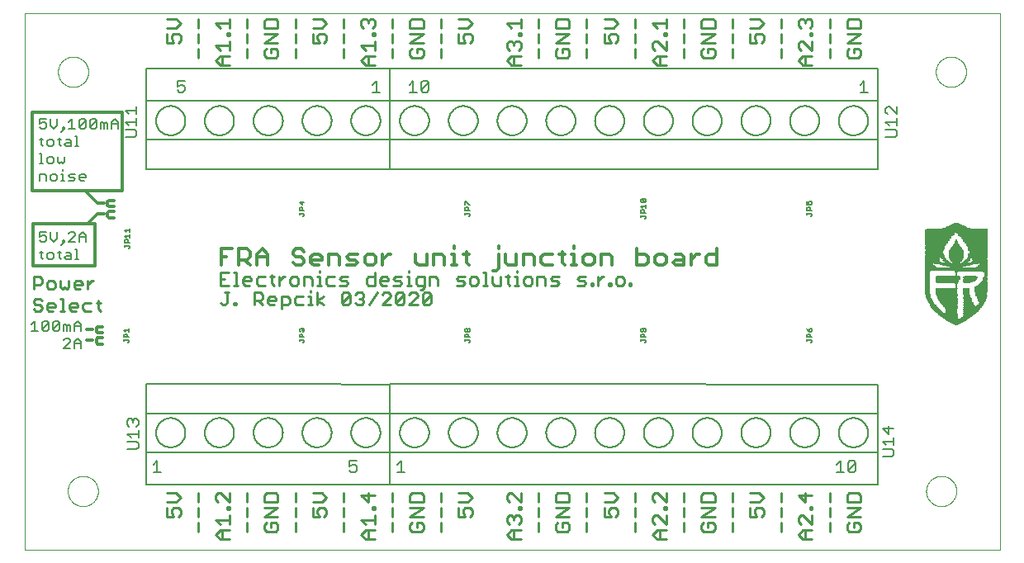
<source format=gbr>
G04 EAGLE Gerber RS-274X export*
G75*
%MOMM*%
%FSLAX34Y34*%
%LPD*%
%INSilkscreen Top*%
%IPPOS*%
%AMOC8*
5,1,8,0,0,1.08239X$1,22.5*%
G01*
%ADD10C,0.000000*%
%ADD11R,0.320000X0.032000*%
%ADD12R,0.512000X0.032000*%
%ADD13R,0.640000X0.032000*%
%ADD14R,0.736000X0.032000*%
%ADD15R,0.864000X0.032000*%
%ADD16R,0.992000X0.032000*%
%ADD17R,1.088000X0.032000*%
%ADD18R,1.184000X0.032000*%
%ADD19R,1.312000X0.032000*%
%ADD20R,1.472000X0.032000*%
%ADD21R,1.600000X0.032000*%
%ADD22R,1.664000X0.032000*%
%ADD23R,1.760000X0.032000*%
%ADD24R,1.888000X0.032000*%
%ADD25R,1.984000X0.032000*%
%ADD26R,2.080000X0.032000*%
%ADD27R,2.208000X0.032000*%
%ADD28R,2.336000X0.032000*%
%ADD29R,1.344000X0.032000*%
%ADD30R,0.896000X0.032000*%
%ADD31R,1.376000X0.032000*%
%ADD32R,0.928000X0.032000*%
%ADD33R,1.440000X0.032000*%
%ADD34R,1.504000X0.032000*%
%ADD35R,1.536000X0.032000*%
%ADD36R,1.568000X0.032000*%
%ADD37R,1.696000X0.032000*%
%ADD38R,1.792000X0.032000*%
%ADD39R,1.824000X0.032000*%
%ADD40R,0.960000X0.032000*%
%ADD41R,1.856000X0.032000*%
%ADD42R,1.024000X0.032000*%
%ADD43R,1.952000X0.032000*%
%ADD44R,1.120000X0.032000*%
%ADD45R,2.016000X0.032000*%
%ADD46R,1.152000X0.032000*%
%ADD47R,2.048000X0.032000*%
%ADD48R,1.216000X0.032000*%
%ADD49R,0.704000X0.032000*%
%ADD50R,1.248000X0.032000*%
%ADD51R,1.280000X0.032000*%
%ADD52R,1.408000X0.032000*%
%ADD53R,0.672000X0.032000*%
%ADD54R,1.632000X0.032000*%
%ADD55R,1.728000X0.032000*%
%ADD56R,0.608000X0.032000*%
%ADD57R,0.576000X0.032000*%
%ADD58R,1.056000X0.032000*%
%ADD59R,0.544000X0.032000*%
%ADD60R,1.920000X0.032000*%
%ADD61R,0.768000X0.032000*%
%ADD62R,0.800000X0.032000*%
%ADD63R,0.832000X0.032000*%
%ADD64R,0.480000X0.032000*%
%ADD65R,2.112000X0.032000*%
%ADD66R,0.448000X0.032000*%
%ADD67R,2.144000X0.032000*%
%ADD68R,2.176000X0.032000*%
%ADD69R,2.240000X0.032000*%
%ADD70R,0.288000X0.032000*%
%ADD71R,0.384000X0.032000*%
%ADD72R,0.224000X0.032000*%
%ADD73R,0.256000X0.032000*%
%ADD74R,2.272000X0.032000*%
%ADD75R,2.304000X0.032000*%
%ADD76R,2.368000X0.032000*%
%ADD77R,2.400000X0.032000*%
%ADD78R,2.432000X0.032000*%
%ADD79R,2.464000X0.032000*%
%ADD80R,2.496000X0.032000*%
%ADD81R,2.528000X0.032000*%
%ADD82R,2.560000X0.032000*%
%ADD83R,0.416000X0.032000*%
%ADD84R,0.192000X0.032000*%
%ADD85R,0.352000X0.032000*%
%ADD86R,3.392000X0.032000*%
%ADD87R,6.400000X0.032000*%
%ADD88R,4.320000X0.032000*%
%ADD89R,2.592000X0.032000*%
%ADD90R,2.912000X0.032000*%
%ADD91R,3.104000X0.032000*%
%ADD92R,3.424000X0.032000*%
%ADD93R,4.000000X0.032000*%
%ADD94R,4.416000X0.032000*%
%ADD95R,2.720000X0.032000*%
%ADD96R,2.752000X0.032000*%
%ADD97R,2.688000X0.032000*%
%ADD98R,0.160000X0.032000*%
%ADD99R,0.128000X0.032000*%
%ADD100R,0.096000X0.032000*%
%ADD101R,0.064000X0.032000*%
%ADD102R,0.032000X0.032000*%
%ADD103R,2.624000X0.032000*%
%ADD104R,2.656000X0.032000*%
%ADD105R,2.784000X0.032000*%
%ADD106R,2.816000X0.032000*%
%ADD107R,2.848000X0.032000*%
%ADD108R,2.880000X0.032000*%
%ADD109R,2.944000X0.032000*%
%ADD110R,2.976000X0.032000*%
%ADD111R,3.008000X0.032000*%
%ADD112R,3.040000X0.032000*%
%ADD113R,3.072000X0.032000*%
%ADD114R,3.136000X0.032000*%
%ADD115R,3.168000X0.032000*%
%ADD116R,3.200000X0.032000*%
%ADD117R,6.432000X0.032000*%
%ADD118R,6.368000X0.032000*%
%ADD119R,6.208000X0.032000*%
%ADD120C,0.228600*%
%ADD121C,0.304800*%
%ADD122C,0.177800*%
%ADD123C,0.254000*%
%ADD124C,0.152400*%
%ADD125C,0.127000*%


D10*
X0Y0D02*
X1000000Y0D01*
X1000000Y550000D01*
X0Y550000D01*
X0Y0D01*
X44500Y60000D02*
X44505Y60380D01*
X44519Y60761D01*
X44542Y61140D01*
X44575Y61519D01*
X44617Y61897D01*
X44668Y62274D01*
X44728Y62650D01*
X44798Y63024D01*
X44877Y63396D01*
X44965Y63766D01*
X45061Y64134D01*
X45167Y64499D01*
X45282Y64862D01*
X45406Y65222D01*
X45539Y65578D01*
X45680Y65932D01*
X45830Y66281D01*
X45988Y66627D01*
X46155Y66969D01*
X46330Y67307D01*
X46514Y67640D01*
X46705Y67969D01*
X46905Y68292D01*
X47112Y68611D01*
X47327Y68925D01*
X47550Y69233D01*
X47781Y69536D01*
X48018Y69833D01*
X48263Y70124D01*
X48515Y70409D01*
X48774Y70688D01*
X49040Y70960D01*
X49312Y71226D01*
X49591Y71485D01*
X49876Y71737D01*
X50167Y71982D01*
X50464Y72219D01*
X50767Y72450D01*
X51075Y72673D01*
X51389Y72888D01*
X51708Y73095D01*
X52031Y73295D01*
X52360Y73486D01*
X52693Y73670D01*
X53031Y73845D01*
X53373Y74012D01*
X53719Y74170D01*
X54068Y74320D01*
X54422Y74461D01*
X54778Y74594D01*
X55138Y74718D01*
X55501Y74833D01*
X55866Y74939D01*
X56234Y75035D01*
X56604Y75123D01*
X56976Y75202D01*
X57350Y75272D01*
X57726Y75332D01*
X58103Y75383D01*
X58481Y75425D01*
X58860Y75458D01*
X59239Y75481D01*
X59620Y75495D01*
X60000Y75500D01*
X60380Y75495D01*
X60761Y75481D01*
X61140Y75458D01*
X61519Y75425D01*
X61897Y75383D01*
X62274Y75332D01*
X62650Y75272D01*
X63024Y75202D01*
X63396Y75123D01*
X63766Y75035D01*
X64134Y74939D01*
X64499Y74833D01*
X64862Y74718D01*
X65222Y74594D01*
X65578Y74461D01*
X65932Y74320D01*
X66281Y74170D01*
X66627Y74012D01*
X66969Y73845D01*
X67307Y73670D01*
X67640Y73486D01*
X67969Y73295D01*
X68292Y73095D01*
X68611Y72888D01*
X68925Y72673D01*
X69233Y72450D01*
X69536Y72219D01*
X69833Y71982D01*
X70124Y71737D01*
X70409Y71485D01*
X70688Y71226D01*
X70960Y70960D01*
X71226Y70688D01*
X71485Y70409D01*
X71737Y70124D01*
X71982Y69833D01*
X72219Y69536D01*
X72450Y69233D01*
X72673Y68925D01*
X72888Y68611D01*
X73095Y68292D01*
X73295Y67969D01*
X73486Y67640D01*
X73670Y67307D01*
X73845Y66969D01*
X74012Y66627D01*
X74170Y66281D01*
X74320Y65932D01*
X74461Y65578D01*
X74594Y65222D01*
X74718Y64862D01*
X74833Y64499D01*
X74939Y64134D01*
X75035Y63766D01*
X75123Y63396D01*
X75202Y63024D01*
X75272Y62650D01*
X75332Y62274D01*
X75383Y61897D01*
X75425Y61519D01*
X75458Y61140D01*
X75481Y60761D01*
X75495Y60380D01*
X75500Y60000D01*
X75495Y59620D01*
X75481Y59239D01*
X75458Y58860D01*
X75425Y58481D01*
X75383Y58103D01*
X75332Y57726D01*
X75272Y57350D01*
X75202Y56976D01*
X75123Y56604D01*
X75035Y56234D01*
X74939Y55866D01*
X74833Y55501D01*
X74718Y55138D01*
X74594Y54778D01*
X74461Y54422D01*
X74320Y54068D01*
X74170Y53719D01*
X74012Y53373D01*
X73845Y53031D01*
X73670Y52693D01*
X73486Y52360D01*
X73295Y52031D01*
X73095Y51708D01*
X72888Y51389D01*
X72673Y51075D01*
X72450Y50767D01*
X72219Y50464D01*
X71982Y50167D01*
X71737Y49876D01*
X71485Y49591D01*
X71226Y49312D01*
X70960Y49040D01*
X70688Y48774D01*
X70409Y48515D01*
X70124Y48263D01*
X69833Y48018D01*
X69536Y47781D01*
X69233Y47550D01*
X68925Y47327D01*
X68611Y47112D01*
X68292Y46905D01*
X67969Y46705D01*
X67640Y46514D01*
X67307Y46330D01*
X66969Y46155D01*
X66627Y45988D01*
X66281Y45830D01*
X65932Y45680D01*
X65578Y45539D01*
X65222Y45406D01*
X64862Y45282D01*
X64499Y45167D01*
X64134Y45061D01*
X63766Y44965D01*
X63396Y44877D01*
X63024Y44798D01*
X62650Y44728D01*
X62274Y44668D01*
X61897Y44617D01*
X61519Y44575D01*
X61140Y44542D01*
X60761Y44519D01*
X60380Y44505D01*
X60000Y44500D01*
X59620Y44505D01*
X59239Y44519D01*
X58860Y44542D01*
X58481Y44575D01*
X58103Y44617D01*
X57726Y44668D01*
X57350Y44728D01*
X56976Y44798D01*
X56604Y44877D01*
X56234Y44965D01*
X55866Y45061D01*
X55501Y45167D01*
X55138Y45282D01*
X54778Y45406D01*
X54422Y45539D01*
X54068Y45680D01*
X53719Y45830D01*
X53373Y45988D01*
X53031Y46155D01*
X52693Y46330D01*
X52360Y46514D01*
X52031Y46705D01*
X51708Y46905D01*
X51389Y47112D01*
X51075Y47327D01*
X50767Y47550D01*
X50464Y47781D01*
X50167Y48018D01*
X49876Y48263D01*
X49591Y48515D01*
X49312Y48774D01*
X49040Y49040D01*
X48774Y49312D01*
X48515Y49591D01*
X48263Y49876D01*
X48018Y50167D01*
X47781Y50464D01*
X47550Y50767D01*
X47327Y51075D01*
X47112Y51389D01*
X46905Y51708D01*
X46705Y52031D01*
X46514Y52360D01*
X46330Y52693D01*
X46155Y53031D01*
X45988Y53373D01*
X45830Y53719D01*
X45680Y54068D01*
X45539Y54422D01*
X45406Y54778D01*
X45282Y55138D01*
X45167Y55501D01*
X45061Y55866D01*
X44965Y56234D01*
X44877Y56604D01*
X44798Y56976D01*
X44728Y57350D01*
X44668Y57726D01*
X44617Y58103D01*
X44575Y58481D01*
X44542Y58860D01*
X44519Y59239D01*
X44505Y59620D01*
X44500Y60000D01*
X34500Y490000D02*
X34505Y490380D01*
X34519Y490761D01*
X34542Y491140D01*
X34575Y491519D01*
X34617Y491897D01*
X34668Y492274D01*
X34728Y492650D01*
X34798Y493024D01*
X34877Y493396D01*
X34965Y493766D01*
X35061Y494134D01*
X35167Y494499D01*
X35282Y494862D01*
X35406Y495222D01*
X35539Y495578D01*
X35680Y495932D01*
X35830Y496281D01*
X35988Y496627D01*
X36155Y496969D01*
X36330Y497307D01*
X36514Y497640D01*
X36705Y497969D01*
X36905Y498292D01*
X37112Y498611D01*
X37327Y498925D01*
X37550Y499233D01*
X37781Y499536D01*
X38018Y499833D01*
X38263Y500124D01*
X38515Y500409D01*
X38774Y500688D01*
X39040Y500960D01*
X39312Y501226D01*
X39591Y501485D01*
X39876Y501737D01*
X40167Y501982D01*
X40464Y502219D01*
X40767Y502450D01*
X41075Y502673D01*
X41389Y502888D01*
X41708Y503095D01*
X42031Y503295D01*
X42360Y503486D01*
X42693Y503670D01*
X43031Y503845D01*
X43373Y504012D01*
X43719Y504170D01*
X44068Y504320D01*
X44422Y504461D01*
X44778Y504594D01*
X45138Y504718D01*
X45501Y504833D01*
X45866Y504939D01*
X46234Y505035D01*
X46604Y505123D01*
X46976Y505202D01*
X47350Y505272D01*
X47726Y505332D01*
X48103Y505383D01*
X48481Y505425D01*
X48860Y505458D01*
X49239Y505481D01*
X49620Y505495D01*
X50000Y505500D01*
X50380Y505495D01*
X50761Y505481D01*
X51140Y505458D01*
X51519Y505425D01*
X51897Y505383D01*
X52274Y505332D01*
X52650Y505272D01*
X53024Y505202D01*
X53396Y505123D01*
X53766Y505035D01*
X54134Y504939D01*
X54499Y504833D01*
X54862Y504718D01*
X55222Y504594D01*
X55578Y504461D01*
X55932Y504320D01*
X56281Y504170D01*
X56627Y504012D01*
X56969Y503845D01*
X57307Y503670D01*
X57640Y503486D01*
X57969Y503295D01*
X58292Y503095D01*
X58611Y502888D01*
X58925Y502673D01*
X59233Y502450D01*
X59536Y502219D01*
X59833Y501982D01*
X60124Y501737D01*
X60409Y501485D01*
X60688Y501226D01*
X60960Y500960D01*
X61226Y500688D01*
X61485Y500409D01*
X61737Y500124D01*
X61982Y499833D01*
X62219Y499536D01*
X62450Y499233D01*
X62673Y498925D01*
X62888Y498611D01*
X63095Y498292D01*
X63295Y497969D01*
X63486Y497640D01*
X63670Y497307D01*
X63845Y496969D01*
X64012Y496627D01*
X64170Y496281D01*
X64320Y495932D01*
X64461Y495578D01*
X64594Y495222D01*
X64718Y494862D01*
X64833Y494499D01*
X64939Y494134D01*
X65035Y493766D01*
X65123Y493396D01*
X65202Y493024D01*
X65272Y492650D01*
X65332Y492274D01*
X65383Y491897D01*
X65425Y491519D01*
X65458Y491140D01*
X65481Y490761D01*
X65495Y490380D01*
X65500Y490000D01*
X65495Y489620D01*
X65481Y489239D01*
X65458Y488860D01*
X65425Y488481D01*
X65383Y488103D01*
X65332Y487726D01*
X65272Y487350D01*
X65202Y486976D01*
X65123Y486604D01*
X65035Y486234D01*
X64939Y485866D01*
X64833Y485501D01*
X64718Y485138D01*
X64594Y484778D01*
X64461Y484422D01*
X64320Y484068D01*
X64170Y483719D01*
X64012Y483373D01*
X63845Y483031D01*
X63670Y482693D01*
X63486Y482360D01*
X63295Y482031D01*
X63095Y481708D01*
X62888Y481389D01*
X62673Y481075D01*
X62450Y480767D01*
X62219Y480464D01*
X61982Y480167D01*
X61737Y479876D01*
X61485Y479591D01*
X61226Y479312D01*
X60960Y479040D01*
X60688Y478774D01*
X60409Y478515D01*
X60124Y478263D01*
X59833Y478018D01*
X59536Y477781D01*
X59233Y477550D01*
X58925Y477327D01*
X58611Y477112D01*
X58292Y476905D01*
X57969Y476705D01*
X57640Y476514D01*
X57307Y476330D01*
X56969Y476155D01*
X56627Y475988D01*
X56281Y475830D01*
X55932Y475680D01*
X55578Y475539D01*
X55222Y475406D01*
X54862Y475282D01*
X54499Y475167D01*
X54134Y475061D01*
X53766Y474965D01*
X53396Y474877D01*
X53024Y474798D01*
X52650Y474728D01*
X52274Y474668D01*
X51897Y474617D01*
X51519Y474575D01*
X51140Y474542D01*
X50761Y474519D01*
X50380Y474505D01*
X50000Y474500D01*
X49620Y474505D01*
X49239Y474519D01*
X48860Y474542D01*
X48481Y474575D01*
X48103Y474617D01*
X47726Y474668D01*
X47350Y474728D01*
X46976Y474798D01*
X46604Y474877D01*
X46234Y474965D01*
X45866Y475061D01*
X45501Y475167D01*
X45138Y475282D01*
X44778Y475406D01*
X44422Y475539D01*
X44068Y475680D01*
X43719Y475830D01*
X43373Y475988D01*
X43031Y476155D01*
X42693Y476330D01*
X42360Y476514D01*
X42031Y476705D01*
X41708Y476905D01*
X41389Y477112D01*
X41075Y477327D01*
X40767Y477550D01*
X40464Y477781D01*
X40167Y478018D01*
X39876Y478263D01*
X39591Y478515D01*
X39312Y478774D01*
X39040Y479040D01*
X38774Y479312D01*
X38515Y479591D01*
X38263Y479876D01*
X38018Y480167D01*
X37781Y480464D01*
X37550Y480767D01*
X37327Y481075D01*
X37112Y481389D01*
X36905Y481708D01*
X36705Y482031D01*
X36514Y482360D01*
X36330Y482693D01*
X36155Y483031D01*
X35988Y483373D01*
X35830Y483719D01*
X35680Y484068D01*
X35539Y484422D01*
X35406Y484778D01*
X35282Y485138D01*
X35167Y485501D01*
X35061Y485866D01*
X34965Y486234D01*
X34877Y486604D01*
X34798Y486976D01*
X34728Y487350D01*
X34668Y487726D01*
X34617Y488103D01*
X34575Y488481D01*
X34542Y488860D01*
X34519Y489239D01*
X34505Y489620D01*
X34500Y490000D01*
X934500Y490000D02*
X934505Y490380D01*
X934519Y490761D01*
X934542Y491140D01*
X934575Y491519D01*
X934617Y491897D01*
X934668Y492274D01*
X934728Y492650D01*
X934798Y493024D01*
X934877Y493396D01*
X934965Y493766D01*
X935061Y494134D01*
X935167Y494499D01*
X935282Y494862D01*
X935406Y495222D01*
X935539Y495578D01*
X935680Y495932D01*
X935830Y496281D01*
X935988Y496627D01*
X936155Y496969D01*
X936330Y497307D01*
X936514Y497640D01*
X936705Y497969D01*
X936905Y498292D01*
X937112Y498611D01*
X937327Y498925D01*
X937550Y499233D01*
X937781Y499536D01*
X938018Y499833D01*
X938263Y500124D01*
X938515Y500409D01*
X938774Y500688D01*
X939040Y500960D01*
X939312Y501226D01*
X939591Y501485D01*
X939876Y501737D01*
X940167Y501982D01*
X940464Y502219D01*
X940767Y502450D01*
X941075Y502673D01*
X941389Y502888D01*
X941708Y503095D01*
X942031Y503295D01*
X942360Y503486D01*
X942693Y503670D01*
X943031Y503845D01*
X943373Y504012D01*
X943719Y504170D01*
X944068Y504320D01*
X944422Y504461D01*
X944778Y504594D01*
X945138Y504718D01*
X945501Y504833D01*
X945866Y504939D01*
X946234Y505035D01*
X946604Y505123D01*
X946976Y505202D01*
X947350Y505272D01*
X947726Y505332D01*
X948103Y505383D01*
X948481Y505425D01*
X948860Y505458D01*
X949239Y505481D01*
X949620Y505495D01*
X950000Y505500D01*
X950380Y505495D01*
X950761Y505481D01*
X951140Y505458D01*
X951519Y505425D01*
X951897Y505383D01*
X952274Y505332D01*
X952650Y505272D01*
X953024Y505202D01*
X953396Y505123D01*
X953766Y505035D01*
X954134Y504939D01*
X954499Y504833D01*
X954862Y504718D01*
X955222Y504594D01*
X955578Y504461D01*
X955932Y504320D01*
X956281Y504170D01*
X956627Y504012D01*
X956969Y503845D01*
X957307Y503670D01*
X957640Y503486D01*
X957969Y503295D01*
X958292Y503095D01*
X958611Y502888D01*
X958925Y502673D01*
X959233Y502450D01*
X959536Y502219D01*
X959833Y501982D01*
X960124Y501737D01*
X960409Y501485D01*
X960688Y501226D01*
X960960Y500960D01*
X961226Y500688D01*
X961485Y500409D01*
X961737Y500124D01*
X961982Y499833D01*
X962219Y499536D01*
X962450Y499233D01*
X962673Y498925D01*
X962888Y498611D01*
X963095Y498292D01*
X963295Y497969D01*
X963486Y497640D01*
X963670Y497307D01*
X963845Y496969D01*
X964012Y496627D01*
X964170Y496281D01*
X964320Y495932D01*
X964461Y495578D01*
X964594Y495222D01*
X964718Y494862D01*
X964833Y494499D01*
X964939Y494134D01*
X965035Y493766D01*
X965123Y493396D01*
X965202Y493024D01*
X965272Y492650D01*
X965332Y492274D01*
X965383Y491897D01*
X965425Y491519D01*
X965458Y491140D01*
X965481Y490761D01*
X965495Y490380D01*
X965500Y490000D01*
X965495Y489620D01*
X965481Y489239D01*
X965458Y488860D01*
X965425Y488481D01*
X965383Y488103D01*
X965332Y487726D01*
X965272Y487350D01*
X965202Y486976D01*
X965123Y486604D01*
X965035Y486234D01*
X964939Y485866D01*
X964833Y485501D01*
X964718Y485138D01*
X964594Y484778D01*
X964461Y484422D01*
X964320Y484068D01*
X964170Y483719D01*
X964012Y483373D01*
X963845Y483031D01*
X963670Y482693D01*
X963486Y482360D01*
X963295Y482031D01*
X963095Y481708D01*
X962888Y481389D01*
X962673Y481075D01*
X962450Y480767D01*
X962219Y480464D01*
X961982Y480167D01*
X961737Y479876D01*
X961485Y479591D01*
X961226Y479312D01*
X960960Y479040D01*
X960688Y478774D01*
X960409Y478515D01*
X960124Y478263D01*
X959833Y478018D01*
X959536Y477781D01*
X959233Y477550D01*
X958925Y477327D01*
X958611Y477112D01*
X958292Y476905D01*
X957969Y476705D01*
X957640Y476514D01*
X957307Y476330D01*
X956969Y476155D01*
X956627Y475988D01*
X956281Y475830D01*
X955932Y475680D01*
X955578Y475539D01*
X955222Y475406D01*
X954862Y475282D01*
X954499Y475167D01*
X954134Y475061D01*
X953766Y474965D01*
X953396Y474877D01*
X953024Y474798D01*
X952650Y474728D01*
X952274Y474668D01*
X951897Y474617D01*
X951519Y474575D01*
X951140Y474542D01*
X950761Y474519D01*
X950380Y474505D01*
X950000Y474500D01*
X949620Y474505D01*
X949239Y474519D01*
X948860Y474542D01*
X948481Y474575D01*
X948103Y474617D01*
X947726Y474668D01*
X947350Y474728D01*
X946976Y474798D01*
X946604Y474877D01*
X946234Y474965D01*
X945866Y475061D01*
X945501Y475167D01*
X945138Y475282D01*
X944778Y475406D01*
X944422Y475539D01*
X944068Y475680D01*
X943719Y475830D01*
X943373Y475988D01*
X943031Y476155D01*
X942693Y476330D01*
X942360Y476514D01*
X942031Y476705D01*
X941708Y476905D01*
X941389Y477112D01*
X941075Y477327D01*
X940767Y477550D01*
X940464Y477781D01*
X940167Y478018D01*
X939876Y478263D01*
X939591Y478515D01*
X939312Y478774D01*
X939040Y479040D01*
X938774Y479312D01*
X938515Y479591D01*
X938263Y479876D01*
X938018Y480167D01*
X937781Y480464D01*
X937550Y480767D01*
X937327Y481075D01*
X937112Y481389D01*
X936905Y481708D01*
X936705Y482031D01*
X936514Y482360D01*
X936330Y482693D01*
X936155Y483031D01*
X935988Y483373D01*
X935830Y483719D01*
X935680Y484068D01*
X935539Y484422D01*
X935406Y484778D01*
X935282Y485138D01*
X935167Y485501D01*
X935061Y485866D01*
X934965Y486234D01*
X934877Y486604D01*
X934798Y486976D01*
X934728Y487350D01*
X934668Y487726D01*
X934617Y488103D01*
X934575Y488481D01*
X934542Y488860D01*
X934519Y489239D01*
X934505Y489620D01*
X934500Y490000D01*
X924500Y60000D02*
X924505Y60380D01*
X924519Y60761D01*
X924542Y61140D01*
X924575Y61519D01*
X924617Y61897D01*
X924668Y62274D01*
X924728Y62650D01*
X924798Y63024D01*
X924877Y63396D01*
X924965Y63766D01*
X925061Y64134D01*
X925167Y64499D01*
X925282Y64862D01*
X925406Y65222D01*
X925539Y65578D01*
X925680Y65932D01*
X925830Y66281D01*
X925988Y66627D01*
X926155Y66969D01*
X926330Y67307D01*
X926514Y67640D01*
X926705Y67969D01*
X926905Y68292D01*
X927112Y68611D01*
X927327Y68925D01*
X927550Y69233D01*
X927781Y69536D01*
X928018Y69833D01*
X928263Y70124D01*
X928515Y70409D01*
X928774Y70688D01*
X929040Y70960D01*
X929312Y71226D01*
X929591Y71485D01*
X929876Y71737D01*
X930167Y71982D01*
X930464Y72219D01*
X930767Y72450D01*
X931075Y72673D01*
X931389Y72888D01*
X931708Y73095D01*
X932031Y73295D01*
X932360Y73486D01*
X932693Y73670D01*
X933031Y73845D01*
X933373Y74012D01*
X933719Y74170D01*
X934068Y74320D01*
X934422Y74461D01*
X934778Y74594D01*
X935138Y74718D01*
X935501Y74833D01*
X935866Y74939D01*
X936234Y75035D01*
X936604Y75123D01*
X936976Y75202D01*
X937350Y75272D01*
X937726Y75332D01*
X938103Y75383D01*
X938481Y75425D01*
X938860Y75458D01*
X939239Y75481D01*
X939620Y75495D01*
X940000Y75500D01*
X940380Y75495D01*
X940761Y75481D01*
X941140Y75458D01*
X941519Y75425D01*
X941897Y75383D01*
X942274Y75332D01*
X942650Y75272D01*
X943024Y75202D01*
X943396Y75123D01*
X943766Y75035D01*
X944134Y74939D01*
X944499Y74833D01*
X944862Y74718D01*
X945222Y74594D01*
X945578Y74461D01*
X945932Y74320D01*
X946281Y74170D01*
X946627Y74012D01*
X946969Y73845D01*
X947307Y73670D01*
X947640Y73486D01*
X947969Y73295D01*
X948292Y73095D01*
X948611Y72888D01*
X948925Y72673D01*
X949233Y72450D01*
X949536Y72219D01*
X949833Y71982D01*
X950124Y71737D01*
X950409Y71485D01*
X950688Y71226D01*
X950960Y70960D01*
X951226Y70688D01*
X951485Y70409D01*
X951737Y70124D01*
X951982Y69833D01*
X952219Y69536D01*
X952450Y69233D01*
X952673Y68925D01*
X952888Y68611D01*
X953095Y68292D01*
X953295Y67969D01*
X953486Y67640D01*
X953670Y67307D01*
X953845Y66969D01*
X954012Y66627D01*
X954170Y66281D01*
X954320Y65932D01*
X954461Y65578D01*
X954594Y65222D01*
X954718Y64862D01*
X954833Y64499D01*
X954939Y64134D01*
X955035Y63766D01*
X955123Y63396D01*
X955202Y63024D01*
X955272Y62650D01*
X955332Y62274D01*
X955383Y61897D01*
X955425Y61519D01*
X955458Y61140D01*
X955481Y60761D01*
X955495Y60380D01*
X955500Y60000D01*
X955495Y59620D01*
X955481Y59239D01*
X955458Y58860D01*
X955425Y58481D01*
X955383Y58103D01*
X955332Y57726D01*
X955272Y57350D01*
X955202Y56976D01*
X955123Y56604D01*
X955035Y56234D01*
X954939Y55866D01*
X954833Y55501D01*
X954718Y55138D01*
X954594Y54778D01*
X954461Y54422D01*
X954320Y54068D01*
X954170Y53719D01*
X954012Y53373D01*
X953845Y53031D01*
X953670Y52693D01*
X953486Y52360D01*
X953295Y52031D01*
X953095Y51708D01*
X952888Y51389D01*
X952673Y51075D01*
X952450Y50767D01*
X952219Y50464D01*
X951982Y50167D01*
X951737Y49876D01*
X951485Y49591D01*
X951226Y49312D01*
X950960Y49040D01*
X950688Y48774D01*
X950409Y48515D01*
X950124Y48263D01*
X949833Y48018D01*
X949536Y47781D01*
X949233Y47550D01*
X948925Y47327D01*
X948611Y47112D01*
X948292Y46905D01*
X947969Y46705D01*
X947640Y46514D01*
X947307Y46330D01*
X946969Y46155D01*
X946627Y45988D01*
X946281Y45830D01*
X945932Y45680D01*
X945578Y45539D01*
X945222Y45406D01*
X944862Y45282D01*
X944499Y45167D01*
X944134Y45061D01*
X943766Y44965D01*
X943396Y44877D01*
X943024Y44798D01*
X942650Y44728D01*
X942274Y44668D01*
X941897Y44617D01*
X941519Y44575D01*
X941140Y44542D01*
X940761Y44519D01*
X940380Y44505D01*
X940000Y44500D01*
X939620Y44505D01*
X939239Y44519D01*
X938860Y44542D01*
X938481Y44575D01*
X938103Y44617D01*
X937726Y44668D01*
X937350Y44728D01*
X936976Y44798D01*
X936604Y44877D01*
X936234Y44965D01*
X935866Y45061D01*
X935501Y45167D01*
X935138Y45282D01*
X934778Y45406D01*
X934422Y45539D01*
X934068Y45680D01*
X933719Y45830D01*
X933373Y45988D01*
X933031Y46155D01*
X932693Y46330D01*
X932360Y46514D01*
X932031Y46705D01*
X931708Y46905D01*
X931389Y47112D01*
X931075Y47327D01*
X930767Y47550D01*
X930464Y47781D01*
X930167Y48018D01*
X929876Y48263D01*
X929591Y48515D01*
X929312Y48774D01*
X929040Y49040D01*
X928774Y49312D01*
X928515Y49591D01*
X928263Y49876D01*
X928018Y50167D01*
X927781Y50464D01*
X927550Y50767D01*
X927327Y51075D01*
X927112Y51389D01*
X926905Y51708D01*
X926705Y52031D01*
X926514Y52360D01*
X926330Y52693D01*
X926155Y53031D01*
X925988Y53373D01*
X925830Y53719D01*
X925680Y54068D01*
X925539Y54422D01*
X925406Y54778D01*
X925282Y55138D01*
X925167Y55501D01*
X925061Y55866D01*
X924965Y56234D01*
X924877Y56604D01*
X924798Y56976D01*
X924728Y57350D01*
X924668Y57726D01*
X924617Y58103D01*
X924575Y58481D01*
X924542Y58860D01*
X924519Y59239D01*
X924505Y59620D01*
X924500Y60000D01*
D11*
X955220Y230260D03*
D12*
X955540Y230580D03*
D13*
X955540Y230900D03*
D14*
X955380Y231220D03*
D15*
X955380Y231540D03*
D16*
X955380Y231860D03*
D17*
X955540Y232180D03*
D18*
X955380Y232500D03*
D19*
X955380Y232820D03*
D20*
X955540Y233140D03*
D21*
X955540Y233460D03*
D22*
X955540Y233780D03*
D23*
X955380Y234100D03*
D24*
X955380Y234420D03*
D25*
X955540Y234740D03*
D26*
X955380Y235060D03*
D27*
X955380Y235380D03*
D28*
X955380Y235700D03*
D29*
X950100Y236020D03*
D30*
X962900Y236020D03*
D31*
X949940Y236340D03*
D32*
X963380Y236340D03*
D33*
X949620Y236660D03*
D32*
X964020Y236660D03*
D34*
X949300Y236980D03*
D30*
X964500Y236980D03*
D35*
X949140Y237300D03*
D15*
X964980Y237300D03*
D36*
X948980Y237620D03*
D15*
X965300Y237620D03*
D21*
X948820Y237940D03*
D15*
X965940Y237940D03*
D22*
X948500Y238260D03*
D15*
X966580Y238260D03*
D37*
X948340Y238580D03*
D15*
X966900Y238580D03*
D23*
X948020Y238900D03*
D30*
X967060Y238900D03*
D38*
X947860Y239220D03*
D32*
X967220Y239220D03*
D39*
X947700Y239540D03*
D40*
X967700Y239540D03*
D41*
X947540Y239860D03*
D16*
X967860Y239860D03*
D24*
X947380Y240180D03*
D42*
X968020Y240180D03*
D43*
X947060Y240500D03*
D17*
X968340Y240500D03*
D25*
X946900Y240820D03*
D44*
X968500Y240820D03*
D45*
X946740Y241140D03*
D46*
X968660Y241140D03*
D47*
X946580Y241460D03*
D18*
X968820Y241460D03*
D26*
X946420Y241780D03*
D48*
X968980Y241780D03*
D49*
X939220Y242100D03*
D50*
X950580Y242100D03*
D51*
X969300Y242100D03*
D49*
X938900Y242420D03*
D50*
X950580Y242420D03*
D19*
X969460Y242420D03*
D49*
X938260Y242740D03*
D50*
X950580Y242740D03*
D29*
X969620Y242740D03*
D49*
X937940Y243060D03*
D50*
X950580Y243060D03*
D31*
X969780Y243060D03*
D49*
X937620Y243380D03*
D50*
X950580Y243380D03*
D52*
X969940Y243380D03*
D49*
X937300Y243700D03*
D50*
X950580Y243700D03*
D33*
X970100Y243700D03*
D53*
X936820Y244020D03*
D50*
X950580Y244020D03*
D20*
X970260Y244020D03*
D53*
X936500Y244340D03*
D50*
X950580Y244340D03*
D34*
X970420Y244340D03*
D53*
X936180Y244660D03*
D50*
X950580Y244660D03*
D35*
X970580Y244660D03*
D53*
X935860Y244980D03*
D50*
X950580Y244980D03*
D36*
X970740Y244980D03*
D53*
X935540Y245300D03*
D50*
X950580Y245300D03*
D21*
X970900Y245300D03*
D53*
X935220Y245620D03*
D50*
X950580Y245620D03*
D54*
X971060Y245620D03*
D53*
X934900Y245940D03*
D50*
X950580Y245940D03*
D54*
X971060Y245940D03*
D13*
X934740Y246260D03*
D50*
X950580Y246260D03*
D22*
X971220Y246260D03*
D13*
X934420Y246580D03*
D50*
X950580Y246580D03*
D37*
X971380Y246580D03*
D13*
X934100Y246900D03*
D51*
X950420Y246900D03*
D55*
X971540Y246900D03*
D56*
X933620Y247220D03*
D51*
X950420Y247220D03*
D23*
X971700Y247220D03*
D56*
X933620Y247540D03*
D19*
X950260Y247540D03*
D38*
X971860Y247540D03*
D56*
X933300Y247860D03*
D29*
X950100Y247860D03*
D39*
X972020Y247860D03*
D56*
X932980Y248180D03*
D31*
X949940Y248180D03*
D41*
X972180Y248180D03*
D56*
X932660Y248500D03*
D52*
X949780Y248500D03*
D41*
X972180Y248500D03*
D56*
X932340Y248820D03*
D33*
X949620Y248820D03*
D24*
X972340Y248820D03*
D57*
X932180Y249140D03*
D20*
X949460Y249140D03*
D48*
X968980Y249140D03*
D57*
X978900Y249140D03*
D56*
X932020Y249460D03*
D34*
X949300Y249460D03*
D46*
X968660Y249460D03*
D57*
X979220Y249460D03*
D56*
X931700Y249780D03*
D35*
X949140Y249780D03*
D46*
X968660Y249780D03*
D56*
X979380Y249780D03*
X931380Y250100D03*
D36*
X948980Y250100D03*
D44*
X968500Y250100D03*
D56*
X979700Y250100D03*
D57*
X931220Y250420D03*
D21*
X948820Y250420D03*
D44*
X968500Y250420D03*
D57*
X979860Y250420D03*
X930900Y250740D03*
D21*
X948820Y250740D03*
D17*
X968340Y250740D03*
D57*
X980180Y250740D03*
X930900Y251060D03*
D54*
X948660Y251060D03*
D17*
X968340Y251060D03*
D57*
X980500Y251060D03*
X930580Y251380D03*
D22*
X948500Y251380D03*
D58*
X968180Y251380D03*
D57*
X980500Y251380D03*
X930260Y251700D03*
D37*
X948340Y251700D03*
D42*
X968020Y251700D03*
D57*
X980820Y251700D03*
X930260Y252020D03*
D55*
X948180Y252020D03*
D42*
X968020Y252020D03*
D57*
X981140Y252020D03*
X929940Y252340D03*
D23*
X948020Y252340D03*
D16*
X967860Y252340D03*
D59*
X981300Y252340D03*
X929780Y252660D03*
D23*
X948020Y252660D03*
D16*
X967860Y252660D03*
D59*
X981620Y252660D03*
X929460Y252980D03*
D38*
X947860Y252980D03*
D40*
X967700Y252980D03*
D59*
X981620Y252980D03*
X929460Y253300D03*
D39*
X947700Y253300D03*
D40*
X967700Y253300D03*
D57*
X981460Y253300D03*
D59*
X929140Y253620D03*
D39*
X947700Y253620D03*
D32*
X967540Y253620D03*
D56*
X981620Y253620D03*
D59*
X928820Y253940D03*
D41*
X947540Y253940D03*
D32*
X967540Y253940D03*
D56*
X981620Y253940D03*
D59*
X928820Y254260D03*
D41*
X947540Y254260D03*
D30*
X967380Y254260D03*
D53*
X981620Y254260D03*
D59*
X928500Y254580D03*
D24*
X947380Y254580D03*
D30*
X967380Y254580D03*
D14*
X981620Y254580D03*
D59*
X928500Y254900D03*
D60*
X947220Y254900D03*
D15*
X967220Y254900D03*
D61*
X981460Y254900D03*
D12*
X928340Y255220D03*
D43*
X947060Y255220D03*
D15*
X967220Y255220D03*
D62*
X981620Y255220D03*
D12*
X928340Y255540D03*
D43*
X947060Y255540D03*
D15*
X967220Y255540D03*
D62*
X981620Y255540D03*
D12*
X928020Y255860D03*
D25*
X946900Y255860D03*
D63*
X967060Y255860D03*
X981460Y255860D03*
D12*
X928020Y256180D03*
D25*
X946900Y256180D03*
D63*
X967060Y256180D03*
D30*
X981460Y256180D03*
D12*
X927700Y256500D03*
D45*
X946740Y256500D03*
D62*
X966900Y256500D03*
D30*
X981460Y256500D03*
D12*
X927700Y256820D03*
D47*
X946580Y256820D03*
D62*
X966900Y256820D03*
D40*
X981460Y256820D03*
D12*
X927380Y257140D03*
D47*
X946580Y257140D03*
D61*
X966740Y257140D03*
D40*
X981460Y257140D03*
D12*
X927380Y257460D03*
D26*
X946420Y257460D03*
D61*
X966740Y257460D03*
D16*
X981620Y257460D03*
D12*
X927060Y257780D03*
D26*
X946420Y257780D03*
D61*
X966740Y257780D03*
D42*
X981460Y257780D03*
D12*
X927060Y258100D03*
D26*
X946420Y258100D03*
D14*
X966580Y258100D03*
D42*
X981460Y258100D03*
D64*
X926900Y258420D03*
D65*
X946260Y258420D03*
D14*
X966580Y258420D03*
D42*
X981460Y258420D03*
D64*
X926900Y258740D03*
D65*
X946260Y258740D03*
D14*
X966580Y258740D03*
D17*
X981460Y258740D03*
D66*
X926740Y259060D03*
D65*
X946260Y259060D03*
D49*
X966420Y259060D03*
D17*
X981460Y259060D03*
D64*
X926580Y259380D03*
D67*
X946100Y259380D03*
D49*
X966420Y259380D03*
D44*
X981300Y259380D03*
D64*
X926580Y259700D03*
D68*
X945940Y259700D03*
D49*
X966420Y259700D03*
D44*
X981300Y259700D03*
D66*
X926420Y260020D03*
D68*
X945940Y260020D03*
D53*
X966260Y260020D03*
D46*
X981140Y260020D03*
D66*
X926420Y260340D03*
D27*
X945780Y260340D03*
D53*
X966260Y260340D03*
D46*
X981140Y260340D03*
D64*
X926260Y260660D03*
D27*
X945780Y260660D03*
D53*
X966260Y260660D03*
D46*
X981140Y260660D03*
D64*
X926260Y260980D03*
D27*
X945780Y260980D03*
D49*
X966100Y260980D03*
D48*
X981140Y260980D03*
D64*
X926260Y261300D03*
D27*
X945780Y261300D03*
D53*
X965940Y261300D03*
D48*
X981140Y261300D03*
D66*
X926100Y261620D03*
D69*
X945620Y261620D03*
D53*
X965940Y261620D03*
D48*
X981140Y261620D03*
D66*
X926100Y261940D03*
D69*
X945620Y261940D03*
D53*
X965940Y261940D03*
D48*
X981140Y261940D03*
D66*
X926100Y262260D03*
D69*
X945620Y262260D03*
D53*
X965940Y262260D03*
D48*
X981140Y262260D03*
D66*
X926100Y262580D03*
D69*
X945620Y262580D03*
D53*
X965940Y262580D03*
D50*
X980980Y262580D03*
D64*
X925940Y262900D03*
D69*
X945620Y262900D03*
D53*
X965940Y262900D03*
D50*
X980980Y262900D03*
D64*
X925940Y263220D03*
D69*
X945620Y263220D03*
D53*
X965940Y263220D03*
D50*
X980980Y263220D03*
D64*
X925940Y263540D03*
D69*
X945620Y263540D03*
D53*
X965940Y263540D03*
D50*
X980980Y263540D03*
D64*
X925940Y263860D03*
D69*
X945620Y263860D03*
D53*
X965940Y263860D03*
D50*
X980980Y263860D03*
D64*
X925940Y264180D03*
D69*
X945620Y264180D03*
D53*
X965940Y264180D03*
D51*
X980820Y264180D03*
D64*
X925940Y264500D03*
D69*
X945620Y264500D03*
D13*
X965780Y264500D03*
D51*
X980820Y264500D03*
D64*
X925940Y264820D03*
D69*
X945620Y264820D03*
D13*
X965780Y264820D03*
D51*
X980820Y264820D03*
D64*
X925940Y265140D03*
D69*
X945620Y265140D03*
D13*
X965780Y265140D03*
D51*
X980820Y265140D03*
D64*
X925940Y265460D03*
D69*
X945620Y265460D03*
D13*
X965780Y265460D03*
D51*
X980820Y265460D03*
D64*
X925940Y265780D03*
D69*
X945620Y265780D03*
D13*
X965780Y265780D03*
D51*
X980820Y265780D03*
D64*
X925940Y266100D03*
D69*
X945620Y266100D03*
D56*
X965940Y266100D03*
D51*
X980820Y266100D03*
D64*
X925940Y266420D03*
D69*
X945620Y266420D03*
D56*
X965940Y266420D03*
D19*
X980660Y266420D03*
D64*
X925940Y266740D03*
D69*
X945620Y266740D03*
D56*
X965940Y266740D03*
D19*
X980660Y266740D03*
D64*
X925940Y267060D03*
D69*
X945620Y267060D03*
D56*
X965940Y267060D03*
D19*
X980660Y267060D03*
D64*
X925940Y267380D03*
D27*
X945780Y267380D03*
D57*
X966100Y267380D03*
D19*
X980660Y267380D03*
D64*
X925940Y267700D03*
D70*
X955380Y267700D03*
D71*
X966740Y267700D03*
D51*
X980820Y267700D03*
D64*
X925940Y268020D03*
D72*
X955700Y268020D03*
D51*
X980820Y268020D03*
D64*
X925940Y268340D03*
D72*
X955700Y268340D03*
D51*
X980820Y268340D03*
D64*
X925940Y268660D03*
D72*
X955700Y268660D03*
D51*
X980820Y268660D03*
D64*
X925940Y268980D03*
D72*
X955700Y268980D03*
D50*
X980980Y268980D03*
D64*
X925940Y269300D03*
D72*
X955700Y269300D03*
D18*
X981300Y269300D03*
D64*
X925940Y269620D03*
D72*
X955700Y269620D03*
D44*
X981620Y269620D03*
D64*
X925940Y269940D03*
D72*
X955700Y269940D03*
D58*
X981940Y269940D03*
D64*
X925940Y270260D03*
D72*
X955700Y270260D03*
D42*
X982100Y270260D03*
D64*
X925940Y270580D03*
D72*
X955700Y270580D03*
D16*
X982260Y270580D03*
D64*
X925940Y270900D03*
D72*
X955700Y270900D03*
D32*
X982580Y270900D03*
D64*
X925940Y271220D03*
D72*
X955700Y271220D03*
D30*
X982740Y271220D03*
D64*
X925940Y271540D03*
D72*
X955700Y271540D03*
D15*
X982900Y271540D03*
D64*
X925940Y271860D03*
D72*
X955700Y271860D03*
D63*
X983060Y271860D03*
D64*
X925940Y272180D03*
D72*
X955700Y272180D03*
D62*
X983220Y272180D03*
D64*
X925940Y272500D03*
D73*
X955540Y272500D03*
D61*
X983380Y272500D03*
D64*
X925940Y272820D03*
D70*
X955380Y272820D03*
D14*
X983540Y272820D03*
D64*
X925940Y273140D03*
D67*
X946100Y273140D03*
D66*
X965460Y273140D03*
D49*
X983700Y273140D03*
D64*
X925940Y273460D03*
D27*
X945780Y273460D03*
D49*
X966420Y273460D03*
D53*
X983860Y273460D03*
D64*
X925940Y273780D03*
D74*
X945780Y273780D03*
D63*
X967060Y273780D03*
D13*
X984020Y273780D03*
D64*
X925940Y274100D03*
D74*
X945780Y274100D03*
D32*
X967220Y274100D03*
D56*
X984180Y274100D03*
D64*
X925940Y274420D03*
D75*
X945940Y274420D03*
D42*
X967700Y274420D03*
D56*
X984180Y274420D03*
D64*
X925940Y274740D03*
D28*
X946100Y274740D03*
D44*
X968180Y274740D03*
D57*
X984340Y274740D03*
D64*
X925940Y275060D03*
D76*
X946260Y275060D03*
D18*
X968500Y275060D03*
D57*
X984340Y275060D03*
D64*
X925940Y275380D03*
D76*
X946260Y275380D03*
D48*
X968660Y275380D03*
D59*
X984500Y275380D03*
D64*
X925940Y275700D03*
D77*
X946420Y275700D03*
D50*
X968820Y275700D03*
D12*
X984660Y275700D03*
D64*
X925940Y276020D03*
D77*
X946420Y276020D03*
D51*
X968980Y276020D03*
D59*
X984820Y276020D03*
D64*
X925940Y276340D03*
D78*
X946580Y276340D03*
D19*
X969140Y276340D03*
D12*
X984980Y276340D03*
D64*
X925940Y276660D03*
D78*
X946580Y276660D03*
D29*
X969300Y276660D03*
D12*
X984980Y276660D03*
D64*
X925940Y276980D03*
D79*
X946740Y276980D03*
D31*
X969460Y276980D03*
D64*
X985140Y276980D03*
X925940Y277300D03*
D80*
X946900Y277300D03*
D52*
X969620Y277300D03*
D64*
X985140Y277300D03*
X925940Y277620D03*
D80*
X946900Y277620D03*
D52*
X969620Y277620D03*
D64*
X985140Y277620D03*
X925940Y277940D03*
D81*
X947060Y277940D03*
D52*
X969620Y277940D03*
D66*
X985300Y277940D03*
D64*
X925940Y278260D03*
D81*
X947060Y278260D03*
D33*
X969780Y278260D03*
D66*
X985300Y278260D03*
D64*
X925940Y278580D03*
D82*
X947220Y278580D03*
D33*
X969780Y278580D03*
D83*
X985460Y278580D03*
D64*
X925940Y278900D03*
D82*
X947220Y278900D03*
D33*
X969780Y278900D03*
D83*
X985460Y278900D03*
D64*
X925940Y279220D03*
D82*
X947220Y279220D03*
D52*
X969940Y279220D03*
D83*
X985460Y279220D03*
D64*
X925940Y279540D03*
D80*
X947220Y279540D03*
D31*
X969780Y279540D03*
D83*
X985460Y279540D03*
D64*
X925940Y279860D03*
D28*
X947060Y279860D03*
D18*
X970100Y279860D03*
D71*
X985620Y279860D03*
D64*
X925940Y280180D03*
D70*
X955700Y280180D03*
D71*
X985620Y280180D03*
D64*
X925940Y280500D03*
D72*
X955700Y280500D03*
D71*
X985620Y280500D03*
D64*
X925940Y280820D03*
D72*
X955700Y280820D03*
D71*
X985620Y280820D03*
D64*
X925940Y281140D03*
D72*
X955700Y281140D03*
D71*
X985620Y281140D03*
D64*
X925940Y281460D03*
D72*
X955700Y281460D03*
D71*
X985620Y281460D03*
D64*
X925940Y281780D03*
D72*
X955700Y281780D03*
D71*
X985620Y281780D03*
D64*
X925940Y282100D03*
D72*
X955700Y282100D03*
D71*
X985620Y282100D03*
D64*
X925940Y282420D03*
D72*
X955700Y282420D03*
D71*
X985620Y282420D03*
D64*
X925940Y282740D03*
D72*
X955700Y282740D03*
D71*
X985620Y282740D03*
D64*
X925940Y283060D03*
D72*
X955700Y283060D03*
D71*
X985620Y283060D03*
D64*
X925940Y283380D03*
D72*
X955700Y283380D03*
D71*
X985620Y283380D03*
D64*
X925940Y283700D03*
D72*
X955700Y283700D03*
D71*
X985620Y283700D03*
D64*
X925940Y284020D03*
D84*
X955540Y284020D03*
D71*
X985620Y284020D03*
D64*
X925940Y284340D03*
D72*
X955700Y284340D03*
D83*
X985460Y284340D03*
D64*
X925940Y284660D03*
D73*
X955540Y284660D03*
D66*
X985300Y284660D03*
D12*
X926100Y284980D03*
D85*
X955700Y284980D03*
D12*
X984980Y284980D03*
D59*
X926260Y285300D03*
D86*
X970580Y285300D03*
D87*
X955540Y285620D03*
X955540Y285940D03*
X955540Y286260D03*
X955540Y286580D03*
X955540Y286900D03*
X955540Y287220D03*
X955540Y287540D03*
X955540Y287860D03*
X955540Y288180D03*
D47*
X933780Y288500D03*
D88*
X965940Y288500D03*
D31*
X930420Y288820D03*
D51*
X955540Y288820D03*
D52*
X980500Y288820D03*
D46*
X929300Y289140D03*
D17*
X955540Y289140D03*
D46*
X981780Y289140D03*
D17*
X928980Y289460D03*
D19*
X955380Y289460D03*
D44*
X981940Y289460D03*
D58*
X928820Y289780D03*
D22*
X955540Y289780D03*
D58*
X982260Y289780D03*
D42*
X928660Y290100D03*
D25*
X955540Y290100D03*
D42*
X982420Y290100D03*
D16*
X928500Y290420D03*
D65*
X955540Y290420D03*
D16*
X982580Y290420D03*
D40*
X928340Y290740D03*
D75*
X955540Y290740D03*
D40*
X982740Y290740D03*
D32*
X928180Y291060D03*
D89*
X955700Y291060D03*
D30*
X983060Y291060D03*
D15*
X927860Y291380D03*
D90*
X955700Y291380D03*
D15*
X983220Y291380D03*
D63*
X927700Y291700D03*
D91*
X955700Y291700D03*
D63*
X983380Y291700D03*
D62*
X927540Y292020D03*
D92*
X955700Y292020D03*
D63*
X983380Y292020D03*
D62*
X927540Y292340D03*
D93*
X955700Y292340D03*
D63*
X983380Y292340D03*
D61*
X927380Y292660D03*
D94*
X955860Y292660D03*
D61*
X983700Y292660D03*
D53*
X926900Y292980D03*
D41*
X942100Y292980D03*
D49*
X955540Y292980D03*
D60*
X969300Y292980D03*
D49*
X984020Y292980D03*
D95*
X937140Y293300D03*
D62*
X955060Y293300D03*
D96*
X973780Y293300D03*
D60*
X933140Y293620D03*
D53*
X946740Y293620D03*
D63*
X955220Y293620D03*
D97*
X974100Y293620D03*
D23*
X932340Y293940D03*
D56*
X946420Y293940D03*
D15*
X955380Y293940D03*
D57*
X964180Y293940D03*
D38*
X978580Y293940D03*
D54*
X931700Y294260D03*
D12*
X946260Y294260D03*
D15*
X955380Y294260D03*
D12*
X964500Y294260D03*
D22*
X979220Y294260D03*
D21*
X931540Y294580D03*
D12*
X945940Y294580D03*
D32*
X955380Y294580D03*
D59*
X964980Y294580D03*
D54*
X979380Y294580D03*
D35*
X931220Y294900D03*
D12*
X945620Y294900D03*
D16*
X955380Y294900D03*
D12*
X965460Y294900D03*
D21*
X979540Y294900D03*
D35*
X931220Y295220D03*
D12*
X944980Y295220D03*
D58*
X955380Y295220D03*
D64*
X965940Y295220D03*
D36*
X979700Y295220D03*
D34*
X931060Y295540D03*
D66*
X944660Y295540D03*
D44*
X955380Y295540D03*
D64*
X966260Y295540D03*
D35*
X979860Y295540D03*
X931220Y295860D03*
D66*
X944340Y295860D03*
D46*
X955540Y295860D03*
D64*
X966580Y295860D03*
D36*
X979700Y295860D03*
D35*
X931220Y296180D03*
D66*
X944020Y296180D03*
D48*
X955540Y296180D03*
D66*
X966740Y296180D03*
D36*
X979700Y296180D03*
D35*
X931220Y296500D03*
D64*
X943860Y296500D03*
D50*
X955380Y296500D03*
D66*
X967060Y296500D03*
D36*
X979700Y296500D03*
D35*
X931220Y296820D03*
D83*
X943540Y296820D03*
D51*
X955220Y296820D03*
D83*
X967220Y296820D03*
D36*
X979700Y296820D03*
D35*
X931220Y297140D03*
D83*
X943220Y297140D03*
D19*
X955380Y297140D03*
D66*
X967380Y297140D03*
D21*
X979540Y297140D03*
D35*
X931220Y297460D03*
D66*
X943060Y297460D03*
D31*
X955380Y297460D03*
D83*
X967860Y297460D03*
D21*
X979540Y297460D03*
D35*
X931220Y297780D03*
D83*
X942900Y297780D03*
D52*
X955540Y297780D03*
D83*
X968180Y297780D03*
D21*
X979540Y297780D03*
D35*
X931220Y298100D03*
D85*
X942580Y298100D03*
D52*
X955540Y298100D03*
D83*
X968180Y298100D03*
D21*
X979540Y298100D03*
D35*
X931220Y298420D03*
D71*
X942420Y298420D03*
D20*
X955540Y298420D03*
D83*
X968500Y298420D03*
D21*
X979540Y298420D03*
D35*
X931220Y298740D03*
D83*
X941940Y298740D03*
D20*
X955540Y298740D03*
D83*
X968500Y298740D03*
D54*
X979380Y298740D03*
D35*
X931220Y299060D03*
D66*
X941780Y299060D03*
D20*
X955540Y299060D03*
D26*
X977140Y299060D03*
D35*
X931220Y299380D03*
D83*
X941620Y299380D03*
D34*
X955380Y299380D03*
D26*
X977140Y299380D03*
D45*
X933620Y299700D03*
D34*
X955380Y299700D03*
D47*
X977300Y299700D03*
D45*
X933620Y300020D03*
D36*
X955380Y300020D03*
D45*
X977460Y300020D03*
D25*
X933460Y300340D03*
D36*
X955380Y300340D03*
D45*
X977460Y300340D03*
D25*
X933460Y300660D03*
D36*
X955380Y300660D03*
D45*
X977460Y300660D03*
D43*
X933300Y300980D03*
D36*
X955380Y300980D03*
D25*
X977620Y300980D03*
D43*
X933300Y301300D03*
D36*
X955380Y301300D03*
D25*
X977620Y301300D03*
D60*
X933140Y301620D03*
D36*
X955380Y301620D03*
D25*
X977620Y301620D03*
D60*
X933140Y301940D03*
D36*
X955380Y301940D03*
D43*
X977780Y301940D03*
D60*
X933140Y302260D03*
D36*
X955380Y302260D03*
D43*
X977780Y302260D03*
D60*
X933140Y302580D03*
D36*
X955380Y302580D03*
D43*
X977780Y302580D03*
D60*
X933140Y302900D03*
D36*
X955380Y302900D03*
D60*
X977940Y302900D03*
D24*
X932980Y303220D03*
D36*
X955380Y303220D03*
D60*
X977940Y303220D03*
D24*
X932980Y303540D03*
D36*
X955380Y303540D03*
D60*
X977940Y303540D03*
D24*
X932980Y303860D03*
D36*
X955380Y303860D03*
D60*
X977940Y303860D03*
D24*
X932980Y304180D03*
D36*
X955380Y304180D03*
D60*
X977940Y304180D03*
D24*
X932980Y304500D03*
D36*
X955380Y304500D03*
D60*
X977940Y304500D03*
D24*
X932980Y304820D03*
D36*
X955380Y304820D03*
D60*
X977940Y304820D03*
D24*
X932980Y305140D03*
D35*
X955540Y305140D03*
D60*
X977940Y305140D03*
D24*
X932980Y305460D03*
D35*
X955540Y305460D03*
D60*
X977940Y305460D03*
D24*
X932980Y305780D03*
D20*
X955540Y305780D03*
D60*
X977940Y305780D03*
X933140Y306100D03*
D20*
X955540Y306100D03*
D43*
X977780Y306100D03*
D60*
X933140Y306420D03*
D33*
X955380Y306420D03*
D43*
X977780Y306420D03*
D60*
X933140Y306740D03*
D52*
X955540Y306740D03*
D43*
X977780Y306740D03*
D60*
X933140Y307060D03*
D31*
X955380Y307060D03*
D43*
X977780Y307060D03*
D60*
X933140Y307380D03*
D19*
X955380Y307380D03*
D25*
X977620Y307380D03*
D43*
X933300Y307700D03*
D50*
X955380Y307700D03*
D25*
X977620Y307700D03*
D43*
X933300Y308020D03*
D50*
X955380Y308020D03*
D25*
X977620Y308020D03*
D43*
X933300Y308340D03*
D18*
X955380Y308340D03*
D25*
X977620Y308340D03*
X933460Y308660D03*
D44*
X955380Y308660D03*
D45*
X977460Y308660D03*
D25*
X933460Y308980D03*
D58*
X955380Y308980D03*
D45*
X977460Y308980D03*
X933620Y309300D03*
D42*
X955540Y309300D03*
D45*
X977460Y309300D03*
X933620Y309620D03*
D16*
X955380Y309620D03*
D47*
X977300Y309620D03*
D45*
X933620Y309940D03*
D32*
X955380Y309940D03*
D26*
X977140Y309940D03*
D47*
X933780Y310260D03*
D15*
X955380Y310260D03*
D26*
X977140Y310260D03*
D47*
X933780Y310580D03*
D62*
X955380Y310580D03*
D65*
X976980Y310580D03*
D47*
X933780Y310900D03*
D62*
X955380Y310900D03*
D65*
X976980Y310900D03*
D26*
X933940Y311220D03*
D14*
X955380Y311220D03*
D67*
X976820Y311220D03*
D65*
X934100Y311540D03*
D53*
X955380Y311540D03*
D67*
X976820Y311540D03*
D68*
X934100Y311860D03*
D53*
X955380Y311860D03*
D67*
X976820Y311860D03*
D68*
X934100Y312180D03*
D56*
X955380Y312180D03*
D68*
X976660Y312180D03*
D27*
X934260Y312500D03*
D57*
X955540Y312500D03*
D27*
X976500Y312500D03*
X934260Y312820D03*
D59*
X955380Y312820D03*
D69*
X976340Y312820D03*
X934420Y313140D03*
D64*
X955380Y313140D03*
D69*
X976340Y313140D03*
D74*
X934580Y313460D03*
D66*
X955540Y313460D03*
D74*
X976180Y313460D03*
D75*
X934740Y313780D03*
D83*
X955380Y313780D03*
D75*
X976020Y313780D03*
X934740Y314100D03*
D71*
X955540Y314100D03*
D28*
X975860Y314100D03*
X934900Y314420D03*
D85*
X955380Y314420D03*
D28*
X975860Y314420D03*
X934900Y314740D03*
D11*
X955220Y314740D03*
D76*
X975700Y314740D03*
X935060Y315060D03*
D70*
X955380Y315060D03*
D77*
X975540Y315060D03*
X935220Y315380D03*
D73*
X955220Y315380D03*
D77*
X975540Y315380D03*
D78*
X935380Y315700D03*
D72*
X955380Y315700D03*
D78*
X975380Y315700D03*
X935380Y316020D03*
D72*
X955380Y316020D03*
D79*
X975220Y316020D03*
X935540Y316340D03*
D98*
X955380Y316340D03*
D80*
X975060Y316340D03*
X935700Y316660D03*
D99*
X955540Y316660D03*
D80*
X975060Y316660D03*
D81*
X935860Y316980D03*
D100*
X955700Y316980D03*
D81*
X974900Y316980D03*
X935860Y317300D03*
D101*
X955540Y317300D03*
D82*
X974740Y317300D03*
X936020Y317620D03*
D102*
X955700Y317620D03*
D89*
X974580Y317620D03*
D82*
X936020Y317940D03*
D89*
X974580Y317940D03*
X936180Y318260D03*
D103*
X974420Y318260D03*
D89*
X936180Y318580D03*
D103*
X974420Y318580D03*
X936340Y318900D03*
D104*
X974260Y318900D03*
X936500Y319220D03*
X974260Y319220D03*
D97*
X936660Y319540D03*
D104*
X974260Y319540D03*
D97*
X936660Y319860D03*
X974100Y319860D03*
D95*
X936820Y320180D03*
D96*
X973780Y320180D03*
D95*
X936820Y320500D03*
D105*
X973620Y320500D03*
X937140Y320820D03*
D106*
X973460Y320820D03*
D107*
X937460Y321140D03*
D108*
X973140Y321140D03*
D90*
X937780Y321460D03*
D109*
X972820Y321460D03*
X937940Y321780D03*
D110*
X972660Y321780D03*
X938100Y322100D03*
D111*
X972500Y322100D03*
X938260Y322420D03*
X972500Y322420D03*
D112*
X938420Y322740D03*
X972340Y322740D03*
D113*
X938580Y323060D03*
D112*
X972340Y323060D03*
D113*
X938580Y323380D03*
D112*
X972340Y323380D03*
D113*
X938580Y323700D03*
D91*
X972020Y323700D03*
X938740Y324020D03*
D114*
X971860Y324020D03*
D91*
X938740Y324340D03*
D114*
X971860Y324340D03*
D91*
X938740Y324660D03*
D114*
X971860Y324660D03*
D91*
X938740Y324980D03*
D115*
X971700Y324980D03*
X939060Y325300D03*
X971700Y325300D03*
D116*
X939220Y325620D03*
D115*
X971700Y325620D03*
D116*
X939220Y325940D03*
D115*
X971700Y325940D03*
D117*
X955380Y326260D03*
X955380Y326580D03*
X955380Y326900D03*
X955380Y327220D03*
D87*
X955540Y327540D03*
D118*
X955700Y327860D03*
D119*
X955860Y328180D03*
D114*
X955860Y328500D03*
D90*
X955700Y328820D03*
D105*
X955700Y329140D03*
D82*
X955860Y329460D03*
D74*
X955700Y329780D03*
D68*
X955540Y330100D03*
D26*
X955700Y330420D03*
D43*
X955700Y330740D03*
D37*
X955700Y331060D03*
D36*
X955700Y331380D03*
D20*
X955860Y331700D03*
D19*
X955700Y332020D03*
D44*
X955700Y332340D03*
D16*
X955700Y332660D03*
D32*
X955700Y332980D03*
D62*
X955700Y333300D03*
D13*
X955540Y333620D03*
D64*
X955700Y333940D03*
D83*
X955700Y334260D03*
D120*
X209626Y283868D02*
X201143Y283868D01*
X201143Y271143D01*
X209626Y271143D01*
X205385Y277505D02*
X201143Y277505D01*
X214955Y283868D02*
X217076Y283868D01*
X217076Y271143D01*
X219196Y271143D02*
X214955Y271143D01*
X226283Y271143D02*
X230525Y271143D01*
X226283Y271143D02*
X224163Y273264D01*
X224163Y277505D01*
X226283Y279626D01*
X230525Y279626D01*
X232646Y277505D01*
X232646Y275385D01*
X224163Y275385D01*
X240095Y279626D02*
X246458Y279626D01*
X240095Y279626D02*
X237974Y277505D01*
X237974Y273264D01*
X240095Y271143D01*
X246458Y271143D01*
X253907Y273264D02*
X253907Y281747D01*
X253907Y273264D02*
X256028Y271143D01*
X256028Y279626D02*
X251786Y279626D01*
X260994Y279626D02*
X260994Y271143D01*
X260994Y275385D02*
X265236Y279626D01*
X267356Y279626D01*
X274625Y271143D02*
X278866Y271143D01*
X280987Y273264D01*
X280987Y277505D01*
X278866Y279626D01*
X274625Y279626D01*
X272504Y277505D01*
X272504Y273264D01*
X274625Y271143D01*
X286316Y271143D02*
X286316Y279626D01*
X292678Y279626D01*
X294799Y277505D01*
X294799Y271143D01*
X300127Y279626D02*
X302248Y279626D01*
X302248Y271143D01*
X300127Y271143D02*
X304369Y271143D01*
X302248Y283868D02*
X302248Y285989D01*
X311456Y279626D02*
X317819Y279626D01*
X311456Y279626D02*
X309335Y277505D01*
X309335Y273264D01*
X311456Y271143D01*
X317819Y271143D01*
X323147Y271143D02*
X329509Y271143D01*
X331630Y273264D01*
X329509Y275385D01*
X325268Y275385D01*
X323147Y277505D01*
X325268Y279626D01*
X331630Y279626D01*
X359254Y283868D02*
X359254Y271143D01*
X352891Y271143D01*
X350771Y273264D01*
X350771Y277505D01*
X352891Y279626D01*
X359254Y279626D01*
X366703Y271143D02*
X370945Y271143D01*
X366703Y271143D02*
X364582Y273264D01*
X364582Y277505D01*
X366703Y279626D01*
X370945Y279626D01*
X373066Y277505D01*
X373066Y275385D01*
X364582Y275385D01*
X378394Y271143D02*
X384757Y271143D01*
X386877Y273264D01*
X384757Y275385D01*
X380515Y275385D01*
X378394Y277505D01*
X380515Y279626D01*
X386877Y279626D01*
X392206Y279626D02*
X394327Y279626D01*
X394327Y271143D01*
X392206Y271143D02*
X396448Y271143D01*
X394327Y283868D02*
X394327Y285989D01*
X405655Y266901D02*
X407776Y266901D01*
X409897Y269022D01*
X409897Y279626D01*
X403535Y279626D01*
X401414Y277505D01*
X401414Y273264D01*
X403535Y271143D01*
X409897Y271143D01*
X415226Y271143D02*
X415226Y279626D01*
X421588Y279626D01*
X423709Y277505D01*
X423709Y271143D01*
X442849Y271143D02*
X449212Y271143D01*
X451332Y273264D01*
X449212Y275385D01*
X444970Y275385D01*
X442849Y277505D01*
X444970Y279626D01*
X451332Y279626D01*
X458782Y271143D02*
X463023Y271143D01*
X465144Y273264D01*
X465144Y277505D01*
X463023Y279626D01*
X458782Y279626D01*
X456661Y277505D01*
X456661Y273264D01*
X458782Y271143D01*
X470473Y283868D02*
X472594Y283868D01*
X472594Y271143D01*
X474714Y271143D02*
X470473Y271143D01*
X479681Y273264D02*
X479681Y279626D01*
X479681Y273264D02*
X481801Y271143D01*
X488164Y271143D01*
X488164Y279626D01*
X495613Y281747D02*
X495613Y273264D01*
X497734Y271143D01*
X497734Y279626D02*
X493492Y279626D01*
X502700Y279626D02*
X504821Y279626D01*
X504821Y271143D01*
X502700Y271143D02*
X506942Y271143D01*
X504821Y283868D02*
X504821Y285989D01*
X514029Y271143D02*
X518270Y271143D01*
X520391Y273264D01*
X520391Y277505D01*
X518270Y279626D01*
X514029Y279626D01*
X511908Y277505D01*
X511908Y273264D01*
X514029Y271143D01*
X525720Y271143D02*
X525720Y279626D01*
X532082Y279626D01*
X534203Y277505D01*
X534203Y271143D01*
X539532Y271143D02*
X545894Y271143D01*
X548015Y273264D01*
X545894Y275385D01*
X541652Y275385D01*
X539532Y277505D01*
X541652Y279626D01*
X548015Y279626D01*
X567155Y271143D02*
X573518Y271143D01*
X575638Y273264D01*
X573518Y275385D01*
X569276Y275385D01*
X567155Y277505D01*
X569276Y279626D01*
X575638Y279626D01*
X580967Y273264D02*
X580967Y271143D01*
X580967Y273264D02*
X583088Y273264D01*
X583088Y271143D01*
X580967Y271143D01*
X587873Y271143D02*
X587873Y279626D01*
X587873Y275385D02*
X592114Y279626D01*
X594235Y279626D01*
X599383Y273264D02*
X599383Y271143D01*
X599383Y273264D02*
X601503Y273264D01*
X601503Y271143D01*
X599383Y271143D01*
X608409Y271143D02*
X612651Y271143D01*
X614772Y273264D01*
X614772Y277505D01*
X612651Y279626D01*
X608409Y279626D01*
X606288Y277505D01*
X606288Y273264D01*
X608409Y271143D01*
X620100Y271143D02*
X620100Y273264D01*
X622221Y273264D01*
X622221Y271143D01*
X620100Y271143D01*
D121*
X201524Y291524D02*
X201524Y308491D01*
X212835Y308491D01*
X207180Y300007D02*
X201524Y300007D01*
X219940Y291524D02*
X219940Y308491D01*
X228423Y308491D01*
X231251Y305663D01*
X231251Y300007D01*
X228423Y297180D01*
X219940Y297180D01*
X225595Y297180D02*
X231251Y291524D01*
X238355Y291524D02*
X238355Y302835D01*
X244011Y308491D01*
X249666Y302835D01*
X249666Y291524D01*
X249666Y300007D02*
X238355Y300007D01*
X283670Y308491D02*
X286498Y305663D01*
X283670Y308491D02*
X278015Y308491D01*
X275187Y305663D01*
X275187Y302835D01*
X278015Y300007D01*
X283670Y300007D01*
X286498Y297180D01*
X286498Y294352D01*
X283670Y291524D01*
X278015Y291524D01*
X275187Y294352D01*
X296430Y291524D02*
X302086Y291524D01*
X296430Y291524D02*
X293603Y294352D01*
X293603Y300007D01*
X296430Y302835D01*
X302086Y302835D01*
X304914Y300007D01*
X304914Y297180D01*
X293603Y297180D01*
X312018Y302835D02*
X312018Y291524D01*
X312018Y302835D02*
X320502Y302835D01*
X323329Y300007D01*
X323329Y291524D01*
X330434Y291524D02*
X338917Y291524D01*
X341745Y294352D01*
X338917Y297180D01*
X333262Y297180D01*
X330434Y300007D01*
X333262Y302835D01*
X341745Y302835D01*
X351678Y291524D02*
X357333Y291524D01*
X360161Y294352D01*
X360161Y300007D01*
X357333Y302835D01*
X351678Y302835D01*
X348850Y300007D01*
X348850Y294352D01*
X351678Y291524D01*
X367265Y291524D02*
X367265Y302835D01*
X367265Y297180D02*
X372921Y302835D01*
X375749Y302835D01*
X401028Y302835D02*
X401028Y294352D01*
X403855Y291524D01*
X412339Y291524D01*
X412339Y302835D01*
X419443Y302835D02*
X419443Y291524D01*
X419443Y302835D02*
X427927Y302835D01*
X430754Y300007D01*
X430754Y291524D01*
X437859Y302835D02*
X440687Y302835D01*
X440687Y291524D01*
X437859Y291524D02*
X443515Y291524D01*
X440687Y308491D02*
X440687Y311318D01*
X452964Y305663D02*
X452964Y294352D01*
X455792Y291524D01*
X455792Y302835D02*
X450136Y302835D01*
X480829Y285869D02*
X483657Y285869D01*
X486485Y288696D01*
X486485Y302835D01*
X486485Y308491D02*
X486485Y311318D01*
X493106Y302835D02*
X493106Y294352D01*
X495934Y291524D01*
X504417Y291524D01*
X504417Y302835D01*
X511522Y302835D02*
X511522Y291524D01*
X511522Y302835D02*
X520005Y302835D01*
X522833Y300007D01*
X522833Y291524D01*
X532765Y302835D02*
X541249Y302835D01*
X532765Y302835D02*
X529938Y300007D01*
X529938Y294352D01*
X532765Y291524D01*
X541249Y291524D01*
X551181Y294352D02*
X551181Y305663D01*
X551181Y294352D02*
X554009Y291524D01*
X554009Y302835D02*
X548353Y302835D01*
X560631Y302835D02*
X563458Y302835D01*
X563458Y291524D01*
X560631Y291524D02*
X566286Y291524D01*
X563458Y308491D02*
X563458Y311318D01*
X575735Y291524D02*
X581391Y291524D01*
X584219Y294352D01*
X584219Y300007D01*
X581391Y302835D01*
X575735Y302835D01*
X572908Y300007D01*
X572908Y294352D01*
X575735Y291524D01*
X591323Y291524D02*
X591323Y302835D01*
X599807Y302835D01*
X602634Y300007D01*
X602634Y291524D01*
X628155Y291524D02*
X628155Y308491D01*
X628155Y291524D02*
X636638Y291524D01*
X639466Y294352D01*
X639466Y300007D01*
X636638Y302835D01*
X628155Y302835D01*
X649398Y291524D02*
X655054Y291524D01*
X657882Y294352D01*
X657882Y300007D01*
X655054Y302835D01*
X649398Y302835D01*
X646571Y300007D01*
X646571Y294352D01*
X649398Y291524D01*
X667814Y302835D02*
X673470Y302835D01*
X676297Y300007D01*
X676297Y291524D01*
X667814Y291524D01*
X664986Y294352D01*
X667814Y297180D01*
X676297Y297180D01*
X683402Y302835D02*
X683402Y291524D01*
X683402Y297180D02*
X689058Y302835D01*
X691885Y302835D01*
X710059Y308491D02*
X710059Y291524D01*
X701576Y291524D01*
X698748Y294352D01*
X698748Y300007D01*
X701576Y302835D01*
X710059Y302835D01*
D120*
X203264Y251143D02*
X201143Y253264D01*
X203264Y251143D02*
X205385Y251143D01*
X207505Y253264D01*
X207505Y263868D01*
X205385Y263868D02*
X209626Y263868D01*
X214955Y253264D02*
X214955Y251143D01*
X214955Y253264D02*
X217076Y253264D01*
X217076Y251143D01*
X214955Y251143D01*
X235672Y251143D02*
X235672Y263868D01*
X242035Y263868D01*
X244156Y261747D01*
X244156Y257505D01*
X242035Y255385D01*
X235672Y255385D01*
X239914Y255385D02*
X244156Y251143D01*
X251605Y251143D02*
X255847Y251143D01*
X251605Y251143D02*
X249484Y253264D01*
X249484Y257505D01*
X251605Y259626D01*
X255847Y259626D01*
X257967Y257505D01*
X257967Y255385D01*
X249484Y255385D01*
X263296Y259626D02*
X263296Y246901D01*
X263296Y259626D02*
X269658Y259626D01*
X271779Y257505D01*
X271779Y253264D01*
X269658Y251143D01*
X263296Y251143D01*
X279229Y259626D02*
X285591Y259626D01*
X279229Y259626D02*
X277108Y257505D01*
X277108Y253264D01*
X279229Y251143D01*
X285591Y251143D01*
X290920Y259626D02*
X293040Y259626D01*
X293040Y251143D01*
X290920Y251143D02*
X295161Y251143D01*
X293040Y263868D02*
X293040Y265989D01*
X300127Y263868D02*
X300127Y251143D01*
X300127Y255385D02*
X306490Y251143D01*
X300127Y255385D02*
X306490Y259626D01*
X325449Y261747D02*
X325449Y253264D01*
X325449Y261747D02*
X327570Y263868D01*
X331811Y263868D01*
X333932Y261747D01*
X333932Y253264D01*
X331811Y251143D01*
X327570Y251143D01*
X325449Y253264D01*
X333932Y261747D01*
X339261Y261747D02*
X341382Y263868D01*
X345623Y263868D01*
X347744Y261747D01*
X347744Y259626D01*
X345623Y257505D01*
X343502Y257505D01*
X345623Y257505D02*
X347744Y255385D01*
X347744Y253264D01*
X345623Y251143D01*
X341382Y251143D01*
X339261Y253264D01*
X353073Y251143D02*
X361556Y263868D01*
X366884Y251143D02*
X375368Y251143D01*
X375368Y259626D02*
X366884Y251143D01*
X375368Y259626D02*
X375368Y261747D01*
X373247Y263868D01*
X369005Y263868D01*
X366884Y261747D01*
X380696Y261747D02*
X380696Y253264D01*
X380696Y261747D02*
X382817Y263868D01*
X387059Y263868D01*
X389179Y261747D01*
X389179Y253264D01*
X387059Y251143D01*
X382817Y251143D01*
X380696Y253264D01*
X389179Y261747D01*
X394508Y251143D02*
X402991Y251143D01*
X394508Y251143D02*
X402991Y259626D01*
X402991Y261747D01*
X400870Y263868D01*
X396629Y263868D01*
X394508Y261747D01*
X408320Y261747D02*
X408320Y253264D01*
X408320Y261747D02*
X410441Y263868D01*
X414682Y263868D01*
X416803Y261747D01*
X416803Y253264D01*
X414682Y251143D01*
X410441Y251143D01*
X408320Y253264D01*
X416803Y261747D01*
X9373Y267293D02*
X9373Y280018D01*
X15735Y280018D01*
X17856Y277897D01*
X17856Y273655D01*
X15735Y271535D01*
X9373Y271535D01*
X25306Y267293D02*
X29547Y267293D01*
X31668Y269414D01*
X31668Y273655D01*
X29547Y275776D01*
X25306Y275776D01*
X23185Y273655D01*
X23185Y269414D01*
X25306Y267293D01*
X36997Y269414D02*
X36997Y275776D01*
X36997Y269414D02*
X39117Y267293D01*
X41238Y269414D01*
X43359Y267293D01*
X45480Y269414D01*
X45480Y275776D01*
X52929Y267293D02*
X57171Y267293D01*
X52929Y267293D02*
X50808Y269414D01*
X50808Y273655D01*
X52929Y275776D01*
X57171Y275776D01*
X59292Y273655D01*
X59292Y271535D01*
X50808Y271535D01*
X64620Y267293D02*
X64620Y275776D01*
X64620Y271535D02*
X68862Y275776D01*
X70983Y275776D01*
X17856Y255397D02*
X15735Y257518D01*
X11494Y257518D01*
X9373Y255397D01*
X9373Y253276D01*
X11494Y251155D01*
X15735Y251155D01*
X17856Y249035D01*
X17856Y246914D01*
X15735Y244793D01*
X11494Y244793D01*
X9373Y246914D01*
X25306Y244793D02*
X29547Y244793D01*
X25306Y244793D02*
X23185Y246914D01*
X23185Y251155D01*
X25306Y253276D01*
X29547Y253276D01*
X31668Y251155D01*
X31668Y249035D01*
X23185Y249035D01*
X36997Y257518D02*
X39117Y257518D01*
X39117Y244793D01*
X36997Y244793D02*
X41238Y244793D01*
X48325Y244793D02*
X52567Y244793D01*
X48325Y244793D02*
X46204Y246914D01*
X46204Y251155D01*
X48325Y253276D01*
X52567Y253276D01*
X54688Y251155D01*
X54688Y249035D01*
X46204Y249035D01*
X62137Y253276D02*
X68499Y253276D01*
X62137Y253276D02*
X60016Y251155D01*
X60016Y246914D01*
X62137Y244793D01*
X68499Y244793D01*
X75949Y246914D02*
X75949Y255397D01*
X75949Y246914D02*
X78070Y244793D01*
X78070Y253276D02*
X73828Y253276D01*
D122*
X22289Y326110D02*
X15469Y326110D01*
X15469Y320994D01*
X18879Y322699D01*
X20584Y322699D01*
X22289Y320994D01*
X22289Y317584D01*
X20584Y315879D01*
X17174Y315879D01*
X15469Y317584D01*
X26518Y319289D02*
X26518Y326110D01*
X26518Y319289D02*
X29929Y315879D01*
X33339Y319289D01*
X33339Y326110D01*
X40978Y315879D02*
X37568Y312469D01*
X40978Y315879D02*
X40978Y317584D01*
X39273Y317584D01*
X39273Y315879D01*
X40978Y315879D01*
X44934Y315879D02*
X51755Y315879D01*
X51755Y322699D02*
X44934Y315879D01*
X51755Y322699D02*
X51755Y324405D01*
X50050Y326110D01*
X46639Y326110D01*
X44934Y324405D01*
X55984Y322699D02*
X55984Y315879D01*
X55984Y322699D02*
X59394Y326110D01*
X62804Y322699D01*
X62804Y315879D01*
X62804Y320994D02*
X55984Y320994D01*
X17174Y306405D02*
X17174Y299584D01*
X18879Y297879D01*
X18879Y304699D02*
X15469Y304699D01*
X24540Y297879D02*
X27951Y297879D01*
X29656Y299584D01*
X29656Y302994D01*
X27951Y304699D01*
X24540Y304699D01*
X22835Y302994D01*
X22835Y299584D01*
X24540Y297879D01*
X35590Y299584D02*
X35590Y306405D01*
X35590Y299584D02*
X37295Y297879D01*
X37295Y304699D02*
X33885Y304699D01*
X42956Y304699D02*
X46366Y304699D01*
X48071Y302994D01*
X48071Y297879D01*
X42956Y297879D01*
X41251Y299584D01*
X42956Y301289D01*
X48071Y301289D01*
X52300Y308110D02*
X54006Y308110D01*
X54006Y297879D01*
X55711Y297879D02*
X52300Y297879D01*
X22289Y442120D02*
X15469Y442120D01*
X15469Y437004D01*
X18879Y438709D01*
X20584Y438709D01*
X22289Y437004D01*
X22289Y433594D01*
X20584Y431889D01*
X17174Y431889D01*
X15469Y433594D01*
X26518Y435299D02*
X26518Y442120D01*
X26518Y435299D02*
X29929Y431889D01*
X33339Y435299D01*
X33339Y442120D01*
X40978Y431889D02*
X37568Y428479D01*
X40978Y431889D02*
X40978Y433594D01*
X39273Y433594D01*
X39273Y431889D01*
X40978Y431889D01*
X44934Y438709D02*
X48344Y442120D01*
X48344Y431889D01*
X44934Y431889D02*
X51755Y431889D01*
X55984Y433594D02*
X55984Y440415D01*
X57689Y442120D01*
X61099Y442120D01*
X62804Y440415D01*
X62804Y433594D01*
X61099Y431889D01*
X57689Y431889D01*
X55984Y433594D01*
X62804Y440415D01*
X67033Y440415D02*
X67033Y433594D01*
X67033Y440415D02*
X68738Y442120D01*
X72148Y442120D01*
X73854Y440415D01*
X73854Y433594D01*
X72148Y431889D01*
X68738Y431889D01*
X67033Y433594D01*
X73854Y440415D01*
X78082Y438709D02*
X78082Y431889D01*
X78082Y438709D02*
X79788Y438709D01*
X81493Y437004D01*
X81493Y431889D01*
X81493Y437004D02*
X83198Y438709D01*
X84903Y437004D01*
X84903Y431889D01*
X89132Y431889D02*
X89132Y438709D01*
X92542Y442120D01*
X95952Y438709D01*
X95952Y431889D01*
X95952Y437004D02*
X89132Y437004D01*
X17174Y422415D02*
X17174Y415594D01*
X18879Y413889D01*
X18879Y420709D02*
X15469Y420709D01*
X24540Y413889D02*
X27951Y413889D01*
X29656Y415594D01*
X29656Y419004D01*
X27951Y420709D01*
X24540Y420709D01*
X22835Y419004D01*
X22835Y415594D01*
X24540Y413889D01*
X35590Y415594D02*
X35590Y422415D01*
X35590Y415594D02*
X37295Y413889D01*
X37295Y420709D02*
X33885Y420709D01*
X42956Y420709D02*
X46366Y420709D01*
X48071Y419004D01*
X48071Y413889D01*
X42956Y413889D01*
X41251Y415594D01*
X42956Y417299D01*
X48071Y417299D01*
X52300Y424120D02*
X54006Y424120D01*
X54006Y413889D01*
X55711Y413889D02*
X52300Y413889D01*
X17174Y406120D02*
X15469Y406120D01*
X17174Y406120D02*
X17174Y395889D01*
X15469Y395889D02*
X18879Y395889D01*
X24540Y395889D02*
X27951Y395889D01*
X29656Y397594D01*
X29656Y401004D01*
X27951Y402709D01*
X24540Y402709D01*
X22835Y401004D01*
X22835Y397594D01*
X24540Y395889D01*
X33885Y397594D02*
X33885Y402709D01*
X33885Y397594D02*
X35590Y395889D01*
X37295Y397594D01*
X39000Y395889D01*
X40705Y397594D01*
X40705Y402709D01*
X15469Y384709D02*
X15469Y377889D01*
X15469Y384709D02*
X20584Y384709D01*
X22289Y383004D01*
X22289Y377889D01*
X28224Y377889D02*
X31634Y377889D01*
X33339Y379594D01*
X33339Y383004D01*
X31634Y384709D01*
X28224Y384709D01*
X26518Y383004D01*
X26518Y379594D01*
X28224Y377889D01*
X37568Y384709D02*
X39273Y384709D01*
X39273Y377889D01*
X37568Y377889D02*
X40978Y377889D01*
X39273Y388120D02*
X39273Y389825D01*
X44934Y377889D02*
X50050Y377889D01*
X51755Y379594D01*
X50050Y381299D01*
X46639Y381299D01*
X44934Y383004D01*
X46639Y384709D01*
X51755Y384709D01*
X57689Y377889D02*
X61099Y377889D01*
X57689Y377889D02*
X55984Y379594D01*
X55984Y383004D01*
X57689Y384709D01*
X61099Y384709D01*
X62804Y383004D01*
X62804Y381299D01*
X55984Y381299D01*
D121*
X62230Y334010D02*
X8890Y334010D01*
X8890Y290830D01*
X72390Y290830D01*
X72390Y334010D01*
X63500Y334010D01*
X100330Y368300D02*
X7620Y368300D01*
X7620Y448310D01*
X100330Y448310D01*
X100330Y368300D01*
X80010Y228600D02*
X74930Y228600D01*
X73660Y227330D01*
X73660Y223520D01*
X74930Y222250D01*
X80010Y222250D01*
X80010Y217170D02*
X74930Y217170D01*
X73660Y215900D01*
X73660Y212090D01*
X74930Y210820D01*
X80010Y210820D01*
X69850Y214630D02*
X63500Y214630D01*
D122*
X10622Y234670D02*
X7212Y231259D01*
X10622Y234670D02*
X10622Y224439D01*
X7212Y224439D02*
X14032Y224439D01*
X18261Y226144D02*
X18261Y232965D01*
X19966Y234670D01*
X23377Y234670D01*
X25082Y232965D01*
X25082Y226144D01*
X23377Y224439D01*
X19966Y224439D01*
X18261Y226144D01*
X25082Y232965D01*
X29311Y232965D02*
X29311Y226144D01*
X29311Y232965D02*
X31016Y234670D01*
X34426Y234670D01*
X36131Y232965D01*
X36131Y226144D01*
X34426Y224439D01*
X31016Y224439D01*
X29311Y226144D01*
X36131Y232965D01*
X40360Y231259D02*
X40360Y224439D01*
X40360Y231259D02*
X42065Y231259D01*
X43770Y229554D01*
X43770Y224439D01*
X43770Y229554D02*
X45475Y231259D01*
X47181Y229554D01*
X47181Y224439D01*
X51410Y224439D02*
X51410Y231259D01*
X54820Y234670D01*
X58230Y231259D01*
X58230Y224439D01*
X58230Y229554D02*
X51410Y229554D01*
X47181Y206439D02*
X40360Y206439D01*
X47181Y213259D01*
X47181Y214965D01*
X45475Y216670D01*
X42065Y216670D01*
X40360Y214965D01*
X51410Y213259D02*
X51410Y206439D01*
X51410Y213259D02*
X54820Y216670D01*
X58230Y213259D01*
X58230Y206439D01*
X58230Y211554D02*
X51410Y211554D01*
D123*
X146168Y42921D02*
X146168Y33540D01*
X153204Y33540D01*
X150859Y38231D01*
X150859Y40576D01*
X153204Y42921D01*
X157895Y42921D01*
X160240Y40576D01*
X160240Y35885D01*
X157895Y33540D01*
X155549Y48825D02*
X146168Y48825D01*
X155549Y48825D02*
X160240Y53516D01*
X155549Y58206D01*
X146168Y58206D01*
X178104Y27636D02*
X178104Y18255D01*
X178104Y33540D02*
X178104Y42921D01*
X178104Y48825D02*
X178104Y58206D01*
X200659Y10612D02*
X210040Y10612D01*
X200659Y10612D02*
X195968Y15303D01*
X200659Y19994D01*
X210040Y19994D01*
X203004Y19994D02*
X203004Y10612D01*
X200659Y25897D02*
X195968Y30588D01*
X210040Y30588D01*
X210040Y25897D02*
X210040Y35279D01*
X210040Y41182D02*
X207695Y41182D01*
X207695Y43528D01*
X210040Y43528D01*
X210040Y41182D01*
X210040Y48825D02*
X210040Y58206D01*
X210040Y48825D02*
X200659Y58206D01*
X198313Y58206D01*
X195968Y55861D01*
X195968Y51170D01*
X198313Y48825D01*
X227904Y27636D02*
X227904Y18255D01*
X227904Y33540D02*
X227904Y42921D01*
X227904Y48825D02*
X227904Y58206D01*
X248113Y27636D02*
X245768Y25291D01*
X245768Y20600D01*
X248113Y18255D01*
X257495Y18255D01*
X259840Y20600D01*
X259840Y25291D01*
X257495Y27636D01*
X252804Y27636D01*
X252804Y22945D01*
X259840Y33540D02*
X245768Y33540D01*
X259840Y42921D01*
X245768Y42921D01*
X245768Y48825D02*
X259840Y48825D01*
X259840Y55861D01*
X257495Y58206D01*
X248113Y58206D01*
X245768Y55861D01*
X245768Y48825D01*
X277704Y27636D02*
X277704Y18255D01*
X277704Y33540D02*
X277704Y42921D01*
X277704Y48825D02*
X277704Y58206D01*
X295568Y42921D02*
X295568Y33540D01*
X302604Y33540D01*
X300259Y38231D01*
X300259Y40576D01*
X302604Y42921D01*
X307295Y42921D01*
X309640Y40576D01*
X309640Y35885D01*
X307295Y33540D01*
X304949Y48825D02*
X295568Y48825D01*
X304949Y48825D02*
X309640Y53516D01*
X304949Y58206D01*
X295568Y58206D01*
X327504Y27636D02*
X327504Y18255D01*
X327504Y33540D02*
X327504Y42921D01*
X327504Y48825D02*
X327504Y58206D01*
X350059Y10612D02*
X359440Y10612D01*
X350059Y10612D02*
X345368Y15303D01*
X350059Y19994D01*
X359440Y19994D01*
X352404Y19994D02*
X352404Y10612D01*
X350059Y25897D02*
X345368Y30588D01*
X359440Y30588D01*
X359440Y25897D02*
X359440Y35279D01*
X359440Y41182D02*
X357095Y41182D01*
X357095Y43528D01*
X359440Y43528D01*
X359440Y41182D01*
X359440Y55861D02*
X345368Y55861D01*
X352404Y48825D01*
X352404Y58206D01*
X377304Y27636D02*
X377304Y18255D01*
X377304Y33540D02*
X377304Y42921D01*
X377304Y48825D02*
X377304Y58206D01*
X397513Y27636D02*
X395168Y25291D01*
X395168Y20600D01*
X397513Y18255D01*
X406895Y18255D01*
X409240Y20600D01*
X409240Y25291D01*
X406895Y27636D01*
X402204Y27636D01*
X402204Y22945D01*
X409240Y33540D02*
X395168Y33540D01*
X409240Y42921D01*
X395168Y42921D01*
X395168Y48825D02*
X409240Y48825D01*
X409240Y55861D01*
X406895Y58206D01*
X397513Y58206D01*
X395168Y55861D01*
X395168Y48825D01*
X427104Y27636D02*
X427104Y18255D01*
X427104Y33540D02*
X427104Y42921D01*
X427104Y48825D02*
X427104Y58206D01*
X444968Y42921D02*
X444968Y33540D01*
X452004Y33540D01*
X449659Y38231D01*
X449659Y40576D01*
X452004Y42921D01*
X456695Y42921D01*
X459040Y40576D01*
X459040Y35885D01*
X456695Y33540D01*
X454349Y48825D02*
X444968Y48825D01*
X454349Y48825D02*
X459040Y53516D01*
X454349Y58206D01*
X444968Y58206D01*
X499459Y10612D02*
X508840Y10612D01*
X499459Y10612D02*
X494768Y15303D01*
X499459Y19994D01*
X508840Y19994D01*
X501804Y19994D02*
X501804Y10612D01*
X497113Y25897D02*
X494768Y28243D01*
X494768Y32933D01*
X497113Y35279D01*
X499459Y35279D01*
X501804Y32933D01*
X501804Y30588D01*
X501804Y32933D02*
X504149Y35279D01*
X506495Y35279D01*
X508840Y32933D01*
X508840Y28243D01*
X506495Y25897D01*
X506495Y41182D02*
X508840Y41182D01*
X506495Y41182D02*
X506495Y43528D01*
X508840Y43528D01*
X508840Y41182D01*
X508840Y48825D02*
X508840Y58206D01*
X508840Y48825D02*
X499459Y58206D01*
X497113Y58206D01*
X494768Y55861D01*
X494768Y51170D01*
X497113Y48825D01*
X526704Y27636D02*
X526704Y18255D01*
X526704Y33540D02*
X526704Y42921D01*
X526704Y48825D02*
X526704Y58206D01*
X546913Y27636D02*
X544568Y25291D01*
X544568Y20600D01*
X546913Y18255D01*
X556295Y18255D01*
X558640Y20600D01*
X558640Y25291D01*
X556295Y27636D01*
X551604Y27636D01*
X551604Y22945D01*
X558640Y33540D02*
X544568Y33540D01*
X558640Y42921D01*
X544568Y42921D01*
X544568Y48825D02*
X558640Y48825D01*
X558640Y55861D01*
X556295Y58206D01*
X546913Y58206D01*
X544568Y55861D01*
X544568Y48825D01*
X576504Y27636D02*
X576504Y18255D01*
X576504Y33540D02*
X576504Y42921D01*
X576504Y48825D02*
X576504Y58206D01*
X594368Y42921D02*
X594368Y33540D01*
X601404Y33540D01*
X599059Y38231D01*
X599059Y40576D01*
X601404Y42921D01*
X606095Y42921D01*
X608440Y40576D01*
X608440Y35885D01*
X606095Y33540D01*
X603749Y48825D02*
X594368Y48825D01*
X603749Y48825D02*
X608440Y53516D01*
X603749Y58206D01*
X594368Y58206D01*
X626304Y27636D02*
X626304Y18255D01*
X626304Y33540D02*
X626304Y42921D01*
X626304Y48825D02*
X626304Y58206D01*
X648859Y10612D02*
X658240Y10612D01*
X648859Y10612D02*
X644168Y15303D01*
X648859Y19994D01*
X658240Y19994D01*
X651204Y19994D02*
X651204Y10612D01*
X658240Y25897D02*
X658240Y35279D01*
X648859Y35279D02*
X658240Y25897D01*
X648859Y35279D02*
X646513Y35279D01*
X644168Y32933D01*
X644168Y28243D01*
X646513Y25897D01*
X655895Y41182D02*
X658240Y41182D01*
X655895Y41182D02*
X655895Y43528D01*
X658240Y43528D01*
X658240Y41182D01*
X658240Y48825D02*
X658240Y58206D01*
X658240Y48825D02*
X648859Y58206D01*
X646513Y58206D01*
X644168Y55861D01*
X644168Y51170D01*
X646513Y48825D01*
X676104Y27636D02*
X676104Y18255D01*
X676104Y33540D02*
X676104Y42921D01*
X676104Y48825D02*
X676104Y58206D01*
X696313Y27636D02*
X693968Y25291D01*
X693968Y20600D01*
X696313Y18255D01*
X705695Y18255D01*
X708040Y20600D01*
X708040Y25291D01*
X705695Y27636D01*
X701004Y27636D01*
X701004Y22945D01*
X708040Y33540D02*
X693968Y33540D01*
X708040Y42921D01*
X693968Y42921D01*
X693968Y48825D02*
X708040Y48825D01*
X708040Y55861D01*
X705695Y58206D01*
X696313Y58206D01*
X693968Y55861D01*
X693968Y48825D01*
X725904Y27636D02*
X725904Y18255D01*
X725904Y33540D02*
X725904Y42921D01*
X725904Y48825D02*
X725904Y58206D01*
X743768Y42921D02*
X743768Y33540D01*
X750804Y33540D01*
X748459Y38231D01*
X748459Y40576D01*
X750804Y42921D01*
X755495Y42921D01*
X757840Y40576D01*
X757840Y35885D01*
X755495Y33540D01*
X753149Y48825D02*
X743768Y48825D01*
X753149Y48825D02*
X757840Y53516D01*
X753149Y58206D01*
X743768Y58206D01*
X775704Y27636D02*
X775704Y18255D01*
X775704Y33540D02*
X775704Y42921D01*
X775704Y48825D02*
X775704Y58206D01*
X798259Y10612D02*
X807640Y10612D01*
X798259Y10612D02*
X793568Y15303D01*
X798259Y19994D01*
X807640Y19994D01*
X800604Y19994D02*
X800604Y10612D01*
X807640Y25897D02*
X807640Y35279D01*
X798259Y35279D02*
X807640Y25897D01*
X798259Y35279D02*
X795913Y35279D01*
X793568Y32933D01*
X793568Y28243D01*
X795913Y25897D01*
X805295Y41182D02*
X807640Y41182D01*
X805295Y41182D02*
X805295Y43528D01*
X807640Y43528D01*
X807640Y41182D01*
X807640Y55861D02*
X793568Y55861D01*
X800604Y48825D01*
X800604Y58206D01*
X825504Y27636D02*
X825504Y18255D01*
X825504Y33540D02*
X825504Y42921D01*
X825504Y48825D02*
X825504Y58206D01*
X845713Y27636D02*
X843368Y25291D01*
X843368Y20600D01*
X845713Y18255D01*
X855095Y18255D01*
X857440Y20600D01*
X857440Y25291D01*
X855095Y27636D01*
X850404Y27636D01*
X850404Y22945D01*
X857440Y33540D02*
X843368Y33540D01*
X857440Y42921D01*
X843368Y42921D01*
X843368Y48825D02*
X857440Y48825D01*
X857440Y55861D01*
X855095Y58206D01*
X845713Y58206D01*
X843368Y55861D01*
X843368Y48825D01*
X146168Y519950D02*
X146168Y529331D01*
X146168Y519950D02*
X153204Y519950D01*
X150859Y524641D01*
X150859Y526986D01*
X153204Y529331D01*
X157895Y529331D01*
X160240Y526986D01*
X160240Y522295D01*
X157895Y519950D01*
X155549Y535235D02*
X146168Y535235D01*
X155549Y535235D02*
X160240Y539926D01*
X155549Y544616D01*
X146168Y544616D01*
X178104Y514046D02*
X178104Y504665D01*
X178104Y519950D02*
X178104Y529331D01*
X178104Y535235D02*
X178104Y544616D01*
X200659Y497022D02*
X210040Y497022D01*
X200659Y497022D02*
X195968Y501713D01*
X200659Y506404D01*
X210040Y506404D01*
X203004Y506404D02*
X203004Y497022D01*
X200659Y512307D02*
X195968Y516998D01*
X210040Y516998D01*
X210040Y512307D02*
X210040Y521689D01*
X210040Y527592D02*
X207695Y527592D01*
X207695Y529938D01*
X210040Y529938D01*
X210040Y527592D01*
X200659Y535235D02*
X195968Y539926D01*
X210040Y539926D01*
X210040Y544616D02*
X210040Y535235D01*
X227904Y514046D02*
X227904Y504665D01*
X227904Y519950D02*
X227904Y529331D01*
X227904Y535235D02*
X227904Y544616D01*
X248113Y514046D02*
X245768Y511701D01*
X245768Y507010D01*
X248113Y504665D01*
X257495Y504665D01*
X259840Y507010D01*
X259840Y511701D01*
X257495Y514046D01*
X252804Y514046D01*
X252804Y509355D01*
X259840Y519950D02*
X245768Y519950D01*
X259840Y529331D01*
X245768Y529331D01*
X245768Y535235D02*
X259840Y535235D01*
X259840Y542271D01*
X257495Y544616D01*
X248113Y544616D01*
X245768Y542271D01*
X245768Y535235D01*
X277704Y514046D02*
X277704Y504665D01*
X277704Y519950D02*
X277704Y529331D01*
X277704Y535235D02*
X277704Y544616D01*
X295568Y529331D02*
X295568Y519950D01*
X302604Y519950D01*
X300259Y524641D01*
X300259Y526986D01*
X302604Y529331D01*
X307295Y529331D01*
X309640Y526986D01*
X309640Y522295D01*
X307295Y519950D01*
X304949Y535235D02*
X295568Y535235D01*
X304949Y535235D02*
X309640Y539926D01*
X304949Y544616D01*
X295568Y544616D01*
X327504Y514046D02*
X327504Y504665D01*
X327504Y519950D02*
X327504Y529331D01*
X327504Y535235D02*
X327504Y544616D01*
X350059Y497022D02*
X359440Y497022D01*
X350059Y497022D02*
X345368Y501713D01*
X350059Y506404D01*
X359440Y506404D01*
X352404Y506404D02*
X352404Y497022D01*
X350059Y512307D02*
X345368Y516998D01*
X359440Y516998D01*
X359440Y512307D02*
X359440Y521689D01*
X359440Y527592D02*
X357095Y527592D01*
X357095Y529938D01*
X359440Y529938D01*
X359440Y527592D01*
X347713Y535235D02*
X345368Y537580D01*
X345368Y542271D01*
X347713Y544616D01*
X350059Y544616D01*
X352404Y542271D01*
X352404Y539926D01*
X352404Y542271D02*
X354749Y544616D01*
X357095Y544616D01*
X359440Y542271D01*
X359440Y537580D01*
X357095Y535235D01*
X377304Y514046D02*
X377304Y504665D01*
X377304Y519950D02*
X377304Y529331D01*
X377304Y535235D02*
X377304Y544616D01*
X397513Y514046D02*
X395168Y511701D01*
X395168Y507010D01*
X397513Y504665D01*
X406895Y504665D01*
X409240Y507010D01*
X409240Y511701D01*
X406895Y514046D01*
X402204Y514046D01*
X402204Y509355D01*
X409240Y519950D02*
X395168Y519950D01*
X409240Y529331D01*
X395168Y529331D01*
X395168Y535235D02*
X409240Y535235D01*
X409240Y542271D01*
X406895Y544616D01*
X397513Y544616D01*
X395168Y542271D01*
X395168Y535235D01*
X427104Y514046D02*
X427104Y504665D01*
X427104Y519950D02*
X427104Y529331D01*
X427104Y535235D02*
X427104Y544616D01*
X444968Y529331D02*
X444968Y519950D01*
X452004Y519950D01*
X449659Y524641D01*
X449659Y526986D01*
X452004Y529331D01*
X456695Y529331D01*
X459040Y526986D01*
X459040Y522295D01*
X456695Y519950D01*
X454349Y535235D02*
X444968Y535235D01*
X454349Y535235D02*
X459040Y539926D01*
X454349Y544616D01*
X444968Y544616D01*
X499459Y497022D02*
X508840Y497022D01*
X499459Y497022D02*
X494768Y501713D01*
X499459Y506404D01*
X508840Y506404D01*
X501804Y506404D02*
X501804Y497022D01*
X497113Y512307D02*
X494768Y514653D01*
X494768Y519343D01*
X497113Y521689D01*
X499459Y521689D01*
X501804Y519343D01*
X501804Y516998D01*
X501804Y519343D02*
X504149Y521689D01*
X506495Y521689D01*
X508840Y519343D01*
X508840Y514653D01*
X506495Y512307D01*
X506495Y527592D02*
X508840Y527592D01*
X506495Y527592D02*
X506495Y529938D01*
X508840Y529938D01*
X508840Y527592D01*
X499459Y535235D02*
X494768Y539926D01*
X508840Y539926D01*
X508840Y544616D02*
X508840Y535235D01*
X526704Y514046D02*
X526704Y504665D01*
X526704Y519950D02*
X526704Y529331D01*
X526704Y535235D02*
X526704Y544616D01*
X546913Y514046D02*
X544568Y511701D01*
X544568Y507010D01*
X546913Y504665D01*
X556295Y504665D01*
X558640Y507010D01*
X558640Y511701D01*
X556295Y514046D01*
X551604Y514046D01*
X551604Y509355D01*
X558640Y519950D02*
X544568Y519950D01*
X558640Y529331D01*
X544568Y529331D01*
X544568Y535235D02*
X558640Y535235D01*
X558640Y542271D01*
X556295Y544616D01*
X546913Y544616D01*
X544568Y542271D01*
X544568Y535235D01*
X576504Y514046D02*
X576504Y504665D01*
X576504Y519950D02*
X576504Y529331D01*
X576504Y535235D02*
X576504Y544616D01*
X594368Y529331D02*
X594368Y519950D01*
X601404Y519950D01*
X599059Y524641D01*
X599059Y526986D01*
X601404Y529331D01*
X606095Y529331D01*
X608440Y526986D01*
X608440Y522295D01*
X606095Y519950D01*
X603749Y535235D02*
X594368Y535235D01*
X603749Y535235D02*
X608440Y539926D01*
X603749Y544616D01*
X594368Y544616D01*
X626304Y514046D02*
X626304Y504665D01*
X626304Y519950D02*
X626304Y529331D01*
X626304Y535235D02*
X626304Y544616D01*
X648859Y497022D02*
X658240Y497022D01*
X648859Y497022D02*
X644168Y501713D01*
X648859Y506404D01*
X658240Y506404D01*
X651204Y506404D02*
X651204Y497022D01*
X658240Y512307D02*
X658240Y521689D01*
X648859Y521689D02*
X658240Y512307D01*
X648859Y521689D02*
X646513Y521689D01*
X644168Y519343D01*
X644168Y514653D01*
X646513Y512307D01*
X655895Y527592D02*
X658240Y527592D01*
X655895Y527592D02*
X655895Y529938D01*
X658240Y529938D01*
X658240Y527592D01*
X648859Y535235D02*
X644168Y539926D01*
X658240Y539926D01*
X658240Y544616D02*
X658240Y535235D01*
X676104Y514046D02*
X676104Y504665D01*
X676104Y519950D02*
X676104Y529331D01*
X676104Y535235D02*
X676104Y544616D01*
X696313Y514046D02*
X693968Y511701D01*
X693968Y507010D01*
X696313Y504665D01*
X705695Y504665D01*
X708040Y507010D01*
X708040Y511701D01*
X705695Y514046D01*
X701004Y514046D01*
X701004Y509355D01*
X708040Y519950D02*
X693968Y519950D01*
X708040Y529331D01*
X693968Y529331D01*
X693968Y535235D02*
X708040Y535235D01*
X708040Y542271D01*
X705695Y544616D01*
X696313Y544616D01*
X693968Y542271D01*
X693968Y535235D01*
X725904Y514046D02*
X725904Y504665D01*
X725904Y519950D02*
X725904Y529331D01*
X725904Y535235D02*
X725904Y544616D01*
X743768Y529331D02*
X743768Y519950D01*
X750804Y519950D01*
X748459Y524641D01*
X748459Y526986D01*
X750804Y529331D01*
X755495Y529331D01*
X757840Y526986D01*
X757840Y522295D01*
X755495Y519950D01*
X753149Y535235D02*
X743768Y535235D01*
X753149Y535235D02*
X757840Y539926D01*
X753149Y544616D01*
X743768Y544616D01*
X775704Y514046D02*
X775704Y504665D01*
X775704Y519950D02*
X775704Y529331D01*
X775704Y535235D02*
X775704Y544616D01*
X798259Y497022D02*
X807640Y497022D01*
X798259Y497022D02*
X793568Y501713D01*
X798259Y506404D01*
X807640Y506404D01*
X800604Y506404D02*
X800604Y497022D01*
X807640Y512307D02*
X807640Y521689D01*
X798259Y521689D02*
X807640Y512307D01*
X798259Y521689D02*
X795913Y521689D01*
X793568Y519343D01*
X793568Y514653D01*
X795913Y512307D01*
X805295Y527592D02*
X807640Y527592D01*
X805295Y527592D02*
X805295Y529938D01*
X807640Y529938D01*
X807640Y527592D01*
X795913Y535235D02*
X793568Y537580D01*
X793568Y542271D01*
X795913Y544616D01*
X798259Y544616D01*
X800604Y542271D01*
X800604Y539926D01*
X800604Y542271D02*
X802949Y544616D01*
X805295Y544616D01*
X807640Y542271D01*
X807640Y537580D01*
X805295Y535235D01*
X825504Y514046D02*
X825504Y504665D01*
X825504Y519950D02*
X825504Y529331D01*
X825504Y535235D02*
X825504Y544616D01*
X845713Y514046D02*
X843368Y511701D01*
X843368Y507010D01*
X845713Y504665D01*
X855095Y504665D01*
X857440Y507010D01*
X857440Y511701D01*
X855095Y514046D01*
X850404Y514046D01*
X850404Y509355D01*
X857440Y519950D02*
X843368Y519950D01*
X857440Y529331D01*
X843368Y529331D01*
X843368Y535235D02*
X857440Y535235D01*
X857440Y542271D01*
X855095Y544616D01*
X845713Y544616D01*
X843368Y542271D01*
X843368Y535235D01*
D121*
X69850Y226060D02*
X63500Y226060D01*
X86360Y358140D02*
X91440Y358140D01*
X86360Y358140D02*
X85090Y356870D01*
X85090Y353060D01*
X86360Y351790D01*
X91440Y351790D01*
X91440Y346710D02*
X86360Y346710D01*
X85090Y345440D01*
X85090Y341630D01*
X86360Y340360D01*
X91440Y340360D01*
X81280Y344170D02*
X74930Y344170D01*
X74930Y355600D02*
X81280Y355600D01*
X74930Y344170D02*
X64770Y334010D01*
X74930Y355600D02*
X62230Y368300D01*
D124*
X125000Y493500D02*
X375000Y493500D01*
X375000Y460500D01*
X375000Y420500D01*
X375000Y390000D01*
X125000Y420500D02*
X125000Y460500D01*
X125000Y493500D01*
X224230Y390000D02*
X375000Y390000D01*
X224230Y390000D02*
X125000Y390500D01*
X125000Y420500D01*
D125*
X357191Y476712D02*
X361004Y480525D01*
X361004Y469085D01*
X357191Y469085D02*
X364818Y469085D01*
D124*
X375000Y460500D02*
X125000Y460500D01*
X125000Y420500D02*
X375000Y420500D01*
X335014Y440000D02*
X335019Y440368D01*
X335032Y440735D01*
X335055Y441102D01*
X335086Y441469D01*
X335127Y441834D01*
X335176Y442199D01*
X335235Y442562D01*
X335302Y442924D01*
X335378Y443283D01*
X335463Y443641D01*
X335557Y443997D01*
X335659Y444350D01*
X335770Y444701D01*
X335890Y445049D01*
X336018Y445393D01*
X336155Y445735D01*
X336300Y446073D01*
X336453Y446407D01*
X336614Y446738D01*
X336784Y447064D01*
X336961Y447387D01*
X337146Y447704D01*
X337339Y448017D01*
X337540Y448326D01*
X337748Y448629D01*
X337963Y448927D01*
X338186Y449220D01*
X338416Y449507D01*
X338652Y449788D01*
X338896Y450064D01*
X339146Y450333D01*
X339403Y450597D01*
X339667Y450854D01*
X339936Y451104D01*
X340212Y451348D01*
X340493Y451584D01*
X340780Y451814D01*
X341073Y452037D01*
X341371Y452252D01*
X341674Y452460D01*
X341983Y452661D01*
X342296Y452854D01*
X342613Y453039D01*
X342936Y453216D01*
X343262Y453386D01*
X343593Y453547D01*
X343927Y453700D01*
X344265Y453845D01*
X344607Y453982D01*
X344951Y454110D01*
X345299Y454230D01*
X345650Y454341D01*
X346003Y454443D01*
X346359Y454537D01*
X346717Y454622D01*
X347076Y454698D01*
X347438Y454765D01*
X347801Y454824D01*
X348166Y454873D01*
X348531Y454914D01*
X348898Y454945D01*
X349265Y454968D01*
X349632Y454981D01*
X350000Y454986D01*
X350368Y454981D01*
X350735Y454968D01*
X351102Y454945D01*
X351469Y454914D01*
X351834Y454873D01*
X352199Y454824D01*
X352562Y454765D01*
X352924Y454698D01*
X353283Y454622D01*
X353641Y454537D01*
X353997Y454443D01*
X354350Y454341D01*
X354701Y454230D01*
X355049Y454110D01*
X355393Y453982D01*
X355735Y453845D01*
X356073Y453700D01*
X356407Y453547D01*
X356738Y453386D01*
X357064Y453216D01*
X357387Y453039D01*
X357704Y452854D01*
X358017Y452661D01*
X358326Y452460D01*
X358629Y452252D01*
X358927Y452037D01*
X359220Y451814D01*
X359507Y451584D01*
X359788Y451348D01*
X360064Y451104D01*
X360333Y450854D01*
X360597Y450597D01*
X360854Y450333D01*
X361104Y450064D01*
X361348Y449788D01*
X361584Y449507D01*
X361814Y449220D01*
X362037Y448927D01*
X362252Y448629D01*
X362460Y448326D01*
X362661Y448017D01*
X362854Y447704D01*
X363039Y447387D01*
X363216Y447064D01*
X363386Y446738D01*
X363547Y446407D01*
X363700Y446073D01*
X363845Y445735D01*
X363982Y445393D01*
X364110Y445049D01*
X364230Y444701D01*
X364341Y444350D01*
X364443Y443997D01*
X364537Y443641D01*
X364622Y443283D01*
X364698Y442924D01*
X364765Y442562D01*
X364824Y442199D01*
X364873Y441834D01*
X364914Y441469D01*
X364945Y441102D01*
X364968Y440735D01*
X364981Y440368D01*
X364986Y440000D01*
X364981Y439632D01*
X364968Y439265D01*
X364945Y438898D01*
X364914Y438531D01*
X364873Y438166D01*
X364824Y437801D01*
X364765Y437438D01*
X364698Y437076D01*
X364622Y436717D01*
X364537Y436359D01*
X364443Y436003D01*
X364341Y435650D01*
X364230Y435299D01*
X364110Y434951D01*
X363982Y434607D01*
X363845Y434265D01*
X363700Y433927D01*
X363547Y433593D01*
X363386Y433262D01*
X363216Y432936D01*
X363039Y432613D01*
X362854Y432296D01*
X362661Y431983D01*
X362460Y431674D01*
X362252Y431371D01*
X362037Y431073D01*
X361814Y430780D01*
X361584Y430493D01*
X361348Y430212D01*
X361104Y429936D01*
X360854Y429667D01*
X360597Y429403D01*
X360333Y429146D01*
X360064Y428896D01*
X359788Y428652D01*
X359507Y428416D01*
X359220Y428186D01*
X358927Y427963D01*
X358629Y427748D01*
X358326Y427540D01*
X358017Y427339D01*
X357704Y427146D01*
X357387Y426961D01*
X357064Y426784D01*
X356738Y426614D01*
X356407Y426453D01*
X356073Y426300D01*
X355735Y426155D01*
X355393Y426018D01*
X355049Y425890D01*
X354701Y425770D01*
X354350Y425659D01*
X353997Y425557D01*
X353641Y425463D01*
X353283Y425378D01*
X352924Y425302D01*
X352562Y425235D01*
X352199Y425176D01*
X351834Y425127D01*
X351469Y425086D01*
X351102Y425055D01*
X350735Y425032D01*
X350368Y425019D01*
X350000Y425014D01*
X349632Y425019D01*
X349265Y425032D01*
X348898Y425055D01*
X348531Y425086D01*
X348166Y425127D01*
X347801Y425176D01*
X347438Y425235D01*
X347076Y425302D01*
X346717Y425378D01*
X346359Y425463D01*
X346003Y425557D01*
X345650Y425659D01*
X345299Y425770D01*
X344951Y425890D01*
X344607Y426018D01*
X344265Y426155D01*
X343927Y426300D01*
X343593Y426453D01*
X343262Y426614D01*
X342936Y426784D01*
X342613Y426961D01*
X342296Y427146D01*
X341983Y427339D01*
X341674Y427540D01*
X341371Y427748D01*
X341073Y427963D01*
X340780Y428186D01*
X340493Y428416D01*
X340212Y428652D01*
X339936Y428896D01*
X339667Y429146D01*
X339403Y429403D01*
X339146Y429667D01*
X338896Y429936D01*
X338652Y430212D01*
X338416Y430493D01*
X338186Y430780D01*
X337963Y431073D01*
X337748Y431371D01*
X337540Y431674D01*
X337339Y431983D01*
X337146Y432296D01*
X336961Y432613D01*
X336784Y432936D01*
X336614Y433262D01*
X336453Y433593D01*
X336300Y433927D01*
X336155Y434265D01*
X336018Y434607D01*
X335890Y434951D01*
X335770Y435299D01*
X335659Y435650D01*
X335557Y436003D01*
X335463Y436359D01*
X335378Y436717D01*
X335302Y437076D01*
X335235Y437438D01*
X335176Y437801D01*
X335127Y438166D01*
X335086Y438531D01*
X335055Y438898D01*
X335032Y439265D01*
X335019Y439632D01*
X335014Y440000D01*
X285014Y440000D02*
X285019Y440368D01*
X285032Y440735D01*
X285055Y441102D01*
X285086Y441469D01*
X285127Y441834D01*
X285176Y442199D01*
X285235Y442562D01*
X285302Y442924D01*
X285378Y443283D01*
X285463Y443641D01*
X285557Y443997D01*
X285659Y444350D01*
X285770Y444701D01*
X285890Y445049D01*
X286018Y445393D01*
X286155Y445735D01*
X286300Y446073D01*
X286453Y446407D01*
X286614Y446738D01*
X286784Y447064D01*
X286961Y447387D01*
X287146Y447704D01*
X287339Y448017D01*
X287540Y448326D01*
X287748Y448629D01*
X287963Y448927D01*
X288186Y449220D01*
X288416Y449507D01*
X288652Y449788D01*
X288896Y450064D01*
X289146Y450333D01*
X289403Y450597D01*
X289667Y450854D01*
X289936Y451104D01*
X290212Y451348D01*
X290493Y451584D01*
X290780Y451814D01*
X291073Y452037D01*
X291371Y452252D01*
X291674Y452460D01*
X291983Y452661D01*
X292296Y452854D01*
X292613Y453039D01*
X292936Y453216D01*
X293262Y453386D01*
X293593Y453547D01*
X293927Y453700D01*
X294265Y453845D01*
X294607Y453982D01*
X294951Y454110D01*
X295299Y454230D01*
X295650Y454341D01*
X296003Y454443D01*
X296359Y454537D01*
X296717Y454622D01*
X297076Y454698D01*
X297438Y454765D01*
X297801Y454824D01*
X298166Y454873D01*
X298531Y454914D01*
X298898Y454945D01*
X299265Y454968D01*
X299632Y454981D01*
X300000Y454986D01*
X300368Y454981D01*
X300735Y454968D01*
X301102Y454945D01*
X301469Y454914D01*
X301834Y454873D01*
X302199Y454824D01*
X302562Y454765D01*
X302924Y454698D01*
X303283Y454622D01*
X303641Y454537D01*
X303997Y454443D01*
X304350Y454341D01*
X304701Y454230D01*
X305049Y454110D01*
X305393Y453982D01*
X305735Y453845D01*
X306073Y453700D01*
X306407Y453547D01*
X306738Y453386D01*
X307064Y453216D01*
X307387Y453039D01*
X307704Y452854D01*
X308017Y452661D01*
X308326Y452460D01*
X308629Y452252D01*
X308927Y452037D01*
X309220Y451814D01*
X309507Y451584D01*
X309788Y451348D01*
X310064Y451104D01*
X310333Y450854D01*
X310597Y450597D01*
X310854Y450333D01*
X311104Y450064D01*
X311348Y449788D01*
X311584Y449507D01*
X311814Y449220D01*
X312037Y448927D01*
X312252Y448629D01*
X312460Y448326D01*
X312661Y448017D01*
X312854Y447704D01*
X313039Y447387D01*
X313216Y447064D01*
X313386Y446738D01*
X313547Y446407D01*
X313700Y446073D01*
X313845Y445735D01*
X313982Y445393D01*
X314110Y445049D01*
X314230Y444701D01*
X314341Y444350D01*
X314443Y443997D01*
X314537Y443641D01*
X314622Y443283D01*
X314698Y442924D01*
X314765Y442562D01*
X314824Y442199D01*
X314873Y441834D01*
X314914Y441469D01*
X314945Y441102D01*
X314968Y440735D01*
X314981Y440368D01*
X314986Y440000D01*
X314981Y439632D01*
X314968Y439265D01*
X314945Y438898D01*
X314914Y438531D01*
X314873Y438166D01*
X314824Y437801D01*
X314765Y437438D01*
X314698Y437076D01*
X314622Y436717D01*
X314537Y436359D01*
X314443Y436003D01*
X314341Y435650D01*
X314230Y435299D01*
X314110Y434951D01*
X313982Y434607D01*
X313845Y434265D01*
X313700Y433927D01*
X313547Y433593D01*
X313386Y433262D01*
X313216Y432936D01*
X313039Y432613D01*
X312854Y432296D01*
X312661Y431983D01*
X312460Y431674D01*
X312252Y431371D01*
X312037Y431073D01*
X311814Y430780D01*
X311584Y430493D01*
X311348Y430212D01*
X311104Y429936D01*
X310854Y429667D01*
X310597Y429403D01*
X310333Y429146D01*
X310064Y428896D01*
X309788Y428652D01*
X309507Y428416D01*
X309220Y428186D01*
X308927Y427963D01*
X308629Y427748D01*
X308326Y427540D01*
X308017Y427339D01*
X307704Y427146D01*
X307387Y426961D01*
X307064Y426784D01*
X306738Y426614D01*
X306407Y426453D01*
X306073Y426300D01*
X305735Y426155D01*
X305393Y426018D01*
X305049Y425890D01*
X304701Y425770D01*
X304350Y425659D01*
X303997Y425557D01*
X303641Y425463D01*
X303283Y425378D01*
X302924Y425302D01*
X302562Y425235D01*
X302199Y425176D01*
X301834Y425127D01*
X301469Y425086D01*
X301102Y425055D01*
X300735Y425032D01*
X300368Y425019D01*
X300000Y425014D01*
X299632Y425019D01*
X299265Y425032D01*
X298898Y425055D01*
X298531Y425086D01*
X298166Y425127D01*
X297801Y425176D01*
X297438Y425235D01*
X297076Y425302D01*
X296717Y425378D01*
X296359Y425463D01*
X296003Y425557D01*
X295650Y425659D01*
X295299Y425770D01*
X294951Y425890D01*
X294607Y426018D01*
X294265Y426155D01*
X293927Y426300D01*
X293593Y426453D01*
X293262Y426614D01*
X292936Y426784D01*
X292613Y426961D01*
X292296Y427146D01*
X291983Y427339D01*
X291674Y427540D01*
X291371Y427748D01*
X291073Y427963D01*
X290780Y428186D01*
X290493Y428416D01*
X290212Y428652D01*
X289936Y428896D01*
X289667Y429146D01*
X289403Y429403D01*
X289146Y429667D01*
X288896Y429936D01*
X288652Y430212D01*
X288416Y430493D01*
X288186Y430780D01*
X287963Y431073D01*
X287748Y431371D01*
X287540Y431674D01*
X287339Y431983D01*
X287146Y432296D01*
X286961Y432613D01*
X286784Y432936D01*
X286614Y433262D01*
X286453Y433593D01*
X286300Y433927D01*
X286155Y434265D01*
X286018Y434607D01*
X285890Y434951D01*
X285770Y435299D01*
X285659Y435650D01*
X285557Y436003D01*
X285463Y436359D01*
X285378Y436717D01*
X285302Y437076D01*
X285235Y437438D01*
X285176Y437801D01*
X285127Y438166D01*
X285086Y438531D01*
X285055Y438898D01*
X285032Y439265D01*
X285019Y439632D01*
X285014Y440000D01*
X235014Y440000D02*
X235019Y440368D01*
X235032Y440735D01*
X235055Y441102D01*
X235086Y441469D01*
X235127Y441834D01*
X235176Y442199D01*
X235235Y442562D01*
X235302Y442924D01*
X235378Y443283D01*
X235463Y443641D01*
X235557Y443997D01*
X235659Y444350D01*
X235770Y444701D01*
X235890Y445049D01*
X236018Y445393D01*
X236155Y445735D01*
X236300Y446073D01*
X236453Y446407D01*
X236614Y446738D01*
X236784Y447064D01*
X236961Y447387D01*
X237146Y447704D01*
X237339Y448017D01*
X237540Y448326D01*
X237748Y448629D01*
X237963Y448927D01*
X238186Y449220D01*
X238416Y449507D01*
X238652Y449788D01*
X238896Y450064D01*
X239146Y450333D01*
X239403Y450597D01*
X239667Y450854D01*
X239936Y451104D01*
X240212Y451348D01*
X240493Y451584D01*
X240780Y451814D01*
X241073Y452037D01*
X241371Y452252D01*
X241674Y452460D01*
X241983Y452661D01*
X242296Y452854D01*
X242613Y453039D01*
X242936Y453216D01*
X243262Y453386D01*
X243593Y453547D01*
X243927Y453700D01*
X244265Y453845D01*
X244607Y453982D01*
X244951Y454110D01*
X245299Y454230D01*
X245650Y454341D01*
X246003Y454443D01*
X246359Y454537D01*
X246717Y454622D01*
X247076Y454698D01*
X247438Y454765D01*
X247801Y454824D01*
X248166Y454873D01*
X248531Y454914D01*
X248898Y454945D01*
X249265Y454968D01*
X249632Y454981D01*
X250000Y454986D01*
X250368Y454981D01*
X250735Y454968D01*
X251102Y454945D01*
X251469Y454914D01*
X251834Y454873D01*
X252199Y454824D01*
X252562Y454765D01*
X252924Y454698D01*
X253283Y454622D01*
X253641Y454537D01*
X253997Y454443D01*
X254350Y454341D01*
X254701Y454230D01*
X255049Y454110D01*
X255393Y453982D01*
X255735Y453845D01*
X256073Y453700D01*
X256407Y453547D01*
X256738Y453386D01*
X257064Y453216D01*
X257387Y453039D01*
X257704Y452854D01*
X258017Y452661D01*
X258326Y452460D01*
X258629Y452252D01*
X258927Y452037D01*
X259220Y451814D01*
X259507Y451584D01*
X259788Y451348D01*
X260064Y451104D01*
X260333Y450854D01*
X260597Y450597D01*
X260854Y450333D01*
X261104Y450064D01*
X261348Y449788D01*
X261584Y449507D01*
X261814Y449220D01*
X262037Y448927D01*
X262252Y448629D01*
X262460Y448326D01*
X262661Y448017D01*
X262854Y447704D01*
X263039Y447387D01*
X263216Y447064D01*
X263386Y446738D01*
X263547Y446407D01*
X263700Y446073D01*
X263845Y445735D01*
X263982Y445393D01*
X264110Y445049D01*
X264230Y444701D01*
X264341Y444350D01*
X264443Y443997D01*
X264537Y443641D01*
X264622Y443283D01*
X264698Y442924D01*
X264765Y442562D01*
X264824Y442199D01*
X264873Y441834D01*
X264914Y441469D01*
X264945Y441102D01*
X264968Y440735D01*
X264981Y440368D01*
X264986Y440000D01*
X264981Y439632D01*
X264968Y439265D01*
X264945Y438898D01*
X264914Y438531D01*
X264873Y438166D01*
X264824Y437801D01*
X264765Y437438D01*
X264698Y437076D01*
X264622Y436717D01*
X264537Y436359D01*
X264443Y436003D01*
X264341Y435650D01*
X264230Y435299D01*
X264110Y434951D01*
X263982Y434607D01*
X263845Y434265D01*
X263700Y433927D01*
X263547Y433593D01*
X263386Y433262D01*
X263216Y432936D01*
X263039Y432613D01*
X262854Y432296D01*
X262661Y431983D01*
X262460Y431674D01*
X262252Y431371D01*
X262037Y431073D01*
X261814Y430780D01*
X261584Y430493D01*
X261348Y430212D01*
X261104Y429936D01*
X260854Y429667D01*
X260597Y429403D01*
X260333Y429146D01*
X260064Y428896D01*
X259788Y428652D01*
X259507Y428416D01*
X259220Y428186D01*
X258927Y427963D01*
X258629Y427748D01*
X258326Y427540D01*
X258017Y427339D01*
X257704Y427146D01*
X257387Y426961D01*
X257064Y426784D01*
X256738Y426614D01*
X256407Y426453D01*
X256073Y426300D01*
X255735Y426155D01*
X255393Y426018D01*
X255049Y425890D01*
X254701Y425770D01*
X254350Y425659D01*
X253997Y425557D01*
X253641Y425463D01*
X253283Y425378D01*
X252924Y425302D01*
X252562Y425235D01*
X252199Y425176D01*
X251834Y425127D01*
X251469Y425086D01*
X251102Y425055D01*
X250735Y425032D01*
X250368Y425019D01*
X250000Y425014D01*
X249632Y425019D01*
X249265Y425032D01*
X248898Y425055D01*
X248531Y425086D01*
X248166Y425127D01*
X247801Y425176D01*
X247438Y425235D01*
X247076Y425302D01*
X246717Y425378D01*
X246359Y425463D01*
X246003Y425557D01*
X245650Y425659D01*
X245299Y425770D01*
X244951Y425890D01*
X244607Y426018D01*
X244265Y426155D01*
X243927Y426300D01*
X243593Y426453D01*
X243262Y426614D01*
X242936Y426784D01*
X242613Y426961D01*
X242296Y427146D01*
X241983Y427339D01*
X241674Y427540D01*
X241371Y427748D01*
X241073Y427963D01*
X240780Y428186D01*
X240493Y428416D01*
X240212Y428652D01*
X239936Y428896D01*
X239667Y429146D01*
X239403Y429403D01*
X239146Y429667D01*
X238896Y429936D01*
X238652Y430212D01*
X238416Y430493D01*
X238186Y430780D01*
X237963Y431073D01*
X237748Y431371D01*
X237540Y431674D01*
X237339Y431983D01*
X237146Y432296D01*
X236961Y432613D01*
X236784Y432936D01*
X236614Y433262D01*
X236453Y433593D01*
X236300Y433927D01*
X236155Y434265D01*
X236018Y434607D01*
X235890Y434951D01*
X235770Y435299D01*
X235659Y435650D01*
X235557Y436003D01*
X235463Y436359D01*
X235378Y436717D01*
X235302Y437076D01*
X235235Y437438D01*
X235176Y437801D01*
X235127Y438166D01*
X235086Y438531D01*
X235055Y438898D01*
X235032Y439265D01*
X235019Y439632D01*
X235014Y440000D01*
X185014Y440000D02*
X185019Y440368D01*
X185032Y440735D01*
X185055Y441102D01*
X185086Y441469D01*
X185127Y441834D01*
X185176Y442199D01*
X185235Y442562D01*
X185302Y442924D01*
X185378Y443283D01*
X185463Y443641D01*
X185557Y443997D01*
X185659Y444350D01*
X185770Y444701D01*
X185890Y445049D01*
X186018Y445393D01*
X186155Y445735D01*
X186300Y446073D01*
X186453Y446407D01*
X186614Y446738D01*
X186784Y447064D01*
X186961Y447387D01*
X187146Y447704D01*
X187339Y448017D01*
X187540Y448326D01*
X187748Y448629D01*
X187963Y448927D01*
X188186Y449220D01*
X188416Y449507D01*
X188652Y449788D01*
X188896Y450064D01*
X189146Y450333D01*
X189403Y450597D01*
X189667Y450854D01*
X189936Y451104D01*
X190212Y451348D01*
X190493Y451584D01*
X190780Y451814D01*
X191073Y452037D01*
X191371Y452252D01*
X191674Y452460D01*
X191983Y452661D01*
X192296Y452854D01*
X192613Y453039D01*
X192936Y453216D01*
X193262Y453386D01*
X193593Y453547D01*
X193927Y453700D01*
X194265Y453845D01*
X194607Y453982D01*
X194951Y454110D01*
X195299Y454230D01*
X195650Y454341D01*
X196003Y454443D01*
X196359Y454537D01*
X196717Y454622D01*
X197076Y454698D01*
X197438Y454765D01*
X197801Y454824D01*
X198166Y454873D01*
X198531Y454914D01*
X198898Y454945D01*
X199265Y454968D01*
X199632Y454981D01*
X200000Y454986D01*
X200368Y454981D01*
X200735Y454968D01*
X201102Y454945D01*
X201469Y454914D01*
X201834Y454873D01*
X202199Y454824D01*
X202562Y454765D01*
X202924Y454698D01*
X203283Y454622D01*
X203641Y454537D01*
X203997Y454443D01*
X204350Y454341D01*
X204701Y454230D01*
X205049Y454110D01*
X205393Y453982D01*
X205735Y453845D01*
X206073Y453700D01*
X206407Y453547D01*
X206738Y453386D01*
X207064Y453216D01*
X207387Y453039D01*
X207704Y452854D01*
X208017Y452661D01*
X208326Y452460D01*
X208629Y452252D01*
X208927Y452037D01*
X209220Y451814D01*
X209507Y451584D01*
X209788Y451348D01*
X210064Y451104D01*
X210333Y450854D01*
X210597Y450597D01*
X210854Y450333D01*
X211104Y450064D01*
X211348Y449788D01*
X211584Y449507D01*
X211814Y449220D01*
X212037Y448927D01*
X212252Y448629D01*
X212460Y448326D01*
X212661Y448017D01*
X212854Y447704D01*
X213039Y447387D01*
X213216Y447064D01*
X213386Y446738D01*
X213547Y446407D01*
X213700Y446073D01*
X213845Y445735D01*
X213982Y445393D01*
X214110Y445049D01*
X214230Y444701D01*
X214341Y444350D01*
X214443Y443997D01*
X214537Y443641D01*
X214622Y443283D01*
X214698Y442924D01*
X214765Y442562D01*
X214824Y442199D01*
X214873Y441834D01*
X214914Y441469D01*
X214945Y441102D01*
X214968Y440735D01*
X214981Y440368D01*
X214986Y440000D01*
X214981Y439632D01*
X214968Y439265D01*
X214945Y438898D01*
X214914Y438531D01*
X214873Y438166D01*
X214824Y437801D01*
X214765Y437438D01*
X214698Y437076D01*
X214622Y436717D01*
X214537Y436359D01*
X214443Y436003D01*
X214341Y435650D01*
X214230Y435299D01*
X214110Y434951D01*
X213982Y434607D01*
X213845Y434265D01*
X213700Y433927D01*
X213547Y433593D01*
X213386Y433262D01*
X213216Y432936D01*
X213039Y432613D01*
X212854Y432296D01*
X212661Y431983D01*
X212460Y431674D01*
X212252Y431371D01*
X212037Y431073D01*
X211814Y430780D01*
X211584Y430493D01*
X211348Y430212D01*
X211104Y429936D01*
X210854Y429667D01*
X210597Y429403D01*
X210333Y429146D01*
X210064Y428896D01*
X209788Y428652D01*
X209507Y428416D01*
X209220Y428186D01*
X208927Y427963D01*
X208629Y427748D01*
X208326Y427540D01*
X208017Y427339D01*
X207704Y427146D01*
X207387Y426961D01*
X207064Y426784D01*
X206738Y426614D01*
X206407Y426453D01*
X206073Y426300D01*
X205735Y426155D01*
X205393Y426018D01*
X205049Y425890D01*
X204701Y425770D01*
X204350Y425659D01*
X203997Y425557D01*
X203641Y425463D01*
X203283Y425378D01*
X202924Y425302D01*
X202562Y425235D01*
X202199Y425176D01*
X201834Y425127D01*
X201469Y425086D01*
X201102Y425055D01*
X200735Y425032D01*
X200368Y425019D01*
X200000Y425014D01*
X199632Y425019D01*
X199265Y425032D01*
X198898Y425055D01*
X198531Y425086D01*
X198166Y425127D01*
X197801Y425176D01*
X197438Y425235D01*
X197076Y425302D01*
X196717Y425378D01*
X196359Y425463D01*
X196003Y425557D01*
X195650Y425659D01*
X195299Y425770D01*
X194951Y425890D01*
X194607Y426018D01*
X194265Y426155D01*
X193927Y426300D01*
X193593Y426453D01*
X193262Y426614D01*
X192936Y426784D01*
X192613Y426961D01*
X192296Y427146D01*
X191983Y427339D01*
X191674Y427540D01*
X191371Y427748D01*
X191073Y427963D01*
X190780Y428186D01*
X190493Y428416D01*
X190212Y428652D01*
X189936Y428896D01*
X189667Y429146D01*
X189403Y429403D01*
X189146Y429667D01*
X188896Y429936D01*
X188652Y430212D01*
X188416Y430493D01*
X188186Y430780D01*
X187963Y431073D01*
X187748Y431371D01*
X187540Y431674D01*
X187339Y431983D01*
X187146Y432296D01*
X186961Y432613D01*
X186784Y432936D01*
X186614Y433262D01*
X186453Y433593D01*
X186300Y433927D01*
X186155Y434265D01*
X186018Y434607D01*
X185890Y434951D01*
X185770Y435299D01*
X185659Y435650D01*
X185557Y436003D01*
X185463Y436359D01*
X185378Y436717D01*
X185302Y437076D01*
X185235Y437438D01*
X185176Y437801D01*
X185127Y438166D01*
X185086Y438531D01*
X185055Y438898D01*
X185032Y439265D01*
X185019Y439632D01*
X185014Y440000D01*
X135014Y440000D02*
X135019Y440368D01*
X135032Y440735D01*
X135055Y441102D01*
X135086Y441469D01*
X135127Y441834D01*
X135176Y442199D01*
X135235Y442562D01*
X135302Y442924D01*
X135378Y443283D01*
X135463Y443641D01*
X135557Y443997D01*
X135659Y444350D01*
X135770Y444701D01*
X135890Y445049D01*
X136018Y445393D01*
X136155Y445735D01*
X136300Y446073D01*
X136453Y446407D01*
X136614Y446738D01*
X136784Y447064D01*
X136961Y447387D01*
X137146Y447704D01*
X137339Y448017D01*
X137540Y448326D01*
X137748Y448629D01*
X137963Y448927D01*
X138186Y449220D01*
X138416Y449507D01*
X138652Y449788D01*
X138896Y450064D01*
X139146Y450333D01*
X139403Y450597D01*
X139667Y450854D01*
X139936Y451104D01*
X140212Y451348D01*
X140493Y451584D01*
X140780Y451814D01*
X141073Y452037D01*
X141371Y452252D01*
X141674Y452460D01*
X141983Y452661D01*
X142296Y452854D01*
X142613Y453039D01*
X142936Y453216D01*
X143262Y453386D01*
X143593Y453547D01*
X143927Y453700D01*
X144265Y453845D01*
X144607Y453982D01*
X144951Y454110D01*
X145299Y454230D01*
X145650Y454341D01*
X146003Y454443D01*
X146359Y454537D01*
X146717Y454622D01*
X147076Y454698D01*
X147438Y454765D01*
X147801Y454824D01*
X148166Y454873D01*
X148531Y454914D01*
X148898Y454945D01*
X149265Y454968D01*
X149632Y454981D01*
X150000Y454986D01*
X150368Y454981D01*
X150735Y454968D01*
X151102Y454945D01*
X151469Y454914D01*
X151834Y454873D01*
X152199Y454824D01*
X152562Y454765D01*
X152924Y454698D01*
X153283Y454622D01*
X153641Y454537D01*
X153997Y454443D01*
X154350Y454341D01*
X154701Y454230D01*
X155049Y454110D01*
X155393Y453982D01*
X155735Y453845D01*
X156073Y453700D01*
X156407Y453547D01*
X156738Y453386D01*
X157064Y453216D01*
X157387Y453039D01*
X157704Y452854D01*
X158017Y452661D01*
X158326Y452460D01*
X158629Y452252D01*
X158927Y452037D01*
X159220Y451814D01*
X159507Y451584D01*
X159788Y451348D01*
X160064Y451104D01*
X160333Y450854D01*
X160597Y450597D01*
X160854Y450333D01*
X161104Y450064D01*
X161348Y449788D01*
X161584Y449507D01*
X161814Y449220D01*
X162037Y448927D01*
X162252Y448629D01*
X162460Y448326D01*
X162661Y448017D01*
X162854Y447704D01*
X163039Y447387D01*
X163216Y447064D01*
X163386Y446738D01*
X163547Y446407D01*
X163700Y446073D01*
X163845Y445735D01*
X163982Y445393D01*
X164110Y445049D01*
X164230Y444701D01*
X164341Y444350D01*
X164443Y443997D01*
X164537Y443641D01*
X164622Y443283D01*
X164698Y442924D01*
X164765Y442562D01*
X164824Y442199D01*
X164873Y441834D01*
X164914Y441469D01*
X164945Y441102D01*
X164968Y440735D01*
X164981Y440368D01*
X164986Y440000D01*
X164981Y439632D01*
X164968Y439265D01*
X164945Y438898D01*
X164914Y438531D01*
X164873Y438166D01*
X164824Y437801D01*
X164765Y437438D01*
X164698Y437076D01*
X164622Y436717D01*
X164537Y436359D01*
X164443Y436003D01*
X164341Y435650D01*
X164230Y435299D01*
X164110Y434951D01*
X163982Y434607D01*
X163845Y434265D01*
X163700Y433927D01*
X163547Y433593D01*
X163386Y433262D01*
X163216Y432936D01*
X163039Y432613D01*
X162854Y432296D01*
X162661Y431983D01*
X162460Y431674D01*
X162252Y431371D01*
X162037Y431073D01*
X161814Y430780D01*
X161584Y430493D01*
X161348Y430212D01*
X161104Y429936D01*
X160854Y429667D01*
X160597Y429403D01*
X160333Y429146D01*
X160064Y428896D01*
X159788Y428652D01*
X159507Y428416D01*
X159220Y428186D01*
X158927Y427963D01*
X158629Y427748D01*
X158326Y427540D01*
X158017Y427339D01*
X157704Y427146D01*
X157387Y426961D01*
X157064Y426784D01*
X156738Y426614D01*
X156407Y426453D01*
X156073Y426300D01*
X155735Y426155D01*
X155393Y426018D01*
X155049Y425890D01*
X154701Y425770D01*
X154350Y425659D01*
X153997Y425557D01*
X153641Y425463D01*
X153283Y425378D01*
X152924Y425302D01*
X152562Y425235D01*
X152199Y425176D01*
X151834Y425127D01*
X151469Y425086D01*
X151102Y425055D01*
X150735Y425032D01*
X150368Y425019D01*
X150000Y425014D01*
X149632Y425019D01*
X149265Y425032D01*
X148898Y425055D01*
X148531Y425086D01*
X148166Y425127D01*
X147801Y425176D01*
X147438Y425235D01*
X147076Y425302D01*
X146717Y425378D01*
X146359Y425463D01*
X146003Y425557D01*
X145650Y425659D01*
X145299Y425770D01*
X144951Y425890D01*
X144607Y426018D01*
X144265Y426155D01*
X143927Y426300D01*
X143593Y426453D01*
X143262Y426614D01*
X142936Y426784D01*
X142613Y426961D01*
X142296Y427146D01*
X141983Y427339D01*
X141674Y427540D01*
X141371Y427748D01*
X141073Y427963D01*
X140780Y428186D01*
X140493Y428416D01*
X140212Y428652D01*
X139936Y428896D01*
X139667Y429146D01*
X139403Y429403D01*
X139146Y429667D01*
X138896Y429936D01*
X138652Y430212D01*
X138416Y430493D01*
X138186Y430780D01*
X137963Y431073D01*
X137748Y431371D01*
X137540Y431674D01*
X137339Y431983D01*
X137146Y432296D01*
X136961Y432613D01*
X136784Y432936D01*
X136614Y433262D01*
X136453Y433593D01*
X136300Y433927D01*
X136155Y434265D01*
X136018Y434607D01*
X135890Y434951D01*
X135770Y435299D01*
X135659Y435650D01*
X135557Y436003D01*
X135463Y436359D01*
X135378Y436717D01*
X135302Y437076D01*
X135235Y437438D01*
X135176Y437801D01*
X135127Y438166D01*
X135086Y438531D01*
X135055Y438898D01*
X135032Y439265D01*
X135019Y439632D01*
X135014Y440000D01*
D125*
X156607Y480525D02*
X164234Y480525D01*
X156607Y480525D02*
X156607Y474805D01*
X160420Y476712D01*
X162327Y476712D01*
X164234Y474805D01*
X164234Y470992D01*
X162327Y469085D01*
X158514Y469085D01*
X156607Y470992D01*
X113136Y423211D02*
X103603Y423211D01*
X113136Y423211D02*
X115043Y425118D01*
X115043Y428931D01*
X113136Y430838D01*
X103603Y430838D01*
X107417Y434905D02*
X103603Y438718D01*
X115043Y438718D01*
X115043Y434905D02*
X115043Y442532D01*
X107417Y446599D02*
X103603Y450412D01*
X115043Y450412D01*
X115043Y446599D02*
X115043Y454225D01*
D124*
X375000Y493500D02*
X875000Y493500D01*
X875000Y460500D01*
X875000Y420500D01*
X875000Y390000D01*
X375000Y420500D02*
X375000Y460500D01*
X375000Y493500D01*
X724230Y390000D02*
X875000Y390000D01*
X724230Y390000D02*
X375000Y390500D01*
X375000Y420500D01*
D125*
X857191Y476712D02*
X861004Y480525D01*
X861004Y469085D01*
X857191Y469085D02*
X864818Y469085D01*
D124*
X875000Y460500D02*
X375000Y460500D01*
X375000Y420500D02*
X875000Y420500D01*
X835014Y440000D02*
X835019Y440368D01*
X835032Y440735D01*
X835055Y441102D01*
X835086Y441469D01*
X835127Y441834D01*
X835176Y442199D01*
X835235Y442562D01*
X835302Y442924D01*
X835378Y443283D01*
X835463Y443641D01*
X835557Y443997D01*
X835659Y444350D01*
X835770Y444701D01*
X835890Y445049D01*
X836018Y445393D01*
X836155Y445735D01*
X836300Y446073D01*
X836453Y446407D01*
X836614Y446738D01*
X836784Y447064D01*
X836961Y447387D01*
X837146Y447704D01*
X837339Y448017D01*
X837540Y448326D01*
X837748Y448629D01*
X837963Y448927D01*
X838186Y449220D01*
X838416Y449507D01*
X838652Y449788D01*
X838896Y450064D01*
X839146Y450333D01*
X839403Y450597D01*
X839667Y450854D01*
X839936Y451104D01*
X840212Y451348D01*
X840493Y451584D01*
X840780Y451814D01*
X841073Y452037D01*
X841371Y452252D01*
X841674Y452460D01*
X841983Y452661D01*
X842296Y452854D01*
X842613Y453039D01*
X842936Y453216D01*
X843262Y453386D01*
X843593Y453547D01*
X843927Y453700D01*
X844265Y453845D01*
X844607Y453982D01*
X844951Y454110D01*
X845299Y454230D01*
X845650Y454341D01*
X846003Y454443D01*
X846359Y454537D01*
X846717Y454622D01*
X847076Y454698D01*
X847438Y454765D01*
X847801Y454824D01*
X848166Y454873D01*
X848531Y454914D01*
X848898Y454945D01*
X849265Y454968D01*
X849632Y454981D01*
X850000Y454986D01*
X850368Y454981D01*
X850735Y454968D01*
X851102Y454945D01*
X851469Y454914D01*
X851834Y454873D01*
X852199Y454824D01*
X852562Y454765D01*
X852924Y454698D01*
X853283Y454622D01*
X853641Y454537D01*
X853997Y454443D01*
X854350Y454341D01*
X854701Y454230D01*
X855049Y454110D01*
X855393Y453982D01*
X855735Y453845D01*
X856073Y453700D01*
X856407Y453547D01*
X856738Y453386D01*
X857064Y453216D01*
X857387Y453039D01*
X857704Y452854D01*
X858017Y452661D01*
X858326Y452460D01*
X858629Y452252D01*
X858927Y452037D01*
X859220Y451814D01*
X859507Y451584D01*
X859788Y451348D01*
X860064Y451104D01*
X860333Y450854D01*
X860597Y450597D01*
X860854Y450333D01*
X861104Y450064D01*
X861348Y449788D01*
X861584Y449507D01*
X861814Y449220D01*
X862037Y448927D01*
X862252Y448629D01*
X862460Y448326D01*
X862661Y448017D01*
X862854Y447704D01*
X863039Y447387D01*
X863216Y447064D01*
X863386Y446738D01*
X863547Y446407D01*
X863700Y446073D01*
X863845Y445735D01*
X863982Y445393D01*
X864110Y445049D01*
X864230Y444701D01*
X864341Y444350D01*
X864443Y443997D01*
X864537Y443641D01*
X864622Y443283D01*
X864698Y442924D01*
X864765Y442562D01*
X864824Y442199D01*
X864873Y441834D01*
X864914Y441469D01*
X864945Y441102D01*
X864968Y440735D01*
X864981Y440368D01*
X864986Y440000D01*
X864981Y439632D01*
X864968Y439265D01*
X864945Y438898D01*
X864914Y438531D01*
X864873Y438166D01*
X864824Y437801D01*
X864765Y437438D01*
X864698Y437076D01*
X864622Y436717D01*
X864537Y436359D01*
X864443Y436003D01*
X864341Y435650D01*
X864230Y435299D01*
X864110Y434951D01*
X863982Y434607D01*
X863845Y434265D01*
X863700Y433927D01*
X863547Y433593D01*
X863386Y433262D01*
X863216Y432936D01*
X863039Y432613D01*
X862854Y432296D01*
X862661Y431983D01*
X862460Y431674D01*
X862252Y431371D01*
X862037Y431073D01*
X861814Y430780D01*
X861584Y430493D01*
X861348Y430212D01*
X861104Y429936D01*
X860854Y429667D01*
X860597Y429403D01*
X860333Y429146D01*
X860064Y428896D01*
X859788Y428652D01*
X859507Y428416D01*
X859220Y428186D01*
X858927Y427963D01*
X858629Y427748D01*
X858326Y427540D01*
X858017Y427339D01*
X857704Y427146D01*
X857387Y426961D01*
X857064Y426784D01*
X856738Y426614D01*
X856407Y426453D01*
X856073Y426300D01*
X855735Y426155D01*
X855393Y426018D01*
X855049Y425890D01*
X854701Y425770D01*
X854350Y425659D01*
X853997Y425557D01*
X853641Y425463D01*
X853283Y425378D01*
X852924Y425302D01*
X852562Y425235D01*
X852199Y425176D01*
X851834Y425127D01*
X851469Y425086D01*
X851102Y425055D01*
X850735Y425032D01*
X850368Y425019D01*
X850000Y425014D01*
X849632Y425019D01*
X849265Y425032D01*
X848898Y425055D01*
X848531Y425086D01*
X848166Y425127D01*
X847801Y425176D01*
X847438Y425235D01*
X847076Y425302D01*
X846717Y425378D01*
X846359Y425463D01*
X846003Y425557D01*
X845650Y425659D01*
X845299Y425770D01*
X844951Y425890D01*
X844607Y426018D01*
X844265Y426155D01*
X843927Y426300D01*
X843593Y426453D01*
X843262Y426614D01*
X842936Y426784D01*
X842613Y426961D01*
X842296Y427146D01*
X841983Y427339D01*
X841674Y427540D01*
X841371Y427748D01*
X841073Y427963D01*
X840780Y428186D01*
X840493Y428416D01*
X840212Y428652D01*
X839936Y428896D01*
X839667Y429146D01*
X839403Y429403D01*
X839146Y429667D01*
X838896Y429936D01*
X838652Y430212D01*
X838416Y430493D01*
X838186Y430780D01*
X837963Y431073D01*
X837748Y431371D01*
X837540Y431674D01*
X837339Y431983D01*
X837146Y432296D01*
X836961Y432613D01*
X836784Y432936D01*
X836614Y433262D01*
X836453Y433593D01*
X836300Y433927D01*
X836155Y434265D01*
X836018Y434607D01*
X835890Y434951D01*
X835770Y435299D01*
X835659Y435650D01*
X835557Y436003D01*
X835463Y436359D01*
X835378Y436717D01*
X835302Y437076D01*
X835235Y437438D01*
X835176Y437801D01*
X835127Y438166D01*
X835086Y438531D01*
X835055Y438898D01*
X835032Y439265D01*
X835019Y439632D01*
X835014Y440000D01*
X785014Y440000D02*
X785019Y440368D01*
X785032Y440735D01*
X785055Y441102D01*
X785086Y441469D01*
X785127Y441834D01*
X785176Y442199D01*
X785235Y442562D01*
X785302Y442924D01*
X785378Y443283D01*
X785463Y443641D01*
X785557Y443997D01*
X785659Y444350D01*
X785770Y444701D01*
X785890Y445049D01*
X786018Y445393D01*
X786155Y445735D01*
X786300Y446073D01*
X786453Y446407D01*
X786614Y446738D01*
X786784Y447064D01*
X786961Y447387D01*
X787146Y447704D01*
X787339Y448017D01*
X787540Y448326D01*
X787748Y448629D01*
X787963Y448927D01*
X788186Y449220D01*
X788416Y449507D01*
X788652Y449788D01*
X788896Y450064D01*
X789146Y450333D01*
X789403Y450597D01*
X789667Y450854D01*
X789936Y451104D01*
X790212Y451348D01*
X790493Y451584D01*
X790780Y451814D01*
X791073Y452037D01*
X791371Y452252D01*
X791674Y452460D01*
X791983Y452661D01*
X792296Y452854D01*
X792613Y453039D01*
X792936Y453216D01*
X793262Y453386D01*
X793593Y453547D01*
X793927Y453700D01*
X794265Y453845D01*
X794607Y453982D01*
X794951Y454110D01*
X795299Y454230D01*
X795650Y454341D01*
X796003Y454443D01*
X796359Y454537D01*
X796717Y454622D01*
X797076Y454698D01*
X797438Y454765D01*
X797801Y454824D01*
X798166Y454873D01*
X798531Y454914D01*
X798898Y454945D01*
X799265Y454968D01*
X799632Y454981D01*
X800000Y454986D01*
X800368Y454981D01*
X800735Y454968D01*
X801102Y454945D01*
X801469Y454914D01*
X801834Y454873D01*
X802199Y454824D01*
X802562Y454765D01*
X802924Y454698D01*
X803283Y454622D01*
X803641Y454537D01*
X803997Y454443D01*
X804350Y454341D01*
X804701Y454230D01*
X805049Y454110D01*
X805393Y453982D01*
X805735Y453845D01*
X806073Y453700D01*
X806407Y453547D01*
X806738Y453386D01*
X807064Y453216D01*
X807387Y453039D01*
X807704Y452854D01*
X808017Y452661D01*
X808326Y452460D01*
X808629Y452252D01*
X808927Y452037D01*
X809220Y451814D01*
X809507Y451584D01*
X809788Y451348D01*
X810064Y451104D01*
X810333Y450854D01*
X810597Y450597D01*
X810854Y450333D01*
X811104Y450064D01*
X811348Y449788D01*
X811584Y449507D01*
X811814Y449220D01*
X812037Y448927D01*
X812252Y448629D01*
X812460Y448326D01*
X812661Y448017D01*
X812854Y447704D01*
X813039Y447387D01*
X813216Y447064D01*
X813386Y446738D01*
X813547Y446407D01*
X813700Y446073D01*
X813845Y445735D01*
X813982Y445393D01*
X814110Y445049D01*
X814230Y444701D01*
X814341Y444350D01*
X814443Y443997D01*
X814537Y443641D01*
X814622Y443283D01*
X814698Y442924D01*
X814765Y442562D01*
X814824Y442199D01*
X814873Y441834D01*
X814914Y441469D01*
X814945Y441102D01*
X814968Y440735D01*
X814981Y440368D01*
X814986Y440000D01*
X814981Y439632D01*
X814968Y439265D01*
X814945Y438898D01*
X814914Y438531D01*
X814873Y438166D01*
X814824Y437801D01*
X814765Y437438D01*
X814698Y437076D01*
X814622Y436717D01*
X814537Y436359D01*
X814443Y436003D01*
X814341Y435650D01*
X814230Y435299D01*
X814110Y434951D01*
X813982Y434607D01*
X813845Y434265D01*
X813700Y433927D01*
X813547Y433593D01*
X813386Y433262D01*
X813216Y432936D01*
X813039Y432613D01*
X812854Y432296D01*
X812661Y431983D01*
X812460Y431674D01*
X812252Y431371D01*
X812037Y431073D01*
X811814Y430780D01*
X811584Y430493D01*
X811348Y430212D01*
X811104Y429936D01*
X810854Y429667D01*
X810597Y429403D01*
X810333Y429146D01*
X810064Y428896D01*
X809788Y428652D01*
X809507Y428416D01*
X809220Y428186D01*
X808927Y427963D01*
X808629Y427748D01*
X808326Y427540D01*
X808017Y427339D01*
X807704Y427146D01*
X807387Y426961D01*
X807064Y426784D01*
X806738Y426614D01*
X806407Y426453D01*
X806073Y426300D01*
X805735Y426155D01*
X805393Y426018D01*
X805049Y425890D01*
X804701Y425770D01*
X804350Y425659D01*
X803997Y425557D01*
X803641Y425463D01*
X803283Y425378D01*
X802924Y425302D01*
X802562Y425235D01*
X802199Y425176D01*
X801834Y425127D01*
X801469Y425086D01*
X801102Y425055D01*
X800735Y425032D01*
X800368Y425019D01*
X800000Y425014D01*
X799632Y425019D01*
X799265Y425032D01*
X798898Y425055D01*
X798531Y425086D01*
X798166Y425127D01*
X797801Y425176D01*
X797438Y425235D01*
X797076Y425302D01*
X796717Y425378D01*
X796359Y425463D01*
X796003Y425557D01*
X795650Y425659D01*
X795299Y425770D01*
X794951Y425890D01*
X794607Y426018D01*
X794265Y426155D01*
X793927Y426300D01*
X793593Y426453D01*
X793262Y426614D01*
X792936Y426784D01*
X792613Y426961D01*
X792296Y427146D01*
X791983Y427339D01*
X791674Y427540D01*
X791371Y427748D01*
X791073Y427963D01*
X790780Y428186D01*
X790493Y428416D01*
X790212Y428652D01*
X789936Y428896D01*
X789667Y429146D01*
X789403Y429403D01*
X789146Y429667D01*
X788896Y429936D01*
X788652Y430212D01*
X788416Y430493D01*
X788186Y430780D01*
X787963Y431073D01*
X787748Y431371D01*
X787540Y431674D01*
X787339Y431983D01*
X787146Y432296D01*
X786961Y432613D01*
X786784Y432936D01*
X786614Y433262D01*
X786453Y433593D01*
X786300Y433927D01*
X786155Y434265D01*
X786018Y434607D01*
X785890Y434951D01*
X785770Y435299D01*
X785659Y435650D01*
X785557Y436003D01*
X785463Y436359D01*
X785378Y436717D01*
X785302Y437076D01*
X785235Y437438D01*
X785176Y437801D01*
X785127Y438166D01*
X785086Y438531D01*
X785055Y438898D01*
X785032Y439265D01*
X785019Y439632D01*
X785014Y440000D01*
X735014Y440000D02*
X735019Y440368D01*
X735032Y440735D01*
X735055Y441102D01*
X735086Y441469D01*
X735127Y441834D01*
X735176Y442199D01*
X735235Y442562D01*
X735302Y442924D01*
X735378Y443283D01*
X735463Y443641D01*
X735557Y443997D01*
X735659Y444350D01*
X735770Y444701D01*
X735890Y445049D01*
X736018Y445393D01*
X736155Y445735D01*
X736300Y446073D01*
X736453Y446407D01*
X736614Y446738D01*
X736784Y447064D01*
X736961Y447387D01*
X737146Y447704D01*
X737339Y448017D01*
X737540Y448326D01*
X737748Y448629D01*
X737963Y448927D01*
X738186Y449220D01*
X738416Y449507D01*
X738652Y449788D01*
X738896Y450064D01*
X739146Y450333D01*
X739403Y450597D01*
X739667Y450854D01*
X739936Y451104D01*
X740212Y451348D01*
X740493Y451584D01*
X740780Y451814D01*
X741073Y452037D01*
X741371Y452252D01*
X741674Y452460D01*
X741983Y452661D01*
X742296Y452854D01*
X742613Y453039D01*
X742936Y453216D01*
X743262Y453386D01*
X743593Y453547D01*
X743927Y453700D01*
X744265Y453845D01*
X744607Y453982D01*
X744951Y454110D01*
X745299Y454230D01*
X745650Y454341D01*
X746003Y454443D01*
X746359Y454537D01*
X746717Y454622D01*
X747076Y454698D01*
X747438Y454765D01*
X747801Y454824D01*
X748166Y454873D01*
X748531Y454914D01*
X748898Y454945D01*
X749265Y454968D01*
X749632Y454981D01*
X750000Y454986D01*
X750368Y454981D01*
X750735Y454968D01*
X751102Y454945D01*
X751469Y454914D01*
X751834Y454873D01*
X752199Y454824D01*
X752562Y454765D01*
X752924Y454698D01*
X753283Y454622D01*
X753641Y454537D01*
X753997Y454443D01*
X754350Y454341D01*
X754701Y454230D01*
X755049Y454110D01*
X755393Y453982D01*
X755735Y453845D01*
X756073Y453700D01*
X756407Y453547D01*
X756738Y453386D01*
X757064Y453216D01*
X757387Y453039D01*
X757704Y452854D01*
X758017Y452661D01*
X758326Y452460D01*
X758629Y452252D01*
X758927Y452037D01*
X759220Y451814D01*
X759507Y451584D01*
X759788Y451348D01*
X760064Y451104D01*
X760333Y450854D01*
X760597Y450597D01*
X760854Y450333D01*
X761104Y450064D01*
X761348Y449788D01*
X761584Y449507D01*
X761814Y449220D01*
X762037Y448927D01*
X762252Y448629D01*
X762460Y448326D01*
X762661Y448017D01*
X762854Y447704D01*
X763039Y447387D01*
X763216Y447064D01*
X763386Y446738D01*
X763547Y446407D01*
X763700Y446073D01*
X763845Y445735D01*
X763982Y445393D01*
X764110Y445049D01*
X764230Y444701D01*
X764341Y444350D01*
X764443Y443997D01*
X764537Y443641D01*
X764622Y443283D01*
X764698Y442924D01*
X764765Y442562D01*
X764824Y442199D01*
X764873Y441834D01*
X764914Y441469D01*
X764945Y441102D01*
X764968Y440735D01*
X764981Y440368D01*
X764986Y440000D01*
X764981Y439632D01*
X764968Y439265D01*
X764945Y438898D01*
X764914Y438531D01*
X764873Y438166D01*
X764824Y437801D01*
X764765Y437438D01*
X764698Y437076D01*
X764622Y436717D01*
X764537Y436359D01*
X764443Y436003D01*
X764341Y435650D01*
X764230Y435299D01*
X764110Y434951D01*
X763982Y434607D01*
X763845Y434265D01*
X763700Y433927D01*
X763547Y433593D01*
X763386Y433262D01*
X763216Y432936D01*
X763039Y432613D01*
X762854Y432296D01*
X762661Y431983D01*
X762460Y431674D01*
X762252Y431371D01*
X762037Y431073D01*
X761814Y430780D01*
X761584Y430493D01*
X761348Y430212D01*
X761104Y429936D01*
X760854Y429667D01*
X760597Y429403D01*
X760333Y429146D01*
X760064Y428896D01*
X759788Y428652D01*
X759507Y428416D01*
X759220Y428186D01*
X758927Y427963D01*
X758629Y427748D01*
X758326Y427540D01*
X758017Y427339D01*
X757704Y427146D01*
X757387Y426961D01*
X757064Y426784D01*
X756738Y426614D01*
X756407Y426453D01*
X756073Y426300D01*
X755735Y426155D01*
X755393Y426018D01*
X755049Y425890D01*
X754701Y425770D01*
X754350Y425659D01*
X753997Y425557D01*
X753641Y425463D01*
X753283Y425378D01*
X752924Y425302D01*
X752562Y425235D01*
X752199Y425176D01*
X751834Y425127D01*
X751469Y425086D01*
X751102Y425055D01*
X750735Y425032D01*
X750368Y425019D01*
X750000Y425014D01*
X749632Y425019D01*
X749265Y425032D01*
X748898Y425055D01*
X748531Y425086D01*
X748166Y425127D01*
X747801Y425176D01*
X747438Y425235D01*
X747076Y425302D01*
X746717Y425378D01*
X746359Y425463D01*
X746003Y425557D01*
X745650Y425659D01*
X745299Y425770D01*
X744951Y425890D01*
X744607Y426018D01*
X744265Y426155D01*
X743927Y426300D01*
X743593Y426453D01*
X743262Y426614D01*
X742936Y426784D01*
X742613Y426961D01*
X742296Y427146D01*
X741983Y427339D01*
X741674Y427540D01*
X741371Y427748D01*
X741073Y427963D01*
X740780Y428186D01*
X740493Y428416D01*
X740212Y428652D01*
X739936Y428896D01*
X739667Y429146D01*
X739403Y429403D01*
X739146Y429667D01*
X738896Y429936D01*
X738652Y430212D01*
X738416Y430493D01*
X738186Y430780D01*
X737963Y431073D01*
X737748Y431371D01*
X737540Y431674D01*
X737339Y431983D01*
X737146Y432296D01*
X736961Y432613D01*
X736784Y432936D01*
X736614Y433262D01*
X736453Y433593D01*
X736300Y433927D01*
X736155Y434265D01*
X736018Y434607D01*
X735890Y434951D01*
X735770Y435299D01*
X735659Y435650D01*
X735557Y436003D01*
X735463Y436359D01*
X735378Y436717D01*
X735302Y437076D01*
X735235Y437438D01*
X735176Y437801D01*
X735127Y438166D01*
X735086Y438531D01*
X735055Y438898D01*
X735032Y439265D01*
X735019Y439632D01*
X735014Y440000D01*
X685014Y440000D02*
X685019Y440368D01*
X685032Y440735D01*
X685055Y441102D01*
X685086Y441469D01*
X685127Y441834D01*
X685176Y442199D01*
X685235Y442562D01*
X685302Y442924D01*
X685378Y443283D01*
X685463Y443641D01*
X685557Y443997D01*
X685659Y444350D01*
X685770Y444701D01*
X685890Y445049D01*
X686018Y445393D01*
X686155Y445735D01*
X686300Y446073D01*
X686453Y446407D01*
X686614Y446738D01*
X686784Y447064D01*
X686961Y447387D01*
X687146Y447704D01*
X687339Y448017D01*
X687540Y448326D01*
X687748Y448629D01*
X687963Y448927D01*
X688186Y449220D01*
X688416Y449507D01*
X688652Y449788D01*
X688896Y450064D01*
X689146Y450333D01*
X689403Y450597D01*
X689667Y450854D01*
X689936Y451104D01*
X690212Y451348D01*
X690493Y451584D01*
X690780Y451814D01*
X691073Y452037D01*
X691371Y452252D01*
X691674Y452460D01*
X691983Y452661D01*
X692296Y452854D01*
X692613Y453039D01*
X692936Y453216D01*
X693262Y453386D01*
X693593Y453547D01*
X693927Y453700D01*
X694265Y453845D01*
X694607Y453982D01*
X694951Y454110D01*
X695299Y454230D01*
X695650Y454341D01*
X696003Y454443D01*
X696359Y454537D01*
X696717Y454622D01*
X697076Y454698D01*
X697438Y454765D01*
X697801Y454824D01*
X698166Y454873D01*
X698531Y454914D01*
X698898Y454945D01*
X699265Y454968D01*
X699632Y454981D01*
X700000Y454986D01*
X700368Y454981D01*
X700735Y454968D01*
X701102Y454945D01*
X701469Y454914D01*
X701834Y454873D01*
X702199Y454824D01*
X702562Y454765D01*
X702924Y454698D01*
X703283Y454622D01*
X703641Y454537D01*
X703997Y454443D01*
X704350Y454341D01*
X704701Y454230D01*
X705049Y454110D01*
X705393Y453982D01*
X705735Y453845D01*
X706073Y453700D01*
X706407Y453547D01*
X706738Y453386D01*
X707064Y453216D01*
X707387Y453039D01*
X707704Y452854D01*
X708017Y452661D01*
X708326Y452460D01*
X708629Y452252D01*
X708927Y452037D01*
X709220Y451814D01*
X709507Y451584D01*
X709788Y451348D01*
X710064Y451104D01*
X710333Y450854D01*
X710597Y450597D01*
X710854Y450333D01*
X711104Y450064D01*
X711348Y449788D01*
X711584Y449507D01*
X711814Y449220D01*
X712037Y448927D01*
X712252Y448629D01*
X712460Y448326D01*
X712661Y448017D01*
X712854Y447704D01*
X713039Y447387D01*
X713216Y447064D01*
X713386Y446738D01*
X713547Y446407D01*
X713700Y446073D01*
X713845Y445735D01*
X713982Y445393D01*
X714110Y445049D01*
X714230Y444701D01*
X714341Y444350D01*
X714443Y443997D01*
X714537Y443641D01*
X714622Y443283D01*
X714698Y442924D01*
X714765Y442562D01*
X714824Y442199D01*
X714873Y441834D01*
X714914Y441469D01*
X714945Y441102D01*
X714968Y440735D01*
X714981Y440368D01*
X714986Y440000D01*
X714981Y439632D01*
X714968Y439265D01*
X714945Y438898D01*
X714914Y438531D01*
X714873Y438166D01*
X714824Y437801D01*
X714765Y437438D01*
X714698Y437076D01*
X714622Y436717D01*
X714537Y436359D01*
X714443Y436003D01*
X714341Y435650D01*
X714230Y435299D01*
X714110Y434951D01*
X713982Y434607D01*
X713845Y434265D01*
X713700Y433927D01*
X713547Y433593D01*
X713386Y433262D01*
X713216Y432936D01*
X713039Y432613D01*
X712854Y432296D01*
X712661Y431983D01*
X712460Y431674D01*
X712252Y431371D01*
X712037Y431073D01*
X711814Y430780D01*
X711584Y430493D01*
X711348Y430212D01*
X711104Y429936D01*
X710854Y429667D01*
X710597Y429403D01*
X710333Y429146D01*
X710064Y428896D01*
X709788Y428652D01*
X709507Y428416D01*
X709220Y428186D01*
X708927Y427963D01*
X708629Y427748D01*
X708326Y427540D01*
X708017Y427339D01*
X707704Y427146D01*
X707387Y426961D01*
X707064Y426784D01*
X706738Y426614D01*
X706407Y426453D01*
X706073Y426300D01*
X705735Y426155D01*
X705393Y426018D01*
X705049Y425890D01*
X704701Y425770D01*
X704350Y425659D01*
X703997Y425557D01*
X703641Y425463D01*
X703283Y425378D01*
X702924Y425302D01*
X702562Y425235D01*
X702199Y425176D01*
X701834Y425127D01*
X701469Y425086D01*
X701102Y425055D01*
X700735Y425032D01*
X700368Y425019D01*
X700000Y425014D01*
X699632Y425019D01*
X699265Y425032D01*
X698898Y425055D01*
X698531Y425086D01*
X698166Y425127D01*
X697801Y425176D01*
X697438Y425235D01*
X697076Y425302D01*
X696717Y425378D01*
X696359Y425463D01*
X696003Y425557D01*
X695650Y425659D01*
X695299Y425770D01*
X694951Y425890D01*
X694607Y426018D01*
X694265Y426155D01*
X693927Y426300D01*
X693593Y426453D01*
X693262Y426614D01*
X692936Y426784D01*
X692613Y426961D01*
X692296Y427146D01*
X691983Y427339D01*
X691674Y427540D01*
X691371Y427748D01*
X691073Y427963D01*
X690780Y428186D01*
X690493Y428416D01*
X690212Y428652D01*
X689936Y428896D01*
X689667Y429146D01*
X689403Y429403D01*
X689146Y429667D01*
X688896Y429936D01*
X688652Y430212D01*
X688416Y430493D01*
X688186Y430780D01*
X687963Y431073D01*
X687748Y431371D01*
X687540Y431674D01*
X687339Y431983D01*
X687146Y432296D01*
X686961Y432613D01*
X686784Y432936D01*
X686614Y433262D01*
X686453Y433593D01*
X686300Y433927D01*
X686155Y434265D01*
X686018Y434607D01*
X685890Y434951D01*
X685770Y435299D01*
X685659Y435650D01*
X685557Y436003D01*
X685463Y436359D01*
X685378Y436717D01*
X685302Y437076D01*
X685235Y437438D01*
X685176Y437801D01*
X685127Y438166D01*
X685086Y438531D01*
X685055Y438898D01*
X685032Y439265D01*
X685019Y439632D01*
X685014Y440000D01*
X635014Y440000D02*
X635019Y440368D01*
X635032Y440735D01*
X635055Y441102D01*
X635086Y441469D01*
X635127Y441834D01*
X635176Y442199D01*
X635235Y442562D01*
X635302Y442924D01*
X635378Y443283D01*
X635463Y443641D01*
X635557Y443997D01*
X635659Y444350D01*
X635770Y444701D01*
X635890Y445049D01*
X636018Y445393D01*
X636155Y445735D01*
X636300Y446073D01*
X636453Y446407D01*
X636614Y446738D01*
X636784Y447064D01*
X636961Y447387D01*
X637146Y447704D01*
X637339Y448017D01*
X637540Y448326D01*
X637748Y448629D01*
X637963Y448927D01*
X638186Y449220D01*
X638416Y449507D01*
X638652Y449788D01*
X638896Y450064D01*
X639146Y450333D01*
X639403Y450597D01*
X639667Y450854D01*
X639936Y451104D01*
X640212Y451348D01*
X640493Y451584D01*
X640780Y451814D01*
X641073Y452037D01*
X641371Y452252D01*
X641674Y452460D01*
X641983Y452661D01*
X642296Y452854D01*
X642613Y453039D01*
X642936Y453216D01*
X643262Y453386D01*
X643593Y453547D01*
X643927Y453700D01*
X644265Y453845D01*
X644607Y453982D01*
X644951Y454110D01*
X645299Y454230D01*
X645650Y454341D01*
X646003Y454443D01*
X646359Y454537D01*
X646717Y454622D01*
X647076Y454698D01*
X647438Y454765D01*
X647801Y454824D01*
X648166Y454873D01*
X648531Y454914D01*
X648898Y454945D01*
X649265Y454968D01*
X649632Y454981D01*
X650000Y454986D01*
X650368Y454981D01*
X650735Y454968D01*
X651102Y454945D01*
X651469Y454914D01*
X651834Y454873D01*
X652199Y454824D01*
X652562Y454765D01*
X652924Y454698D01*
X653283Y454622D01*
X653641Y454537D01*
X653997Y454443D01*
X654350Y454341D01*
X654701Y454230D01*
X655049Y454110D01*
X655393Y453982D01*
X655735Y453845D01*
X656073Y453700D01*
X656407Y453547D01*
X656738Y453386D01*
X657064Y453216D01*
X657387Y453039D01*
X657704Y452854D01*
X658017Y452661D01*
X658326Y452460D01*
X658629Y452252D01*
X658927Y452037D01*
X659220Y451814D01*
X659507Y451584D01*
X659788Y451348D01*
X660064Y451104D01*
X660333Y450854D01*
X660597Y450597D01*
X660854Y450333D01*
X661104Y450064D01*
X661348Y449788D01*
X661584Y449507D01*
X661814Y449220D01*
X662037Y448927D01*
X662252Y448629D01*
X662460Y448326D01*
X662661Y448017D01*
X662854Y447704D01*
X663039Y447387D01*
X663216Y447064D01*
X663386Y446738D01*
X663547Y446407D01*
X663700Y446073D01*
X663845Y445735D01*
X663982Y445393D01*
X664110Y445049D01*
X664230Y444701D01*
X664341Y444350D01*
X664443Y443997D01*
X664537Y443641D01*
X664622Y443283D01*
X664698Y442924D01*
X664765Y442562D01*
X664824Y442199D01*
X664873Y441834D01*
X664914Y441469D01*
X664945Y441102D01*
X664968Y440735D01*
X664981Y440368D01*
X664986Y440000D01*
X664981Y439632D01*
X664968Y439265D01*
X664945Y438898D01*
X664914Y438531D01*
X664873Y438166D01*
X664824Y437801D01*
X664765Y437438D01*
X664698Y437076D01*
X664622Y436717D01*
X664537Y436359D01*
X664443Y436003D01*
X664341Y435650D01*
X664230Y435299D01*
X664110Y434951D01*
X663982Y434607D01*
X663845Y434265D01*
X663700Y433927D01*
X663547Y433593D01*
X663386Y433262D01*
X663216Y432936D01*
X663039Y432613D01*
X662854Y432296D01*
X662661Y431983D01*
X662460Y431674D01*
X662252Y431371D01*
X662037Y431073D01*
X661814Y430780D01*
X661584Y430493D01*
X661348Y430212D01*
X661104Y429936D01*
X660854Y429667D01*
X660597Y429403D01*
X660333Y429146D01*
X660064Y428896D01*
X659788Y428652D01*
X659507Y428416D01*
X659220Y428186D01*
X658927Y427963D01*
X658629Y427748D01*
X658326Y427540D01*
X658017Y427339D01*
X657704Y427146D01*
X657387Y426961D01*
X657064Y426784D01*
X656738Y426614D01*
X656407Y426453D01*
X656073Y426300D01*
X655735Y426155D01*
X655393Y426018D01*
X655049Y425890D01*
X654701Y425770D01*
X654350Y425659D01*
X653997Y425557D01*
X653641Y425463D01*
X653283Y425378D01*
X652924Y425302D01*
X652562Y425235D01*
X652199Y425176D01*
X651834Y425127D01*
X651469Y425086D01*
X651102Y425055D01*
X650735Y425032D01*
X650368Y425019D01*
X650000Y425014D01*
X649632Y425019D01*
X649265Y425032D01*
X648898Y425055D01*
X648531Y425086D01*
X648166Y425127D01*
X647801Y425176D01*
X647438Y425235D01*
X647076Y425302D01*
X646717Y425378D01*
X646359Y425463D01*
X646003Y425557D01*
X645650Y425659D01*
X645299Y425770D01*
X644951Y425890D01*
X644607Y426018D01*
X644265Y426155D01*
X643927Y426300D01*
X643593Y426453D01*
X643262Y426614D01*
X642936Y426784D01*
X642613Y426961D01*
X642296Y427146D01*
X641983Y427339D01*
X641674Y427540D01*
X641371Y427748D01*
X641073Y427963D01*
X640780Y428186D01*
X640493Y428416D01*
X640212Y428652D01*
X639936Y428896D01*
X639667Y429146D01*
X639403Y429403D01*
X639146Y429667D01*
X638896Y429936D01*
X638652Y430212D01*
X638416Y430493D01*
X638186Y430780D01*
X637963Y431073D01*
X637748Y431371D01*
X637540Y431674D01*
X637339Y431983D01*
X637146Y432296D01*
X636961Y432613D01*
X636784Y432936D01*
X636614Y433262D01*
X636453Y433593D01*
X636300Y433927D01*
X636155Y434265D01*
X636018Y434607D01*
X635890Y434951D01*
X635770Y435299D01*
X635659Y435650D01*
X635557Y436003D01*
X635463Y436359D01*
X635378Y436717D01*
X635302Y437076D01*
X635235Y437438D01*
X635176Y437801D01*
X635127Y438166D01*
X635086Y438531D01*
X635055Y438898D01*
X635032Y439265D01*
X635019Y439632D01*
X635014Y440000D01*
X585014Y440000D02*
X585019Y440368D01*
X585032Y440735D01*
X585055Y441102D01*
X585086Y441469D01*
X585127Y441834D01*
X585176Y442199D01*
X585235Y442562D01*
X585302Y442924D01*
X585378Y443283D01*
X585463Y443641D01*
X585557Y443997D01*
X585659Y444350D01*
X585770Y444701D01*
X585890Y445049D01*
X586018Y445393D01*
X586155Y445735D01*
X586300Y446073D01*
X586453Y446407D01*
X586614Y446738D01*
X586784Y447064D01*
X586961Y447387D01*
X587146Y447704D01*
X587339Y448017D01*
X587540Y448326D01*
X587748Y448629D01*
X587963Y448927D01*
X588186Y449220D01*
X588416Y449507D01*
X588652Y449788D01*
X588896Y450064D01*
X589146Y450333D01*
X589403Y450597D01*
X589667Y450854D01*
X589936Y451104D01*
X590212Y451348D01*
X590493Y451584D01*
X590780Y451814D01*
X591073Y452037D01*
X591371Y452252D01*
X591674Y452460D01*
X591983Y452661D01*
X592296Y452854D01*
X592613Y453039D01*
X592936Y453216D01*
X593262Y453386D01*
X593593Y453547D01*
X593927Y453700D01*
X594265Y453845D01*
X594607Y453982D01*
X594951Y454110D01*
X595299Y454230D01*
X595650Y454341D01*
X596003Y454443D01*
X596359Y454537D01*
X596717Y454622D01*
X597076Y454698D01*
X597438Y454765D01*
X597801Y454824D01*
X598166Y454873D01*
X598531Y454914D01*
X598898Y454945D01*
X599265Y454968D01*
X599632Y454981D01*
X600000Y454986D01*
X600368Y454981D01*
X600735Y454968D01*
X601102Y454945D01*
X601469Y454914D01*
X601834Y454873D01*
X602199Y454824D01*
X602562Y454765D01*
X602924Y454698D01*
X603283Y454622D01*
X603641Y454537D01*
X603997Y454443D01*
X604350Y454341D01*
X604701Y454230D01*
X605049Y454110D01*
X605393Y453982D01*
X605735Y453845D01*
X606073Y453700D01*
X606407Y453547D01*
X606738Y453386D01*
X607064Y453216D01*
X607387Y453039D01*
X607704Y452854D01*
X608017Y452661D01*
X608326Y452460D01*
X608629Y452252D01*
X608927Y452037D01*
X609220Y451814D01*
X609507Y451584D01*
X609788Y451348D01*
X610064Y451104D01*
X610333Y450854D01*
X610597Y450597D01*
X610854Y450333D01*
X611104Y450064D01*
X611348Y449788D01*
X611584Y449507D01*
X611814Y449220D01*
X612037Y448927D01*
X612252Y448629D01*
X612460Y448326D01*
X612661Y448017D01*
X612854Y447704D01*
X613039Y447387D01*
X613216Y447064D01*
X613386Y446738D01*
X613547Y446407D01*
X613700Y446073D01*
X613845Y445735D01*
X613982Y445393D01*
X614110Y445049D01*
X614230Y444701D01*
X614341Y444350D01*
X614443Y443997D01*
X614537Y443641D01*
X614622Y443283D01*
X614698Y442924D01*
X614765Y442562D01*
X614824Y442199D01*
X614873Y441834D01*
X614914Y441469D01*
X614945Y441102D01*
X614968Y440735D01*
X614981Y440368D01*
X614986Y440000D01*
X614981Y439632D01*
X614968Y439265D01*
X614945Y438898D01*
X614914Y438531D01*
X614873Y438166D01*
X614824Y437801D01*
X614765Y437438D01*
X614698Y437076D01*
X614622Y436717D01*
X614537Y436359D01*
X614443Y436003D01*
X614341Y435650D01*
X614230Y435299D01*
X614110Y434951D01*
X613982Y434607D01*
X613845Y434265D01*
X613700Y433927D01*
X613547Y433593D01*
X613386Y433262D01*
X613216Y432936D01*
X613039Y432613D01*
X612854Y432296D01*
X612661Y431983D01*
X612460Y431674D01*
X612252Y431371D01*
X612037Y431073D01*
X611814Y430780D01*
X611584Y430493D01*
X611348Y430212D01*
X611104Y429936D01*
X610854Y429667D01*
X610597Y429403D01*
X610333Y429146D01*
X610064Y428896D01*
X609788Y428652D01*
X609507Y428416D01*
X609220Y428186D01*
X608927Y427963D01*
X608629Y427748D01*
X608326Y427540D01*
X608017Y427339D01*
X607704Y427146D01*
X607387Y426961D01*
X607064Y426784D01*
X606738Y426614D01*
X606407Y426453D01*
X606073Y426300D01*
X605735Y426155D01*
X605393Y426018D01*
X605049Y425890D01*
X604701Y425770D01*
X604350Y425659D01*
X603997Y425557D01*
X603641Y425463D01*
X603283Y425378D01*
X602924Y425302D01*
X602562Y425235D01*
X602199Y425176D01*
X601834Y425127D01*
X601469Y425086D01*
X601102Y425055D01*
X600735Y425032D01*
X600368Y425019D01*
X600000Y425014D01*
X599632Y425019D01*
X599265Y425032D01*
X598898Y425055D01*
X598531Y425086D01*
X598166Y425127D01*
X597801Y425176D01*
X597438Y425235D01*
X597076Y425302D01*
X596717Y425378D01*
X596359Y425463D01*
X596003Y425557D01*
X595650Y425659D01*
X595299Y425770D01*
X594951Y425890D01*
X594607Y426018D01*
X594265Y426155D01*
X593927Y426300D01*
X593593Y426453D01*
X593262Y426614D01*
X592936Y426784D01*
X592613Y426961D01*
X592296Y427146D01*
X591983Y427339D01*
X591674Y427540D01*
X591371Y427748D01*
X591073Y427963D01*
X590780Y428186D01*
X590493Y428416D01*
X590212Y428652D01*
X589936Y428896D01*
X589667Y429146D01*
X589403Y429403D01*
X589146Y429667D01*
X588896Y429936D01*
X588652Y430212D01*
X588416Y430493D01*
X588186Y430780D01*
X587963Y431073D01*
X587748Y431371D01*
X587540Y431674D01*
X587339Y431983D01*
X587146Y432296D01*
X586961Y432613D01*
X586784Y432936D01*
X586614Y433262D01*
X586453Y433593D01*
X586300Y433927D01*
X586155Y434265D01*
X586018Y434607D01*
X585890Y434951D01*
X585770Y435299D01*
X585659Y435650D01*
X585557Y436003D01*
X585463Y436359D01*
X585378Y436717D01*
X585302Y437076D01*
X585235Y437438D01*
X585176Y437801D01*
X585127Y438166D01*
X585086Y438531D01*
X585055Y438898D01*
X585032Y439265D01*
X585019Y439632D01*
X585014Y440000D01*
X535014Y440000D02*
X535019Y440368D01*
X535032Y440735D01*
X535055Y441102D01*
X535086Y441469D01*
X535127Y441834D01*
X535176Y442199D01*
X535235Y442562D01*
X535302Y442924D01*
X535378Y443283D01*
X535463Y443641D01*
X535557Y443997D01*
X535659Y444350D01*
X535770Y444701D01*
X535890Y445049D01*
X536018Y445393D01*
X536155Y445735D01*
X536300Y446073D01*
X536453Y446407D01*
X536614Y446738D01*
X536784Y447064D01*
X536961Y447387D01*
X537146Y447704D01*
X537339Y448017D01*
X537540Y448326D01*
X537748Y448629D01*
X537963Y448927D01*
X538186Y449220D01*
X538416Y449507D01*
X538652Y449788D01*
X538896Y450064D01*
X539146Y450333D01*
X539403Y450597D01*
X539667Y450854D01*
X539936Y451104D01*
X540212Y451348D01*
X540493Y451584D01*
X540780Y451814D01*
X541073Y452037D01*
X541371Y452252D01*
X541674Y452460D01*
X541983Y452661D01*
X542296Y452854D01*
X542613Y453039D01*
X542936Y453216D01*
X543262Y453386D01*
X543593Y453547D01*
X543927Y453700D01*
X544265Y453845D01*
X544607Y453982D01*
X544951Y454110D01*
X545299Y454230D01*
X545650Y454341D01*
X546003Y454443D01*
X546359Y454537D01*
X546717Y454622D01*
X547076Y454698D01*
X547438Y454765D01*
X547801Y454824D01*
X548166Y454873D01*
X548531Y454914D01*
X548898Y454945D01*
X549265Y454968D01*
X549632Y454981D01*
X550000Y454986D01*
X550368Y454981D01*
X550735Y454968D01*
X551102Y454945D01*
X551469Y454914D01*
X551834Y454873D01*
X552199Y454824D01*
X552562Y454765D01*
X552924Y454698D01*
X553283Y454622D01*
X553641Y454537D01*
X553997Y454443D01*
X554350Y454341D01*
X554701Y454230D01*
X555049Y454110D01*
X555393Y453982D01*
X555735Y453845D01*
X556073Y453700D01*
X556407Y453547D01*
X556738Y453386D01*
X557064Y453216D01*
X557387Y453039D01*
X557704Y452854D01*
X558017Y452661D01*
X558326Y452460D01*
X558629Y452252D01*
X558927Y452037D01*
X559220Y451814D01*
X559507Y451584D01*
X559788Y451348D01*
X560064Y451104D01*
X560333Y450854D01*
X560597Y450597D01*
X560854Y450333D01*
X561104Y450064D01*
X561348Y449788D01*
X561584Y449507D01*
X561814Y449220D01*
X562037Y448927D01*
X562252Y448629D01*
X562460Y448326D01*
X562661Y448017D01*
X562854Y447704D01*
X563039Y447387D01*
X563216Y447064D01*
X563386Y446738D01*
X563547Y446407D01*
X563700Y446073D01*
X563845Y445735D01*
X563982Y445393D01*
X564110Y445049D01*
X564230Y444701D01*
X564341Y444350D01*
X564443Y443997D01*
X564537Y443641D01*
X564622Y443283D01*
X564698Y442924D01*
X564765Y442562D01*
X564824Y442199D01*
X564873Y441834D01*
X564914Y441469D01*
X564945Y441102D01*
X564968Y440735D01*
X564981Y440368D01*
X564986Y440000D01*
X564981Y439632D01*
X564968Y439265D01*
X564945Y438898D01*
X564914Y438531D01*
X564873Y438166D01*
X564824Y437801D01*
X564765Y437438D01*
X564698Y437076D01*
X564622Y436717D01*
X564537Y436359D01*
X564443Y436003D01*
X564341Y435650D01*
X564230Y435299D01*
X564110Y434951D01*
X563982Y434607D01*
X563845Y434265D01*
X563700Y433927D01*
X563547Y433593D01*
X563386Y433262D01*
X563216Y432936D01*
X563039Y432613D01*
X562854Y432296D01*
X562661Y431983D01*
X562460Y431674D01*
X562252Y431371D01*
X562037Y431073D01*
X561814Y430780D01*
X561584Y430493D01*
X561348Y430212D01*
X561104Y429936D01*
X560854Y429667D01*
X560597Y429403D01*
X560333Y429146D01*
X560064Y428896D01*
X559788Y428652D01*
X559507Y428416D01*
X559220Y428186D01*
X558927Y427963D01*
X558629Y427748D01*
X558326Y427540D01*
X558017Y427339D01*
X557704Y427146D01*
X557387Y426961D01*
X557064Y426784D01*
X556738Y426614D01*
X556407Y426453D01*
X556073Y426300D01*
X555735Y426155D01*
X555393Y426018D01*
X555049Y425890D01*
X554701Y425770D01*
X554350Y425659D01*
X553997Y425557D01*
X553641Y425463D01*
X553283Y425378D01*
X552924Y425302D01*
X552562Y425235D01*
X552199Y425176D01*
X551834Y425127D01*
X551469Y425086D01*
X551102Y425055D01*
X550735Y425032D01*
X550368Y425019D01*
X550000Y425014D01*
X549632Y425019D01*
X549265Y425032D01*
X548898Y425055D01*
X548531Y425086D01*
X548166Y425127D01*
X547801Y425176D01*
X547438Y425235D01*
X547076Y425302D01*
X546717Y425378D01*
X546359Y425463D01*
X546003Y425557D01*
X545650Y425659D01*
X545299Y425770D01*
X544951Y425890D01*
X544607Y426018D01*
X544265Y426155D01*
X543927Y426300D01*
X543593Y426453D01*
X543262Y426614D01*
X542936Y426784D01*
X542613Y426961D01*
X542296Y427146D01*
X541983Y427339D01*
X541674Y427540D01*
X541371Y427748D01*
X541073Y427963D01*
X540780Y428186D01*
X540493Y428416D01*
X540212Y428652D01*
X539936Y428896D01*
X539667Y429146D01*
X539403Y429403D01*
X539146Y429667D01*
X538896Y429936D01*
X538652Y430212D01*
X538416Y430493D01*
X538186Y430780D01*
X537963Y431073D01*
X537748Y431371D01*
X537540Y431674D01*
X537339Y431983D01*
X537146Y432296D01*
X536961Y432613D01*
X536784Y432936D01*
X536614Y433262D01*
X536453Y433593D01*
X536300Y433927D01*
X536155Y434265D01*
X536018Y434607D01*
X535890Y434951D01*
X535770Y435299D01*
X535659Y435650D01*
X535557Y436003D01*
X535463Y436359D01*
X535378Y436717D01*
X535302Y437076D01*
X535235Y437438D01*
X535176Y437801D01*
X535127Y438166D01*
X535086Y438531D01*
X535055Y438898D01*
X535032Y439265D01*
X535019Y439632D01*
X535014Y440000D01*
X485014Y440000D02*
X485019Y440368D01*
X485032Y440735D01*
X485055Y441102D01*
X485086Y441469D01*
X485127Y441834D01*
X485176Y442199D01*
X485235Y442562D01*
X485302Y442924D01*
X485378Y443283D01*
X485463Y443641D01*
X485557Y443997D01*
X485659Y444350D01*
X485770Y444701D01*
X485890Y445049D01*
X486018Y445393D01*
X486155Y445735D01*
X486300Y446073D01*
X486453Y446407D01*
X486614Y446738D01*
X486784Y447064D01*
X486961Y447387D01*
X487146Y447704D01*
X487339Y448017D01*
X487540Y448326D01*
X487748Y448629D01*
X487963Y448927D01*
X488186Y449220D01*
X488416Y449507D01*
X488652Y449788D01*
X488896Y450064D01*
X489146Y450333D01*
X489403Y450597D01*
X489667Y450854D01*
X489936Y451104D01*
X490212Y451348D01*
X490493Y451584D01*
X490780Y451814D01*
X491073Y452037D01*
X491371Y452252D01*
X491674Y452460D01*
X491983Y452661D01*
X492296Y452854D01*
X492613Y453039D01*
X492936Y453216D01*
X493262Y453386D01*
X493593Y453547D01*
X493927Y453700D01*
X494265Y453845D01*
X494607Y453982D01*
X494951Y454110D01*
X495299Y454230D01*
X495650Y454341D01*
X496003Y454443D01*
X496359Y454537D01*
X496717Y454622D01*
X497076Y454698D01*
X497438Y454765D01*
X497801Y454824D01*
X498166Y454873D01*
X498531Y454914D01*
X498898Y454945D01*
X499265Y454968D01*
X499632Y454981D01*
X500000Y454986D01*
X500368Y454981D01*
X500735Y454968D01*
X501102Y454945D01*
X501469Y454914D01*
X501834Y454873D01*
X502199Y454824D01*
X502562Y454765D01*
X502924Y454698D01*
X503283Y454622D01*
X503641Y454537D01*
X503997Y454443D01*
X504350Y454341D01*
X504701Y454230D01*
X505049Y454110D01*
X505393Y453982D01*
X505735Y453845D01*
X506073Y453700D01*
X506407Y453547D01*
X506738Y453386D01*
X507064Y453216D01*
X507387Y453039D01*
X507704Y452854D01*
X508017Y452661D01*
X508326Y452460D01*
X508629Y452252D01*
X508927Y452037D01*
X509220Y451814D01*
X509507Y451584D01*
X509788Y451348D01*
X510064Y451104D01*
X510333Y450854D01*
X510597Y450597D01*
X510854Y450333D01*
X511104Y450064D01*
X511348Y449788D01*
X511584Y449507D01*
X511814Y449220D01*
X512037Y448927D01*
X512252Y448629D01*
X512460Y448326D01*
X512661Y448017D01*
X512854Y447704D01*
X513039Y447387D01*
X513216Y447064D01*
X513386Y446738D01*
X513547Y446407D01*
X513700Y446073D01*
X513845Y445735D01*
X513982Y445393D01*
X514110Y445049D01*
X514230Y444701D01*
X514341Y444350D01*
X514443Y443997D01*
X514537Y443641D01*
X514622Y443283D01*
X514698Y442924D01*
X514765Y442562D01*
X514824Y442199D01*
X514873Y441834D01*
X514914Y441469D01*
X514945Y441102D01*
X514968Y440735D01*
X514981Y440368D01*
X514986Y440000D01*
X514981Y439632D01*
X514968Y439265D01*
X514945Y438898D01*
X514914Y438531D01*
X514873Y438166D01*
X514824Y437801D01*
X514765Y437438D01*
X514698Y437076D01*
X514622Y436717D01*
X514537Y436359D01*
X514443Y436003D01*
X514341Y435650D01*
X514230Y435299D01*
X514110Y434951D01*
X513982Y434607D01*
X513845Y434265D01*
X513700Y433927D01*
X513547Y433593D01*
X513386Y433262D01*
X513216Y432936D01*
X513039Y432613D01*
X512854Y432296D01*
X512661Y431983D01*
X512460Y431674D01*
X512252Y431371D01*
X512037Y431073D01*
X511814Y430780D01*
X511584Y430493D01*
X511348Y430212D01*
X511104Y429936D01*
X510854Y429667D01*
X510597Y429403D01*
X510333Y429146D01*
X510064Y428896D01*
X509788Y428652D01*
X509507Y428416D01*
X509220Y428186D01*
X508927Y427963D01*
X508629Y427748D01*
X508326Y427540D01*
X508017Y427339D01*
X507704Y427146D01*
X507387Y426961D01*
X507064Y426784D01*
X506738Y426614D01*
X506407Y426453D01*
X506073Y426300D01*
X505735Y426155D01*
X505393Y426018D01*
X505049Y425890D01*
X504701Y425770D01*
X504350Y425659D01*
X503997Y425557D01*
X503641Y425463D01*
X503283Y425378D01*
X502924Y425302D01*
X502562Y425235D01*
X502199Y425176D01*
X501834Y425127D01*
X501469Y425086D01*
X501102Y425055D01*
X500735Y425032D01*
X500368Y425019D01*
X500000Y425014D01*
X499632Y425019D01*
X499265Y425032D01*
X498898Y425055D01*
X498531Y425086D01*
X498166Y425127D01*
X497801Y425176D01*
X497438Y425235D01*
X497076Y425302D01*
X496717Y425378D01*
X496359Y425463D01*
X496003Y425557D01*
X495650Y425659D01*
X495299Y425770D01*
X494951Y425890D01*
X494607Y426018D01*
X494265Y426155D01*
X493927Y426300D01*
X493593Y426453D01*
X493262Y426614D01*
X492936Y426784D01*
X492613Y426961D01*
X492296Y427146D01*
X491983Y427339D01*
X491674Y427540D01*
X491371Y427748D01*
X491073Y427963D01*
X490780Y428186D01*
X490493Y428416D01*
X490212Y428652D01*
X489936Y428896D01*
X489667Y429146D01*
X489403Y429403D01*
X489146Y429667D01*
X488896Y429936D01*
X488652Y430212D01*
X488416Y430493D01*
X488186Y430780D01*
X487963Y431073D01*
X487748Y431371D01*
X487540Y431674D01*
X487339Y431983D01*
X487146Y432296D01*
X486961Y432613D01*
X486784Y432936D01*
X486614Y433262D01*
X486453Y433593D01*
X486300Y433927D01*
X486155Y434265D01*
X486018Y434607D01*
X485890Y434951D01*
X485770Y435299D01*
X485659Y435650D01*
X485557Y436003D01*
X485463Y436359D01*
X485378Y436717D01*
X485302Y437076D01*
X485235Y437438D01*
X485176Y437801D01*
X485127Y438166D01*
X485086Y438531D01*
X485055Y438898D01*
X485032Y439265D01*
X485019Y439632D01*
X485014Y440000D01*
X435014Y440000D02*
X435019Y440368D01*
X435032Y440735D01*
X435055Y441102D01*
X435086Y441469D01*
X435127Y441834D01*
X435176Y442199D01*
X435235Y442562D01*
X435302Y442924D01*
X435378Y443283D01*
X435463Y443641D01*
X435557Y443997D01*
X435659Y444350D01*
X435770Y444701D01*
X435890Y445049D01*
X436018Y445393D01*
X436155Y445735D01*
X436300Y446073D01*
X436453Y446407D01*
X436614Y446738D01*
X436784Y447064D01*
X436961Y447387D01*
X437146Y447704D01*
X437339Y448017D01*
X437540Y448326D01*
X437748Y448629D01*
X437963Y448927D01*
X438186Y449220D01*
X438416Y449507D01*
X438652Y449788D01*
X438896Y450064D01*
X439146Y450333D01*
X439403Y450597D01*
X439667Y450854D01*
X439936Y451104D01*
X440212Y451348D01*
X440493Y451584D01*
X440780Y451814D01*
X441073Y452037D01*
X441371Y452252D01*
X441674Y452460D01*
X441983Y452661D01*
X442296Y452854D01*
X442613Y453039D01*
X442936Y453216D01*
X443262Y453386D01*
X443593Y453547D01*
X443927Y453700D01*
X444265Y453845D01*
X444607Y453982D01*
X444951Y454110D01*
X445299Y454230D01*
X445650Y454341D01*
X446003Y454443D01*
X446359Y454537D01*
X446717Y454622D01*
X447076Y454698D01*
X447438Y454765D01*
X447801Y454824D01*
X448166Y454873D01*
X448531Y454914D01*
X448898Y454945D01*
X449265Y454968D01*
X449632Y454981D01*
X450000Y454986D01*
X450368Y454981D01*
X450735Y454968D01*
X451102Y454945D01*
X451469Y454914D01*
X451834Y454873D01*
X452199Y454824D01*
X452562Y454765D01*
X452924Y454698D01*
X453283Y454622D01*
X453641Y454537D01*
X453997Y454443D01*
X454350Y454341D01*
X454701Y454230D01*
X455049Y454110D01*
X455393Y453982D01*
X455735Y453845D01*
X456073Y453700D01*
X456407Y453547D01*
X456738Y453386D01*
X457064Y453216D01*
X457387Y453039D01*
X457704Y452854D01*
X458017Y452661D01*
X458326Y452460D01*
X458629Y452252D01*
X458927Y452037D01*
X459220Y451814D01*
X459507Y451584D01*
X459788Y451348D01*
X460064Y451104D01*
X460333Y450854D01*
X460597Y450597D01*
X460854Y450333D01*
X461104Y450064D01*
X461348Y449788D01*
X461584Y449507D01*
X461814Y449220D01*
X462037Y448927D01*
X462252Y448629D01*
X462460Y448326D01*
X462661Y448017D01*
X462854Y447704D01*
X463039Y447387D01*
X463216Y447064D01*
X463386Y446738D01*
X463547Y446407D01*
X463700Y446073D01*
X463845Y445735D01*
X463982Y445393D01*
X464110Y445049D01*
X464230Y444701D01*
X464341Y444350D01*
X464443Y443997D01*
X464537Y443641D01*
X464622Y443283D01*
X464698Y442924D01*
X464765Y442562D01*
X464824Y442199D01*
X464873Y441834D01*
X464914Y441469D01*
X464945Y441102D01*
X464968Y440735D01*
X464981Y440368D01*
X464986Y440000D01*
X464981Y439632D01*
X464968Y439265D01*
X464945Y438898D01*
X464914Y438531D01*
X464873Y438166D01*
X464824Y437801D01*
X464765Y437438D01*
X464698Y437076D01*
X464622Y436717D01*
X464537Y436359D01*
X464443Y436003D01*
X464341Y435650D01*
X464230Y435299D01*
X464110Y434951D01*
X463982Y434607D01*
X463845Y434265D01*
X463700Y433927D01*
X463547Y433593D01*
X463386Y433262D01*
X463216Y432936D01*
X463039Y432613D01*
X462854Y432296D01*
X462661Y431983D01*
X462460Y431674D01*
X462252Y431371D01*
X462037Y431073D01*
X461814Y430780D01*
X461584Y430493D01*
X461348Y430212D01*
X461104Y429936D01*
X460854Y429667D01*
X460597Y429403D01*
X460333Y429146D01*
X460064Y428896D01*
X459788Y428652D01*
X459507Y428416D01*
X459220Y428186D01*
X458927Y427963D01*
X458629Y427748D01*
X458326Y427540D01*
X458017Y427339D01*
X457704Y427146D01*
X457387Y426961D01*
X457064Y426784D01*
X456738Y426614D01*
X456407Y426453D01*
X456073Y426300D01*
X455735Y426155D01*
X455393Y426018D01*
X455049Y425890D01*
X454701Y425770D01*
X454350Y425659D01*
X453997Y425557D01*
X453641Y425463D01*
X453283Y425378D01*
X452924Y425302D01*
X452562Y425235D01*
X452199Y425176D01*
X451834Y425127D01*
X451469Y425086D01*
X451102Y425055D01*
X450735Y425032D01*
X450368Y425019D01*
X450000Y425014D01*
X449632Y425019D01*
X449265Y425032D01*
X448898Y425055D01*
X448531Y425086D01*
X448166Y425127D01*
X447801Y425176D01*
X447438Y425235D01*
X447076Y425302D01*
X446717Y425378D01*
X446359Y425463D01*
X446003Y425557D01*
X445650Y425659D01*
X445299Y425770D01*
X444951Y425890D01*
X444607Y426018D01*
X444265Y426155D01*
X443927Y426300D01*
X443593Y426453D01*
X443262Y426614D01*
X442936Y426784D01*
X442613Y426961D01*
X442296Y427146D01*
X441983Y427339D01*
X441674Y427540D01*
X441371Y427748D01*
X441073Y427963D01*
X440780Y428186D01*
X440493Y428416D01*
X440212Y428652D01*
X439936Y428896D01*
X439667Y429146D01*
X439403Y429403D01*
X439146Y429667D01*
X438896Y429936D01*
X438652Y430212D01*
X438416Y430493D01*
X438186Y430780D01*
X437963Y431073D01*
X437748Y431371D01*
X437540Y431674D01*
X437339Y431983D01*
X437146Y432296D01*
X436961Y432613D01*
X436784Y432936D01*
X436614Y433262D01*
X436453Y433593D01*
X436300Y433927D01*
X436155Y434265D01*
X436018Y434607D01*
X435890Y434951D01*
X435770Y435299D01*
X435659Y435650D01*
X435557Y436003D01*
X435463Y436359D01*
X435378Y436717D01*
X435302Y437076D01*
X435235Y437438D01*
X435176Y437801D01*
X435127Y438166D01*
X435086Y438531D01*
X435055Y438898D01*
X435032Y439265D01*
X435019Y439632D01*
X435014Y440000D01*
X385014Y440000D02*
X385019Y440368D01*
X385032Y440735D01*
X385055Y441102D01*
X385086Y441469D01*
X385127Y441834D01*
X385176Y442199D01*
X385235Y442562D01*
X385302Y442924D01*
X385378Y443283D01*
X385463Y443641D01*
X385557Y443997D01*
X385659Y444350D01*
X385770Y444701D01*
X385890Y445049D01*
X386018Y445393D01*
X386155Y445735D01*
X386300Y446073D01*
X386453Y446407D01*
X386614Y446738D01*
X386784Y447064D01*
X386961Y447387D01*
X387146Y447704D01*
X387339Y448017D01*
X387540Y448326D01*
X387748Y448629D01*
X387963Y448927D01*
X388186Y449220D01*
X388416Y449507D01*
X388652Y449788D01*
X388896Y450064D01*
X389146Y450333D01*
X389403Y450597D01*
X389667Y450854D01*
X389936Y451104D01*
X390212Y451348D01*
X390493Y451584D01*
X390780Y451814D01*
X391073Y452037D01*
X391371Y452252D01*
X391674Y452460D01*
X391983Y452661D01*
X392296Y452854D01*
X392613Y453039D01*
X392936Y453216D01*
X393262Y453386D01*
X393593Y453547D01*
X393927Y453700D01*
X394265Y453845D01*
X394607Y453982D01*
X394951Y454110D01*
X395299Y454230D01*
X395650Y454341D01*
X396003Y454443D01*
X396359Y454537D01*
X396717Y454622D01*
X397076Y454698D01*
X397438Y454765D01*
X397801Y454824D01*
X398166Y454873D01*
X398531Y454914D01*
X398898Y454945D01*
X399265Y454968D01*
X399632Y454981D01*
X400000Y454986D01*
X400368Y454981D01*
X400735Y454968D01*
X401102Y454945D01*
X401469Y454914D01*
X401834Y454873D01*
X402199Y454824D01*
X402562Y454765D01*
X402924Y454698D01*
X403283Y454622D01*
X403641Y454537D01*
X403997Y454443D01*
X404350Y454341D01*
X404701Y454230D01*
X405049Y454110D01*
X405393Y453982D01*
X405735Y453845D01*
X406073Y453700D01*
X406407Y453547D01*
X406738Y453386D01*
X407064Y453216D01*
X407387Y453039D01*
X407704Y452854D01*
X408017Y452661D01*
X408326Y452460D01*
X408629Y452252D01*
X408927Y452037D01*
X409220Y451814D01*
X409507Y451584D01*
X409788Y451348D01*
X410064Y451104D01*
X410333Y450854D01*
X410597Y450597D01*
X410854Y450333D01*
X411104Y450064D01*
X411348Y449788D01*
X411584Y449507D01*
X411814Y449220D01*
X412037Y448927D01*
X412252Y448629D01*
X412460Y448326D01*
X412661Y448017D01*
X412854Y447704D01*
X413039Y447387D01*
X413216Y447064D01*
X413386Y446738D01*
X413547Y446407D01*
X413700Y446073D01*
X413845Y445735D01*
X413982Y445393D01*
X414110Y445049D01*
X414230Y444701D01*
X414341Y444350D01*
X414443Y443997D01*
X414537Y443641D01*
X414622Y443283D01*
X414698Y442924D01*
X414765Y442562D01*
X414824Y442199D01*
X414873Y441834D01*
X414914Y441469D01*
X414945Y441102D01*
X414968Y440735D01*
X414981Y440368D01*
X414986Y440000D01*
X414981Y439632D01*
X414968Y439265D01*
X414945Y438898D01*
X414914Y438531D01*
X414873Y438166D01*
X414824Y437801D01*
X414765Y437438D01*
X414698Y437076D01*
X414622Y436717D01*
X414537Y436359D01*
X414443Y436003D01*
X414341Y435650D01*
X414230Y435299D01*
X414110Y434951D01*
X413982Y434607D01*
X413845Y434265D01*
X413700Y433927D01*
X413547Y433593D01*
X413386Y433262D01*
X413216Y432936D01*
X413039Y432613D01*
X412854Y432296D01*
X412661Y431983D01*
X412460Y431674D01*
X412252Y431371D01*
X412037Y431073D01*
X411814Y430780D01*
X411584Y430493D01*
X411348Y430212D01*
X411104Y429936D01*
X410854Y429667D01*
X410597Y429403D01*
X410333Y429146D01*
X410064Y428896D01*
X409788Y428652D01*
X409507Y428416D01*
X409220Y428186D01*
X408927Y427963D01*
X408629Y427748D01*
X408326Y427540D01*
X408017Y427339D01*
X407704Y427146D01*
X407387Y426961D01*
X407064Y426784D01*
X406738Y426614D01*
X406407Y426453D01*
X406073Y426300D01*
X405735Y426155D01*
X405393Y426018D01*
X405049Y425890D01*
X404701Y425770D01*
X404350Y425659D01*
X403997Y425557D01*
X403641Y425463D01*
X403283Y425378D01*
X402924Y425302D01*
X402562Y425235D01*
X402199Y425176D01*
X401834Y425127D01*
X401469Y425086D01*
X401102Y425055D01*
X400735Y425032D01*
X400368Y425019D01*
X400000Y425014D01*
X399632Y425019D01*
X399265Y425032D01*
X398898Y425055D01*
X398531Y425086D01*
X398166Y425127D01*
X397801Y425176D01*
X397438Y425235D01*
X397076Y425302D01*
X396717Y425378D01*
X396359Y425463D01*
X396003Y425557D01*
X395650Y425659D01*
X395299Y425770D01*
X394951Y425890D01*
X394607Y426018D01*
X394265Y426155D01*
X393927Y426300D01*
X393593Y426453D01*
X393262Y426614D01*
X392936Y426784D01*
X392613Y426961D01*
X392296Y427146D01*
X391983Y427339D01*
X391674Y427540D01*
X391371Y427748D01*
X391073Y427963D01*
X390780Y428186D01*
X390493Y428416D01*
X390212Y428652D01*
X389936Y428896D01*
X389667Y429146D01*
X389403Y429403D01*
X389146Y429667D01*
X388896Y429936D01*
X388652Y430212D01*
X388416Y430493D01*
X388186Y430780D01*
X387963Y431073D01*
X387748Y431371D01*
X387540Y431674D01*
X387339Y431983D01*
X387146Y432296D01*
X386961Y432613D01*
X386784Y432936D01*
X386614Y433262D01*
X386453Y433593D01*
X386300Y433927D01*
X386155Y434265D01*
X386018Y434607D01*
X385890Y434951D01*
X385770Y435299D01*
X385659Y435650D01*
X385557Y436003D01*
X385463Y436359D01*
X385378Y436717D01*
X385302Y437076D01*
X385235Y437438D01*
X385176Y437801D01*
X385127Y438166D01*
X385086Y438531D01*
X385055Y438898D01*
X385032Y439265D01*
X385019Y439632D01*
X385014Y440000D01*
D125*
X394913Y476712D02*
X398726Y480525D01*
X398726Y469085D01*
X394913Y469085D02*
X402540Y469085D01*
X406607Y470992D02*
X406607Y478618D01*
X408514Y480525D01*
X412327Y480525D01*
X414234Y478618D01*
X414234Y470992D01*
X412327Y469085D01*
X408514Y469085D01*
X406607Y470992D01*
X414234Y478618D01*
X883003Y423211D02*
X892536Y423211D01*
X894443Y425118D01*
X894443Y428931D01*
X892536Y430838D01*
X883003Y430838D01*
X886817Y434905D02*
X883003Y438718D01*
X894443Y438718D01*
X894443Y434905D02*
X894443Y442532D01*
X894443Y446599D02*
X894443Y454225D01*
X894443Y446599D02*
X886817Y454225D01*
X884910Y454225D01*
X883003Y452319D01*
X883003Y448506D01*
X884910Y446599D01*
D124*
X375000Y66500D02*
X125000Y66500D01*
X125000Y99500D01*
X125000Y139500D01*
X125000Y170000D01*
X375000Y139500D02*
X375000Y99500D01*
X375000Y66500D01*
X275770Y170000D02*
X125000Y170000D01*
X275770Y170000D02*
X375000Y169500D01*
X375000Y139500D01*
D125*
X136198Y90925D02*
X132385Y87112D01*
X136198Y90925D02*
X136198Y79485D01*
X132385Y79485D02*
X140012Y79485D01*
D124*
X125000Y99500D02*
X375000Y99500D01*
X375000Y139500D02*
X125000Y139500D01*
X135014Y120000D02*
X135019Y120368D01*
X135032Y120735D01*
X135055Y121102D01*
X135086Y121469D01*
X135127Y121834D01*
X135176Y122199D01*
X135235Y122562D01*
X135302Y122924D01*
X135378Y123283D01*
X135463Y123641D01*
X135557Y123997D01*
X135659Y124350D01*
X135770Y124701D01*
X135890Y125049D01*
X136018Y125393D01*
X136155Y125735D01*
X136300Y126073D01*
X136453Y126407D01*
X136614Y126738D01*
X136784Y127064D01*
X136961Y127387D01*
X137146Y127704D01*
X137339Y128017D01*
X137540Y128326D01*
X137748Y128629D01*
X137963Y128927D01*
X138186Y129220D01*
X138416Y129507D01*
X138652Y129788D01*
X138896Y130064D01*
X139146Y130333D01*
X139403Y130597D01*
X139667Y130854D01*
X139936Y131104D01*
X140212Y131348D01*
X140493Y131584D01*
X140780Y131814D01*
X141073Y132037D01*
X141371Y132252D01*
X141674Y132460D01*
X141983Y132661D01*
X142296Y132854D01*
X142613Y133039D01*
X142936Y133216D01*
X143262Y133386D01*
X143593Y133547D01*
X143927Y133700D01*
X144265Y133845D01*
X144607Y133982D01*
X144951Y134110D01*
X145299Y134230D01*
X145650Y134341D01*
X146003Y134443D01*
X146359Y134537D01*
X146717Y134622D01*
X147076Y134698D01*
X147438Y134765D01*
X147801Y134824D01*
X148166Y134873D01*
X148531Y134914D01*
X148898Y134945D01*
X149265Y134968D01*
X149632Y134981D01*
X150000Y134986D01*
X150368Y134981D01*
X150735Y134968D01*
X151102Y134945D01*
X151469Y134914D01*
X151834Y134873D01*
X152199Y134824D01*
X152562Y134765D01*
X152924Y134698D01*
X153283Y134622D01*
X153641Y134537D01*
X153997Y134443D01*
X154350Y134341D01*
X154701Y134230D01*
X155049Y134110D01*
X155393Y133982D01*
X155735Y133845D01*
X156073Y133700D01*
X156407Y133547D01*
X156738Y133386D01*
X157064Y133216D01*
X157387Y133039D01*
X157704Y132854D01*
X158017Y132661D01*
X158326Y132460D01*
X158629Y132252D01*
X158927Y132037D01*
X159220Y131814D01*
X159507Y131584D01*
X159788Y131348D01*
X160064Y131104D01*
X160333Y130854D01*
X160597Y130597D01*
X160854Y130333D01*
X161104Y130064D01*
X161348Y129788D01*
X161584Y129507D01*
X161814Y129220D01*
X162037Y128927D01*
X162252Y128629D01*
X162460Y128326D01*
X162661Y128017D01*
X162854Y127704D01*
X163039Y127387D01*
X163216Y127064D01*
X163386Y126738D01*
X163547Y126407D01*
X163700Y126073D01*
X163845Y125735D01*
X163982Y125393D01*
X164110Y125049D01*
X164230Y124701D01*
X164341Y124350D01*
X164443Y123997D01*
X164537Y123641D01*
X164622Y123283D01*
X164698Y122924D01*
X164765Y122562D01*
X164824Y122199D01*
X164873Y121834D01*
X164914Y121469D01*
X164945Y121102D01*
X164968Y120735D01*
X164981Y120368D01*
X164986Y120000D01*
X164981Y119632D01*
X164968Y119265D01*
X164945Y118898D01*
X164914Y118531D01*
X164873Y118166D01*
X164824Y117801D01*
X164765Y117438D01*
X164698Y117076D01*
X164622Y116717D01*
X164537Y116359D01*
X164443Y116003D01*
X164341Y115650D01*
X164230Y115299D01*
X164110Y114951D01*
X163982Y114607D01*
X163845Y114265D01*
X163700Y113927D01*
X163547Y113593D01*
X163386Y113262D01*
X163216Y112936D01*
X163039Y112613D01*
X162854Y112296D01*
X162661Y111983D01*
X162460Y111674D01*
X162252Y111371D01*
X162037Y111073D01*
X161814Y110780D01*
X161584Y110493D01*
X161348Y110212D01*
X161104Y109936D01*
X160854Y109667D01*
X160597Y109403D01*
X160333Y109146D01*
X160064Y108896D01*
X159788Y108652D01*
X159507Y108416D01*
X159220Y108186D01*
X158927Y107963D01*
X158629Y107748D01*
X158326Y107540D01*
X158017Y107339D01*
X157704Y107146D01*
X157387Y106961D01*
X157064Y106784D01*
X156738Y106614D01*
X156407Y106453D01*
X156073Y106300D01*
X155735Y106155D01*
X155393Y106018D01*
X155049Y105890D01*
X154701Y105770D01*
X154350Y105659D01*
X153997Y105557D01*
X153641Y105463D01*
X153283Y105378D01*
X152924Y105302D01*
X152562Y105235D01*
X152199Y105176D01*
X151834Y105127D01*
X151469Y105086D01*
X151102Y105055D01*
X150735Y105032D01*
X150368Y105019D01*
X150000Y105014D01*
X149632Y105019D01*
X149265Y105032D01*
X148898Y105055D01*
X148531Y105086D01*
X148166Y105127D01*
X147801Y105176D01*
X147438Y105235D01*
X147076Y105302D01*
X146717Y105378D01*
X146359Y105463D01*
X146003Y105557D01*
X145650Y105659D01*
X145299Y105770D01*
X144951Y105890D01*
X144607Y106018D01*
X144265Y106155D01*
X143927Y106300D01*
X143593Y106453D01*
X143262Y106614D01*
X142936Y106784D01*
X142613Y106961D01*
X142296Y107146D01*
X141983Y107339D01*
X141674Y107540D01*
X141371Y107748D01*
X141073Y107963D01*
X140780Y108186D01*
X140493Y108416D01*
X140212Y108652D01*
X139936Y108896D01*
X139667Y109146D01*
X139403Y109403D01*
X139146Y109667D01*
X138896Y109936D01*
X138652Y110212D01*
X138416Y110493D01*
X138186Y110780D01*
X137963Y111073D01*
X137748Y111371D01*
X137540Y111674D01*
X137339Y111983D01*
X137146Y112296D01*
X136961Y112613D01*
X136784Y112936D01*
X136614Y113262D01*
X136453Y113593D01*
X136300Y113927D01*
X136155Y114265D01*
X136018Y114607D01*
X135890Y114951D01*
X135770Y115299D01*
X135659Y115650D01*
X135557Y116003D01*
X135463Y116359D01*
X135378Y116717D01*
X135302Y117076D01*
X135235Y117438D01*
X135176Y117801D01*
X135127Y118166D01*
X135086Y118531D01*
X135055Y118898D01*
X135032Y119265D01*
X135019Y119632D01*
X135014Y120000D01*
X185014Y120000D02*
X185019Y120368D01*
X185032Y120735D01*
X185055Y121102D01*
X185086Y121469D01*
X185127Y121834D01*
X185176Y122199D01*
X185235Y122562D01*
X185302Y122924D01*
X185378Y123283D01*
X185463Y123641D01*
X185557Y123997D01*
X185659Y124350D01*
X185770Y124701D01*
X185890Y125049D01*
X186018Y125393D01*
X186155Y125735D01*
X186300Y126073D01*
X186453Y126407D01*
X186614Y126738D01*
X186784Y127064D01*
X186961Y127387D01*
X187146Y127704D01*
X187339Y128017D01*
X187540Y128326D01*
X187748Y128629D01*
X187963Y128927D01*
X188186Y129220D01*
X188416Y129507D01*
X188652Y129788D01*
X188896Y130064D01*
X189146Y130333D01*
X189403Y130597D01*
X189667Y130854D01*
X189936Y131104D01*
X190212Y131348D01*
X190493Y131584D01*
X190780Y131814D01*
X191073Y132037D01*
X191371Y132252D01*
X191674Y132460D01*
X191983Y132661D01*
X192296Y132854D01*
X192613Y133039D01*
X192936Y133216D01*
X193262Y133386D01*
X193593Y133547D01*
X193927Y133700D01*
X194265Y133845D01*
X194607Y133982D01*
X194951Y134110D01*
X195299Y134230D01*
X195650Y134341D01*
X196003Y134443D01*
X196359Y134537D01*
X196717Y134622D01*
X197076Y134698D01*
X197438Y134765D01*
X197801Y134824D01*
X198166Y134873D01*
X198531Y134914D01*
X198898Y134945D01*
X199265Y134968D01*
X199632Y134981D01*
X200000Y134986D01*
X200368Y134981D01*
X200735Y134968D01*
X201102Y134945D01*
X201469Y134914D01*
X201834Y134873D01*
X202199Y134824D01*
X202562Y134765D01*
X202924Y134698D01*
X203283Y134622D01*
X203641Y134537D01*
X203997Y134443D01*
X204350Y134341D01*
X204701Y134230D01*
X205049Y134110D01*
X205393Y133982D01*
X205735Y133845D01*
X206073Y133700D01*
X206407Y133547D01*
X206738Y133386D01*
X207064Y133216D01*
X207387Y133039D01*
X207704Y132854D01*
X208017Y132661D01*
X208326Y132460D01*
X208629Y132252D01*
X208927Y132037D01*
X209220Y131814D01*
X209507Y131584D01*
X209788Y131348D01*
X210064Y131104D01*
X210333Y130854D01*
X210597Y130597D01*
X210854Y130333D01*
X211104Y130064D01*
X211348Y129788D01*
X211584Y129507D01*
X211814Y129220D01*
X212037Y128927D01*
X212252Y128629D01*
X212460Y128326D01*
X212661Y128017D01*
X212854Y127704D01*
X213039Y127387D01*
X213216Y127064D01*
X213386Y126738D01*
X213547Y126407D01*
X213700Y126073D01*
X213845Y125735D01*
X213982Y125393D01*
X214110Y125049D01*
X214230Y124701D01*
X214341Y124350D01*
X214443Y123997D01*
X214537Y123641D01*
X214622Y123283D01*
X214698Y122924D01*
X214765Y122562D01*
X214824Y122199D01*
X214873Y121834D01*
X214914Y121469D01*
X214945Y121102D01*
X214968Y120735D01*
X214981Y120368D01*
X214986Y120000D01*
X214981Y119632D01*
X214968Y119265D01*
X214945Y118898D01*
X214914Y118531D01*
X214873Y118166D01*
X214824Y117801D01*
X214765Y117438D01*
X214698Y117076D01*
X214622Y116717D01*
X214537Y116359D01*
X214443Y116003D01*
X214341Y115650D01*
X214230Y115299D01*
X214110Y114951D01*
X213982Y114607D01*
X213845Y114265D01*
X213700Y113927D01*
X213547Y113593D01*
X213386Y113262D01*
X213216Y112936D01*
X213039Y112613D01*
X212854Y112296D01*
X212661Y111983D01*
X212460Y111674D01*
X212252Y111371D01*
X212037Y111073D01*
X211814Y110780D01*
X211584Y110493D01*
X211348Y110212D01*
X211104Y109936D01*
X210854Y109667D01*
X210597Y109403D01*
X210333Y109146D01*
X210064Y108896D01*
X209788Y108652D01*
X209507Y108416D01*
X209220Y108186D01*
X208927Y107963D01*
X208629Y107748D01*
X208326Y107540D01*
X208017Y107339D01*
X207704Y107146D01*
X207387Y106961D01*
X207064Y106784D01*
X206738Y106614D01*
X206407Y106453D01*
X206073Y106300D01*
X205735Y106155D01*
X205393Y106018D01*
X205049Y105890D01*
X204701Y105770D01*
X204350Y105659D01*
X203997Y105557D01*
X203641Y105463D01*
X203283Y105378D01*
X202924Y105302D01*
X202562Y105235D01*
X202199Y105176D01*
X201834Y105127D01*
X201469Y105086D01*
X201102Y105055D01*
X200735Y105032D01*
X200368Y105019D01*
X200000Y105014D01*
X199632Y105019D01*
X199265Y105032D01*
X198898Y105055D01*
X198531Y105086D01*
X198166Y105127D01*
X197801Y105176D01*
X197438Y105235D01*
X197076Y105302D01*
X196717Y105378D01*
X196359Y105463D01*
X196003Y105557D01*
X195650Y105659D01*
X195299Y105770D01*
X194951Y105890D01*
X194607Y106018D01*
X194265Y106155D01*
X193927Y106300D01*
X193593Y106453D01*
X193262Y106614D01*
X192936Y106784D01*
X192613Y106961D01*
X192296Y107146D01*
X191983Y107339D01*
X191674Y107540D01*
X191371Y107748D01*
X191073Y107963D01*
X190780Y108186D01*
X190493Y108416D01*
X190212Y108652D01*
X189936Y108896D01*
X189667Y109146D01*
X189403Y109403D01*
X189146Y109667D01*
X188896Y109936D01*
X188652Y110212D01*
X188416Y110493D01*
X188186Y110780D01*
X187963Y111073D01*
X187748Y111371D01*
X187540Y111674D01*
X187339Y111983D01*
X187146Y112296D01*
X186961Y112613D01*
X186784Y112936D01*
X186614Y113262D01*
X186453Y113593D01*
X186300Y113927D01*
X186155Y114265D01*
X186018Y114607D01*
X185890Y114951D01*
X185770Y115299D01*
X185659Y115650D01*
X185557Y116003D01*
X185463Y116359D01*
X185378Y116717D01*
X185302Y117076D01*
X185235Y117438D01*
X185176Y117801D01*
X185127Y118166D01*
X185086Y118531D01*
X185055Y118898D01*
X185032Y119265D01*
X185019Y119632D01*
X185014Y120000D01*
X235014Y120000D02*
X235019Y120368D01*
X235032Y120735D01*
X235055Y121102D01*
X235086Y121469D01*
X235127Y121834D01*
X235176Y122199D01*
X235235Y122562D01*
X235302Y122924D01*
X235378Y123283D01*
X235463Y123641D01*
X235557Y123997D01*
X235659Y124350D01*
X235770Y124701D01*
X235890Y125049D01*
X236018Y125393D01*
X236155Y125735D01*
X236300Y126073D01*
X236453Y126407D01*
X236614Y126738D01*
X236784Y127064D01*
X236961Y127387D01*
X237146Y127704D01*
X237339Y128017D01*
X237540Y128326D01*
X237748Y128629D01*
X237963Y128927D01*
X238186Y129220D01*
X238416Y129507D01*
X238652Y129788D01*
X238896Y130064D01*
X239146Y130333D01*
X239403Y130597D01*
X239667Y130854D01*
X239936Y131104D01*
X240212Y131348D01*
X240493Y131584D01*
X240780Y131814D01*
X241073Y132037D01*
X241371Y132252D01*
X241674Y132460D01*
X241983Y132661D01*
X242296Y132854D01*
X242613Y133039D01*
X242936Y133216D01*
X243262Y133386D01*
X243593Y133547D01*
X243927Y133700D01*
X244265Y133845D01*
X244607Y133982D01*
X244951Y134110D01*
X245299Y134230D01*
X245650Y134341D01*
X246003Y134443D01*
X246359Y134537D01*
X246717Y134622D01*
X247076Y134698D01*
X247438Y134765D01*
X247801Y134824D01*
X248166Y134873D01*
X248531Y134914D01*
X248898Y134945D01*
X249265Y134968D01*
X249632Y134981D01*
X250000Y134986D01*
X250368Y134981D01*
X250735Y134968D01*
X251102Y134945D01*
X251469Y134914D01*
X251834Y134873D01*
X252199Y134824D01*
X252562Y134765D01*
X252924Y134698D01*
X253283Y134622D01*
X253641Y134537D01*
X253997Y134443D01*
X254350Y134341D01*
X254701Y134230D01*
X255049Y134110D01*
X255393Y133982D01*
X255735Y133845D01*
X256073Y133700D01*
X256407Y133547D01*
X256738Y133386D01*
X257064Y133216D01*
X257387Y133039D01*
X257704Y132854D01*
X258017Y132661D01*
X258326Y132460D01*
X258629Y132252D01*
X258927Y132037D01*
X259220Y131814D01*
X259507Y131584D01*
X259788Y131348D01*
X260064Y131104D01*
X260333Y130854D01*
X260597Y130597D01*
X260854Y130333D01*
X261104Y130064D01*
X261348Y129788D01*
X261584Y129507D01*
X261814Y129220D01*
X262037Y128927D01*
X262252Y128629D01*
X262460Y128326D01*
X262661Y128017D01*
X262854Y127704D01*
X263039Y127387D01*
X263216Y127064D01*
X263386Y126738D01*
X263547Y126407D01*
X263700Y126073D01*
X263845Y125735D01*
X263982Y125393D01*
X264110Y125049D01*
X264230Y124701D01*
X264341Y124350D01*
X264443Y123997D01*
X264537Y123641D01*
X264622Y123283D01*
X264698Y122924D01*
X264765Y122562D01*
X264824Y122199D01*
X264873Y121834D01*
X264914Y121469D01*
X264945Y121102D01*
X264968Y120735D01*
X264981Y120368D01*
X264986Y120000D01*
X264981Y119632D01*
X264968Y119265D01*
X264945Y118898D01*
X264914Y118531D01*
X264873Y118166D01*
X264824Y117801D01*
X264765Y117438D01*
X264698Y117076D01*
X264622Y116717D01*
X264537Y116359D01*
X264443Y116003D01*
X264341Y115650D01*
X264230Y115299D01*
X264110Y114951D01*
X263982Y114607D01*
X263845Y114265D01*
X263700Y113927D01*
X263547Y113593D01*
X263386Y113262D01*
X263216Y112936D01*
X263039Y112613D01*
X262854Y112296D01*
X262661Y111983D01*
X262460Y111674D01*
X262252Y111371D01*
X262037Y111073D01*
X261814Y110780D01*
X261584Y110493D01*
X261348Y110212D01*
X261104Y109936D01*
X260854Y109667D01*
X260597Y109403D01*
X260333Y109146D01*
X260064Y108896D01*
X259788Y108652D01*
X259507Y108416D01*
X259220Y108186D01*
X258927Y107963D01*
X258629Y107748D01*
X258326Y107540D01*
X258017Y107339D01*
X257704Y107146D01*
X257387Y106961D01*
X257064Y106784D01*
X256738Y106614D01*
X256407Y106453D01*
X256073Y106300D01*
X255735Y106155D01*
X255393Y106018D01*
X255049Y105890D01*
X254701Y105770D01*
X254350Y105659D01*
X253997Y105557D01*
X253641Y105463D01*
X253283Y105378D01*
X252924Y105302D01*
X252562Y105235D01*
X252199Y105176D01*
X251834Y105127D01*
X251469Y105086D01*
X251102Y105055D01*
X250735Y105032D01*
X250368Y105019D01*
X250000Y105014D01*
X249632Y105019D01*
X249265Y105032D01*
X248898Y105055D01*
X248531Y105086D01*
X248166Y105127D01*
X247801Y105176D01*
X247438Y105235D01*
X247076Y105302D01*
X246717Y105378D01*
X246359Y105463D01*
X246003Y105557D01*
X245650Y105659D01*
X245299Y105770D01*
X244951Y105890D01*
X244607Y106018D01*
X244265Y106155D01*
X243927Y106300D01*
X243593Y106453D01*
X243262Y106614D01*
X242936Y106784D01*
X242613Y106961D01*
X242296Y107146D01*
X241983Y107339D01*
X241674Y107540D01*
X241371Y107748D01*
X241073Y107963D01*
X240780Y108186D01*
X240493Y108416D01*
X240212Y108652D01*
X239936Y108896D01*
X239667Y109146D01*
X239403Y109403D01*
X239146Y109667D01*
X238896Y109936D01*
X238652Y110212D01*
X238416Y110493D01*
X238186Y110780D01*
X237963Y111073D01*
X237748Y111371D01*
X237540Y111674D01*
X237339Y111983D01*
X237146Y112296D01*
X236961Y112613D01*
X236784Y112936D01*
X236614Y113262D01*
X236453Y113593D01*
X236300Y113927D01*
X236155Y114265D01*
X236018Y114607D01*
X235890Y114951D01*
X235770Y115299D01*
X235659Y115650D01*
X235557Y116003D01*
X235463Y116359D01*
X235378Y116717D01*
X235302Y117076D01*
X235235Y117438D01*
X235176Y117801D01*
X235127Y118166D01*
X235086Y118531D01*
X235055Y118898D01*
X235032Y119265D01*
X235019Y119632D01*
X235014Y120000D01*
X285014Y120000D02*
X285019Y120368D01*
X285032Y120735D01*
X285055Y121102D01*
X285086Y121469D01*
X285127Y121834D01*
X285176Y122199D01*
X285235Y122562D01*
X285302Y122924D01*
X285378Y123283D01*
X285463Y123641D01*
X285557Y123997D01*
X285659Y124350D01*
X285770Y124701D01*
X285890Y125049D01*
X286018Y125393D01*
X286155Y125735D01*
X286300Y126073D01*
X286453Y126407D01*
X286614Y126738D01*
X286784Y127064D01*
X286961Y127387D01*
X287146Y127704D01*
X287339Y128017D01*
X287540Y128326D01*
X287748Y128629D01*
X287963Y128927D01*
X288186Y129220D01*
X288416Y129507D01*
X288652Y129788D01*
X288896Y130064D01*
X289146Y130333D01*
X289403Y130597D01*
X289667Y130854D01*
X289936Y131104D01*
X290212Y131348D01*
X290493Y131584D01*
X290780Y131814D01*
X291073Y132037D01*
X291371Y132252D01*
X291674Y132460D01*
X291983Y132661D01*
X292296Y132854D01*
X292613Y133039D01*
X292936Y133216D01*
X293262Y133386D01*
X293593Y133547D01*
X293927Y133700D01*
X294265Y133845D01*
X294607Y133982D01*
X294951Y134110D01*
X295299Y134230D01*
X295650Y134341D01*
X296003Y134443D01*
X296359Y134537D01*
X296717Y134622D01*
X297076Y134698D01*
X297438Y134765D01*
X297801Y134824D01*
X298166Y134873D01*
X298531Y134914D01*
X298898Y134945D01*
X299265Y134968D01*
X299632Y134981D01*
X300000Y134986D01*
X300368Y134981D01*
X300735Y134968D01*
X301102Y134945D01*
X301469Y134914D01*
X301834Y134873D01*
X302199Y134824D01*
X302562Y134765D01*
X302924Y134698D01*
X303283Y134622D01*
X303641Y134537D01*
X303997Y134443D01*
X304350Y134341D01*
X304701Y134230D01*
X305049Y134110D01*
X305393Y133982D01*
X305735Y133845D01*
X306073Y133700D01*
X306407Y133547D01*
X306738Y133386D01*
X307064Y133216D01*
X307387Y133039D01*
X307704Y132854D01*
X308017Y132661D01*
X308326Y132460D01*
X308629Y132252D01*
X308927Y132037D01*
X309220Y131814D01*
X309507Y131584D01*
X309788Y131348D01*
X310064Y131104D01*
X310333Y130854D01*
X310597Y130597D01*
X310854Y130333D01*
X311104Y130064D01*
X311348Y129788D01*
X311584Y129507D01*
X311814Y129220D01*
X312037Y128927D01*
X312252Y128629D01*
X312460Y128326D01*
X312661Y128017D01*
X312854Y127704D01*
X313039Y127387D01*
X313216Y127064D01*
X313386Y126738D01*
X313547Y126407D01*
X313700Y126073D01*
X313845Y125735D01*
X313982Y125393D01*
X314110Y125049D01*
X314230Y124701D01*
X314341Y124350D01*
X314443Y123997D01*
X314537Y123641D01*
X314622Y123283D01*
X314698Y122924D01*
X314765Y122562D01*
X314824Y122199D01*
X314873Y121834D01*
X314914Y121469D01*
X314945Y121102D01*
X314968Y120735D01*
X314981Y120368D01*
X314986Y120000D01*
X314981Y119632D01*
X314968Y119265D01*
X314945Y118898D01*
X314914Y118531D01*
X314873Y118166D01*
X314824Y117801D01*
X314765Y117438D01*
X314698Y117076D01*
X314622Y116717D01*
X314537Y116359D01*
X314443Y116003D01*
X314341Y115650D01*
X314230Y115299D01*
X314110Y114951D01*
X313982Y114607D01*
X313845Y114265D01*
X313700Y113927D01*
X313547Y113593D01*
X313386Y113262D01*
X313216Y112936D01*
X313039Y112613D01*
X312854Y112296D01*
X312661Y111983D01*
X312460Y111674D01*
X312252Y111371D01*
X312037Y111073D01*
X311814Y110780D01*
X311584Y110493D01*
X311348Y110212D01*
X311104Y109936D01*
X310854Y109667D01*
X310597Y109403D01*
X310333Y109146D01*
X310064Y108896D01*
X309788Y108652D01*
X309507Y108416D01*
X309220Y108186D01*
X308927Y107963D01*
X308629Y107748D01*
X308326Y107540D01*
X308017Y107339D01*
X307704Y107146D01*
X307387Y106961D01*
X307064Y106784D01*
X306738Y106614D01*
X306407Y106453D01*
X306073Y106300D01*
X305735Y106155D01*
X305393Y106018D01*
X305049Y105890D01*
X304701Y105770D01*
X304350Y105659D01*
X303997Y105557D01*
X303641Y105463D01*
X303283Y105378D01*
X302924Y105302D01*
X302562Y105235D01*
X302199Y105176D01*
X301834Y105127D01*
X301469Y105086D01*
X301102Y105055D01*
X300735Y105032D01*
X300368Y105019D01*
X300000Y105014D01*
X299632Y105019D01*
X299265Y105032D01*
X298898Y105055D01*
X298531Y105086D01*
X298166Y105127D01*
X297801Y105176D01*
X297438Y105235D01*
X297076Y105302D01*
X296717Y105378D01*
X296359Y105463D01*
X296003Y105557D01*
X295650Y105659D01*
X295299Y105770D01*
X294951Y105890D01*
X294607Y106018D01*
X294265Y106155D01*
X293927Y106300D01*
X293593Y106453D01*
X293262Y106614D01*
X292936Y106784D01*
X292613Y106961D01*
X292296Y107146D01*
X291983Y107339D01*
X291674Y107540D01*
X291371Y107748D01*
X291073Y107963D01*
X290780Y108186D01*
X290493Y108416D01*
X290212Y108652D01*
X289936Y108896D01*
X289667Y109146D01*
X289403Y109403D01*
X289146Y109667D01*
X288896Y109936D01*
X288652Y110212D01*
X288416Y110493D01*
X288186Y110780D01*
X287963Y111073D01*
X287748Y111371D01*
X287540Y111674D01*
X287339Y111983D01*
X287146Y112296D01*
X286961Y112613D01*
X286784Y112936D01*
X286614Y113262D01*
X286453Y113593D01*
X286300Y113927D01*
X286155Y114265D01*
X286018Y114607D01*
X285890Y114951D01*
X285770Y115299D01*
X285659Y115650D01*
X285557Y116003D01*
X285463Y116359D01*
X285378Y116717D01*
X285302Y117076D01*
X285235Y117438D01*
X285176Y117801D01*
X285127Y118166D01*
X285086Y118531D01*
X285055Y118898D01*
X285032Y119265D01*
X285019Y119632D01*
X285014Y120000D01*
X335014Y120000D02*
X335019Y120368D01*
X335032Y120735D01*
X335055Y121102D01*
X335086Y121469D01*
X335127Y121834D01*
X335176Y122199D01*
X335235Y122562D01*
X335302Y122924D01*
X335378Y123283D01*
X335463Y123641D01*
X335557Y123997D01*
X335659Y124350D01*
X335770Y124701D01*
X335890Y125049D01*
X336018Y125393D01*
X336155Y125735D01*
X336300Y126073D01*
X336453Y126407D01*
X336614Y126738D01*
X336784Y127064D01*
X336961Y127387D01*
X337146Y127704D01*
X337339Y128017D01*
X337540Y128326D01*
X337748Y128629D01*
X337963Y128927D01*
X338186Y129220D01*
X338416Y129507D01*
X338652Y129788D01*
X338896Y130064D01*
X339146Y130333D01*
X339403Y130597D01*
X339667Y130854D01*
X339936Y131104D01*
X340212Y131348D01*
X340493Y131584D01*
X340780Y131814D01*
X341073Y132037D01*
X341371Y132252D01*
X341674Y132460D01*
X341983Y132661D01*
X342296Y132854D01*
X342613Y133039D01*
X342936Y133216D01*
X343262Y133386D01*
X343593Y133547D01*
X343927Y133700D01*
X344265Y133845D01*
X344607Y133982D01*
X344951Y134110D01*
X345299Y134230D01*
X345650Y134341D01*
X346003Y134443D01*
X346359Y134537D01*
X346717Y134622D01*
X347076Y134698D01*
X347438Y134765D01*
X347801Y134824D01*
X348166Y134873D01*
X348531Y134914D01*
X348898Y134945D01*
X349265Y134968D01*
X349632Y134981D01*
X350000Y134986D01*
X350368Y134981D01*
X350735Y134968D01*
X351102Y134945D01*
X351469Y134914D01*
X351834Y134873D01*
X352199Y134824D01*
X352562Y134765D01*
X352924Y134698D01*
X353283Y134622D01*
X353641Y134537D01*
X353997Y134443D01*
X354350Y134341D01*
X354701Y134230D01*
X355049Y134110D01*
X355393Y133982D01*
X355735Y133845D01*
X356073Y133700D01*
X356407Y133547D01*
X356738Y133386D01*
X357064Y133216D01*
X357387Y133039D01*
X357704Y132854D01*
X358017Y132661D01*
X358326Y132460D01*
X358629Y132252D01*
X358927Y132037D01*
X359220Y131814D01*
X359507Y131584D01*
X359788Y131348D01*
X360064Y131104D01*
X360333Y130854D01*
X360597Y130597D01*
X360854Y130333D01*
X361104Y130064D01*
X361348Y129788D01*
X361584Y129507D01*
X361814Y129220D01*
X362037Y128927D01*
X362252Y128629D01*
X362460Y128326D01*
X362661Y128017D01*
X362854Y127704D01*
X363039Y127387D01*
X363216Y127064D01*
X363386Y126738D01*
X363547Y126407D01*
X363700Y126073D01*
X363845Y125735D01*
X363982Y125393D01*
X364110Y125049D01*
X364230Y124701D01*
X364341Y124350D01*
X364443Y123997D01*
X364537Y123641D01*
X364622Y123283D01*
X364698Y122924D01*
X364765Y122562D01*
X364824Y122199D01*
X364873Y121834D01*
X364914Y121469D01*
X364945Y121102D01*
X364968Y120735D01*
X364981Y120368D01*
X364986Y120000D01*
X364981Y119632D01*
X364968Y119265D01*
X364945Y118898D01*
X364914Y118531D01*
X364873Y118166D01*
X364824Y117801D01*
X364765Y117438D01*
X364698Y117076D01*
X364622Y116717D01*
X364537Y116359D01*
X364443Y116003D01*
X364341Y115650D01*
X364230Y115299D01*
X364110Y114951D01*
X363982Y114607D01*
X363845Y114265D01*
X363700Y113927D01*
X363547Y113593D01*
X363386Y113262D01*
X363216Y112936D01*
X363039Y112613D01*
X362854Y112296D01*
X362661Y111983D01*
X362460Y111674D01*
X362252Y111371D01*
X362037Y111073D01*
X361814Y110780D01*
X361584Y110493D01*
X361348Y110212D01*
X361104Y109936D01*
X360854Y109667D01*
X360597Y109403D01*
X360333Y109146D01*
X360064Y108896D01*
X359788Y108652D01*
X359507Y108416D01*
X359220Y108186D01*
X358927Y107963D01*
X358629Y107748D01*
X358326Y107540D01*
X358017Y107339D01*
X357704Y107146D01*
X357387Y106961D01*
X357064Y106784D01*
X356738Y106614D01*
X356407Y106453D01*
X356073Y106300D01*
X355735Y106155D01*
X355393Y106018D01*
X355049Y105890D01*
X354701Y105770D01*
X354350Y105659D01*
X353997Y105557D01*
X353641Y105463D01*
X353283Y105378D01*
X352924Y105302D01*
X352562Y105235D01*
X352199Y105176D01*
X351834Y105127D01*
X351469Y105086D01*
X351102Y105055D01*
X350735Y105032D01*
X350368Y105019D01*
X350000Y105014D01*
X349632Y105019D01*
X349265Y105032D01*
X348898Y105055D01*
X348531Y105086D01*
X348166Y105127D01*
X347801Y105176D01*
X347438Y105235D01*
X347076Y105302D01*
X346717Y105378D01*
X346359Y105463D01*
X346003Y105557D01*
X345650Y105659D01*
X345299Y105770D01*
X344951Y105890D01*
X344607Y106018D01*
X344265Y106155D01*
X343927Y106300D01*
X343593Y106453D01*
X343262Y106614D01*
X342936Y106784D01*
X342613Y106961D01*
X342296Y107146D01*
X341983Y107339D01*
X341674Y107540D01*
X341371Y107748D01*
X341073Y107963D01*
X340780Y108186D01*
X340493Y108416D01*
X340212Y108652D01*
X339936Y108896D01*
X339667Y109146D01*
X339403Y109403D01*
X339146Y109667D01*
X338896Y109936D01*
X338652Y110212D01*
X338416Y110493D01*
X338186Y110780D01*
X337963Y111073D01*
X337748Y111371D01*
X337540Y111674D01*
X337339Y111983D01*
X337146Y112296D01*
X336961Y112613D01*
X336784Y112936D01*
X336614Y113262D01*
X336453Y113593D01*
X336300Y113927D01*
X336155Y114265D01*
X336018Y114607D01*
X335890Y114951D01*
X335770Y115299D01*
X335659Y115650D01*
X335557Y116003D01*
X335463Y116359D01*
X335378Y116717D01*
X335302Y117076D01*
X335235Y117438D01*
X335176Y117801D01*
X335127Y118166D01*
X335086Y118531D01*
X335055Y118898D01*
X335032Y119265D01*
X335019Y119632D01*
X335014Y120000D01*
D125*
X332969Y90925D02*
X340596Y90925D01*
X332969Y90925D02*
X332969Y85205D01*
X336782Y87112D01*
X338689Y87112D01*
X340596Y85205D01*
X340596Y81392D01*
X338689Y79485D01*
X334876Y79485D01*
X332969Y81392D01*
X115080Y102977D02*
X105547Y102977D01*
X115080Y102977D02*
X116987Y104884D01*
X116987Y108697D01*
X115080Y110604D01*
X105547Y110604D01*
X109361Y114671D02*
X105547Y118484D01*
X116987Y118484D01*
X116987Y114671D02*
X116987Y122297D01*
X107454Y126365D02*
X105547Y128272D01*
X105547Y132085D01*
X107454Y133991D01*
X109361Y133991D01*
X111267Y132085D01*
X111267Y130178D01*
X111267Y132085D02*
X113174Y133991D01*
X115080Y133991D01*
X116987Y132085D01*
X116987Y128272D01*
X115080Y126365D01*
D124*
X375000Y66500D02*
X875000Y66500D01*
X375000Y66500D02*
X375000Y99500D01*
X375000Y139500D01*
X375000Y170000D01*
X875000Y139500D02*
X875000Y99500D01*
X875000Y66500D01*
X525770Y170000D02*
X375000Y170000D01*
X525770Y170000D02*
X875000Y169500D01*
X875000Y139500D01*
D125*
X386198Y90925D02*
X382385Y87112D01*
X386198Y90925D02*
X386198Y79485D01*
X382385Y79485D02*
X390012Y79485D01*
D124*
X375000Y99500D02*
X875000Y99500D01*
X875000Y139500D02*
X375000Y139500D01*
X385014Y120000D02*
X385019Y120368D01*
X385032Y120735D01*
X385055Y121102D01*
X385086Y121469D01*
X385127Y121834D01*
X385176Y122199D01*
X385235Y122562D01*
X385302Y122924D01*
X385378Y123283D01*
X385463Y123641D01*
X385557Y123997D01*
X385659Y124350D01*
X385770Y124701D01*
X385890Y125049D01*
X386018Y125393D01*
X386155Y125735D01*
X386300Y126073D01*
X386453Y126407D01*
X386614Y126738D01*
X386784Y127064D01*
X386961Y127387D01*
X387146Y127704D01*
X387339Y128017D01*
X387540Y128326D01*
X387748Y128629D01*
X387963Y128927D01*
X388186Y129220D01*
X388416Y129507D01*
X388652Y129788D01*
X388896Y130064D01*
X389146Y130333D01*
X389403Y130597D01*
X389667Y130854D01*
X389936Y131104D01*
X390212Y131348D01*
X390493Y131584D01*
X390780Y131814D01*
X391073Y132037D01*
X391371Y132252D01*
X391674Y132460D01*
X391983Y132661D01*
X392296Y132854D01*
X392613Y133039D01*
X392936Y133216D01*
X393262Y133386D01*
X393593Y133547D01*
X393927Y133700D01*
X394265Y133845D01*
X394607Y133982D01*
X394951Y134110D01*
X395299Y134230D01*
X395650Y134341D01*
X396003Y134443D01*
X396359Y134537D01*
X396717Y134622D01*
X397076Y134698D01*
X397438Y134765D01*
X397801Y134824D01*
X398166Y134873D01*
X398531Y134914D01*
X398898Y134945D01*
X399265Y134968D01*
X399632Y134981D01*
X400000Y134986D01*
X400368Y134981D01*
X400735Y134968D01*
X401102Y134945D01*
X401469Y134914D01*
X401834Y134873D01*
X402199Y134824D01*
X402562Y134765D01*
X402924Y134698D01*
X403283Y134622D01*
X403641Y134537D01*
X403997Y134443D01*
X404350Y134341D01*
X404701Y134230D01*
X405049Y134110D01*
X405393Y133982D01*
X405735Y133845D01*
X406073Y133700D01*
X406407Y133547D01*
X406738Y133386D01*
X407064Y133216D01*
X407387Y133039D01*
X407704Y132854D01*
X408017Y132661D01*
X408326Y132460D01*
X408629Y132252D01*
X408927Y132037D01*
X409220Y131814D01*
X409507Y131584D01*
X409788Y131348D01*
X410064Y131104D01*
X410333Y130854D01*
X410597Y130597D01*
X410854Y130333D01*
X411104Y130064D01*
X411348Y129788D01*
X411584Y129507D01*
X411814Y129220D01*
X412037Y128927D01*
X412252Y128629D01*
X412460Y128326D01*
X412661Y128017D01*
X412854Y127704D01*
X413039Y127387D01*
X413216Y127064D01*
X413386Y126738D01*
X413547Y126407D01*
X413700Y126073D01*
X413845Y125735D01*
X413982Y125393D01*
X414110Y125049D01*
X414230Y124701D01*
X414341Y124350D01*
X414443Y123997D01*
X414537Y123641D01*
X414622Y123283D01*
X414698Y122924D01*
X414765Y122562D01*
X414824Y122199D01*
X414873Y121834D01*
X414914Y121469D01*
X414945Y121102D01*
X414968Y120735D01*
X414981Y120368D01*
X414986Y120000D01*
X414981Y119632D01*
X414968Y119265D01*
X414945Y118898D01*
X414914Y118531D01*
X414873Y118166D01*
X414824Y117801D01*
X414765Y117438D01*
X414698Y117076D01*
X414622Y116717D01*
X414537Y116359D01*
X414443Y116003D01*
X414341Y115650D01*
X414230Y115299D01*
X414110Y114951D01*
X413982Y114607D01*
X413845Y114265D01*
X413700Y113927D01*
X413547Y113593D01*
X413386Y113262D01*
X413216Y112936D01*
X413039Y112613D01*
X412854Y112296D01*
X412661Y111983D01*
X412460Y111674D01*
X412252Y111371D01*
X412037Y111073D01*
X411814Y110780D01*
X411584Y110493D01*
X411348Y110212D01*
X411104Y109936D01*
X410854Y109667D01*
X410597Y109403D01*
X410333Y109146D01*
X410064Y108896D01*
X409788Y108652D01*
X409507Y108416D01*
X409220Y108186D01*
X408927Y107963D01*
X408629Y107748D01*
X408326Y107540D01*
X408017Y107339D01*
X407704Y107146D01*
X407387Y106961D01*
X407064Y106784D01*
X406738Y106614D01*
X406407Y106453D01*
X406073Y106300D01*
X405735Y106155D01*
X405393Y106018D01*
X405049Y105890D01*
X404701Y105770D01*
X404350Y105659D01*
X403997Y105557D01*
X403641Y105463D01*
X403283Y105378D01*
X402924Y105302D01*
X402562Y105235D01*
X402199Y105176D01*
X401834Y105127D01*
X401469Y105086D01*
X401102Y105055D01*
X400735Y105032D01*
X400368Y105019D01*
X400000Y105014D01*
X399632Y105019D01*
X399265Y105032D01*
X398898Y105055D01*
X398531Y105086D01*
X398166Y105127D01*
X397801Y105176D01*
X397438Y105235D01*
X397076Y105302D01*
X396717Y105378D01*
X396359Y105463D01*
X396003Y105557D01*
X395650Y105659D01*
X395299Y105770D01*
X394951Y105890D01*
X394607Y106018D01*
X394265Y106155D01*
X393927Y106300D01*
X393593Y106453D01*
X393262Y106614D01*
X392936Y106784D01*
X392613Y106961D01*
X392296Y107146D01*
X391983Y107339D01*
X391674Y107540D01*
X391371Y107748D01*
X391073Y107963D01*
X390780Y108186D01*
X390493Y108416D01*
X390212Y108652D01*
X389936Y108896D01*
X389667Y109146D01*
X389403Y109403D01*
X389146Y109667D01*
X388896Y109936D01*
X388652Y110212D01*
X388416Y110493D01*
X388186Y110780D01*
X387963Y111073D01*
X387748Y111371D01*
X387540Y111674D01*
X387339Y111983D01*
X387146Y112296D01*
X386961Y112613D01*
X386784Y112936D01*
X386614Y113262D01*
X386453Y113593D01*
X386300Y113927D01*
X386155Y114265D01*
X386018Y114607D01*
X385890Y114951D01*
X385770Y115299D01*
X385659Y115650D01*
X385557Y116003D01*
X385463Y116359D01*
X385378Y116717D01*
X385302Y117076D01*
X385235Y117438D01*
X385176Y117801D01*
X385127Y118166D01*
X385086Y118531D01*
X385055Y118898D01*
X385032Y119265D01*
X385019Y119632D01*
X385014Y120000D01*
X435014Y120000D02*
X435019Y120368D01*
X435032Y120735D01*
X435055Y121102D01*
X435086Y121469D01*
X435127Y121834D01*
X435176Y122199D01*
X435235Y122562D01*
X435302Y122924D01*
X435378Y123283D01*
X435463Y123641D01*
X435557Y123997D01*
X435659Y124350D01*
X435770Y124701D01*
X435890Y125049D01*
X436018Y125393D01*
X436155Y125735D01*
X436300Y126073D01*
X436453Y126407D01*
X436614Y126738D01*
X436784Y127064D01*
X436961Y127387D01*
X437146Y127704D01*
X437339Y128017D01*
X437540Y128326D01*
X437748Y128629D01*
X437963Y128927D01*
X438186Y129220D01*
X438416Y129507D01*
X438652Y129788D01*
X438896Y130064D01*
X439146Y130333D01*
X439403Y130597D01*
X439667Y130854D01*
X439936Y131104D01*
X440212Y131348D01*
X440493Y131584D01*
X440780Y131814D01*
X441073Y132037D01*
X441371Y132252D01*
X441674Y132460D01*
X441983Y132661D01*
X442296Y132854D01*
X442613Y133039D01*
X442936Y133216D01*
X443262Y133386D01*
X443593Y133547D01*
X443927Y133700D01*
X444265Y133845D01*
X444607Y133982D01*
X444951Y134110D01*
X445299Y134230D01*
X445650Y134341D01*
X446003Y134443D01*
X446359Y134537D01*
X446717Y134622D01*
X447076Y134698D01*
X447438Y134765D01*
X447801Y134824D01*
X448166Y134873D01*
X448531Y134914D01*
X448898Y134945D01*
X449265Y134968D01*
X449632Y134981D01*
X450000Y134986D01*
X450368Y134981D01*
X450735Y134968D01*
X451102Y134945D01*
X451469Y134914D01*
X451834Y134873D01*
X452199Y134824D01*
X452562Y134765D01*
X452924Y134698D01*
X453283Y134622D01*
X453641Y134537D01*
X453997Y134443D01*
X454350Y134341D01*
X454701Y134230D01*
X455049Y134110D01*
X455393Y133982D01*
X455735Y133845D01*
X456073Y133700D01*
X456407Y133547D01*
X456738Y133386D01*
X457064Y133216D01*
X457387Y133039D01*
X457704Y132854D01*
X458017Y132661D01*
X458326Y132460D01*
X458629Y132252D01*
X458927Y132037D01*
X459220Y131814D01*
X459507Y131584D01*
X459788Y131348D01*
X460064Y131104D01*
X460333Y130854D01*
X460597Y130597D01*
X460854Y130333D01*
X461104Y130064D01*
X461348Y129788D01*
X461584Y129507D01*
X461814Y129220D01*
X462037Y128927D01*
X462252Y128629D01*
X462460Y128326D01*
X462661Y128017D01*
X462854Y127704D01*
X463039Y127387D01*
X463216Y127064D01*
X463386Y126738D01*
X463547Y126407D01*
X463700Y126073D01*
X463845Y125735D01*
X463982Y125393D01*
X464110Y125049D01*
X464230Y124701D01*
X464341Y124350D01*
X464443Y123997D01*
X464537Y123641D01*
X464622Y123283D01*
X464698Y122924D01*
X464765Y122562D01*
X464824Y122199D01*
X464873Y121834D01*
X464914Y121469D01*
X464945Y121102D01*
X464968Y120735D01*
X464981Y120368D01*
X464986Y120000D01*
X464981Y119632D01*
X464968Y119265D01*
X464945Y118898D01*
X464914Y118531D01*
X464873Y118166D01*
X464824Y117801D01*
X464765Y117438D01*
X464698Y117076D01*
X464622Y116717D01*
X464537Y116359D01*
X464443Y116003D01*
X464341Y115650D01*
X464230Y115299D01*
X464110Y114951D01*
X463982Y114607D01*
X463845Y114265D01*
X463700Y113927D01*
X463547Y113593D01*
X463386Y113262D01*
X463216Y112936D01*
X463039Y112613D01*
X462854Y112296D01*
X462661Y111983D01*
X462460Y111674D01*
X462252Y111371D01*
X462037Y111073D01*
X461814Y110780D01*
X461584Y110493D01*
X461348Y110212D01*
X461104Y109936D01*
X460854Y109667D01*
X460597Y109403D01*
X460333Y109146D01*
X460064Y108896D01*
X459788Y108652D01*
X459507Y108416D01*
X459220Y108186D01*
X458927Y107963D01*
X458629Y107748D01*
X458326Y107540D01*
X458017Y107339D01*
X457704Y107146D01*
X457387Y106961D01*
X457064Y106784D01*
X456738Y106614D01*
X456407Y106453D01*
X456073Y106300D01*
X455735Y106155D01*
X455393Y106018D01*
X455049Y105890D01*
X454701Y105770D01*
X454350Y105659D01*
X453997Y105557D01*
X453641Y105463D01*
X453283Y105378D01*
X452924Y105302D01*
X452562Y105235D01*
X452199Y105176D01*
X451834Y105127D01*
X451469Y105086D01*
X451102Y105055D01*
X450735Y105032D01*
X450368Y105019D01*
X450000Y105014D01*
X449632Y105019D01*
X449265Y105032D01*
X448898Y105055D01*
X448531Y105086D01*
X448166Y105127D01*
X447801Y105176D01*
X447438Y105235D01*
X447076Y105302D01*
X446717Y105378D01*
X446359Y105463D01*
X446003Y105557D01*
X445650Y105659D01*
X445299Y105770D01*
X444951Y105890D01*
X444607Y106018D01*
X444265Y106155D01*
X443927Y106300D01*
X443593Y106453D01*
X443262Y106614D01*
X442936Y106784D01*
X442613Y106961D01*
X442296Y107146D01*
X441983Y107339D01*
X441674Y107540D01*
X441371Y107748D01*
X441073Y107963D01*
X440780Y108186D01*
X440493Y108416D01*
X440212Y108652D01*
X439936Y108896D01*
X439667Y109146D01*
X439403Y109403D01*
X439146Y109667D01*
X438896Y109936D01*
X438652Y110212D01*
X438416Y110493D01*
X438186Y110780D01*
X437963Y111073D01*
X437748Y111371D01*
X437540Y111674D01*
X437339Y111983D01*
X437146Y112296D01*
X436961Y112613D01*
X436784Y112936D01*
X436614Y113262D01*
X436453Y113593D01*
X436300Y113927D01*
X436155Y114265D01*
X436018Y114607D01*
X435890Y114951D01*
X435770Y115299D01*
X435659Y115650D01*
X435557Y116003D01*
X435463Y116359D01*
X435378Y116717D01*
X435302Y117076D01*
X435235Y117438D01*
X435176Y117801D01*
X435127Y118166D01*
X435086Y118531D01*
X435055Y118898D01*
X435032Y119265D01*
X435019Y119632D01*
X435014Y120000D01*
X485014Y120000D02*
X485019Y120368D01*
X485032Y120735D01*
X485055Y121102D01*
X485086Y121469D01*
X485127Y121834D01*
X485176Y122199D01*
X485235Y122562D01*
X485302Y122924D01*
X485378Y123283D01*
X485463Y123641D01*
X485557Y123997D01*
X485659Y124350D01*
X485770Y124701D01*
X485890Y125049D01*
X486018Y125393D01*
X486155Y125735D01*
X486300Y126073D01*
X486453Y126407D01*
X486614Y126738D01*
X486784Y127064D01*
X486961Y127387D01*
X487146Y127704D01*
X487339Y128017D01*
X487540Y128326D01*
X487748Y128629D01*
X487963Y128927D01*
X488186Y129220D01*
X488416Y129507D01*
X488652Y129788D01*
X488896Y130064D01*
X489146Y130333D01*
X489403Y130597D01*
X489667Y130854D01*
X489936Y131104D01*
X490212Y131348D01*
X490493Y131584D01*
X490780Y131814D01*
X491073Y132037D01*
X491371Y132252D01*
X491674Y132460D01*
X491983Y132661D01*
X492296Y132854D01*
X492613Y133039D01*
X492936Y133216D01*
X493262Y133386D01*
X493593Y133547D01*
X493927Y133700D01*
X494265Y133845D01*
X494607Y133982D01*
X494951Y134110D01*
X495299Y134230D01*
X495650Y134341D01*
X496003Y134443D01*
X496359Y134537D01*
X496717Y134622D01*
X497076Y134698D01*
X497438Y134765D01*
X497801Y134824D01*
X498166Y134873D01*
X498531Y134914D01*
X498898Y134945D01*
X499265Y134968D01*
X499632Y134981D01*
X500000Y134986D01*
X500368Y134981D01*
X500735Y134968D01*
X501102Y134945D01*
X501469Y134914D01*
X501834Y134873D01*
X502199Y134824D01*
X502562Y134765D01*
X502924Y134698D01*
X503283Y134622D01*
X503641Y134537D01*
X503997Y134443D01*
X504350Y134341D01*
X504701Y134230D01*
X505049Y134110D01*
X505393Y133982D01*
X505735Y133845D01*
X506073Y133700D01*
X506407Y133547D01*
X506738Y133386D01*
X507064Y133216D01*
X507387Y133039D01*
X507704Y132854D01*
X508017Y132661D01*
X508326Y132460D01*
X508629Y132252D01*
X508927Y132037D01*
X509220Y131814D01*
X509507Y131584D01*
X509788Y131348D01*
X510064Y131104D01*
X510333Y130854D01*
X510597Y130597D01*
X510854Y130333D01*
X511104Y130064D01*
X511348Y129788D01*
X511584Y129507D01*
X511814Y129220D01*
X512037Y128927D01*
X512252Y128629D01*
X512460Y128326D01*
X512661Y128017D01*
X512854Y127704D01*
X513039Y127387D01*
X513216Y127064D01*
X513386Y126738D01*
X513547Y126407D01*
X513700Y126073D01*
X513845Y125735D01*
X513982Y125393D01*
X514110Y125049D01*
X514230Y124701D01*
X514341Y124350D01*
X514443Y123997D01*
X514537Y123641D01*
X514622Y123283D01*
X514698Y122924D01*
X514765Y122562D01*
X514824Y122199D01*
X514873Y121834D01*
X514914Y121469D01*
X514945Y121102D01*
X514968Y120735D01*
X514981Y120368D01*
X514986Y120000D01*
X514981Y119632D01*
X514968Y119265D01*
X514945Y118898D01*
X514914Y118531D01*
X514873Y118166D01*
X514824Y117801D01*
X514765Y117438D01*
X514698Y117076D01*
X514622Y116717D01*
X514537Y116359D01*
X514443Y116003D01*
X514341Y115650D01*
X514230Y115299D01*
X514110Y114951D01*
X513982Y114607D01*
X513845Y114265D01*
X513700Y113927D01*
X513547Y113593D01*
X513386Y113262D01*
X513216Y112936D01*
X513039Y112613D01*
X512854Y112296D01*
X512661Y111983D01*
X512460Y111674D01*
X512252Y111371D01*
X512037Y111073D01*
X511814Y110780D01*
X511584Y110493D01*
X511348Y110212D01*
X511104Y109936D01*
X510854Y109667D01*
X510597Y109403D01*
X510333Y109146D01*
X510064Y108896D01*
X509788Y108652D01*
X509507Y108416D01*
X509220Y108186D01*
X508927Y107963D01*
X508629Y107748D01*
X508326Y107540D01*
X508017Y107339D01*
X507704Y107146D01*
X507387Y106961D01*
X507064Y106784D01*
X506738Y106614D01*
X506407Y106453D01*
X506073Y106300D01*
X505735Y106155D01*
X505393Y106018D01*
X505049Y105890D01*
X504701Y105770D01*
X504350Y105659D01*
X503997Y105557D01*
X503641Y105463D01*
X503283Y105378D01*
X502924Y105302D01*
X502562Y105235D01*
X502199Y105176D01*
X501834Y105127D01*
X501469Y105086D01*
X501102Y105055D01*
X500735Y105032D01*
X500368Y105019D01*
X500000Y105014D01*
X499632Y105019D01*
X499265Y105032D01*
X498898Y105055D01*
X498531Y105086D01*
X498166Y105127D01*
X497801Y105176D01*
X497438Y105235D01*
X497076Y105302D01*
X496717Y105378D01*
X496359Y105463D01*
X496003Y105557D01*
X495650Y105659D01*
X495299Y105770D01*
X494951Y105890D01*
X494607Y106018D01*
X494265Y106155D01*
X493927Y106300D01*
X493593Y106453D01*
X493262Y106614D01*
X492936Y106784D01*
X492613Y106961D01*
X492296Y107146D01*
X491983Y107339D01*
X491674Y107540D01*
X491371Y107748D01*
X491073Y107963D01*
X490780Y108186D01*
X490493Y108416D01*
X490212Y108652D01*
X489936Y108896D01*
X489667Y109146D01*
X489403Y109403D01*
X489146Y109667D01*
X488896Y109936D01*
X488652Y110212D01*
X488416Y110493D01*
X488186Y110780D01*
X487963Y111073D01*
X487748Y111371D01*
X487540Y111674D01*
X487339Y111983D01*
X487146Y112296D01*
X486961Y112613D01*
X486784Y112936D01*
X486614Y113262D01*
X486453Y113593D01*
X486300Y113927D01*
X486155Y114265D01*
X486018Y114607D01*
X485890Y114951D01*
X485770Y115299D01*
X485659Y115650D01*
X485557Y116003D01*
X485463Y116359D01*
X485378Y116717D01*
X485302Y117076D01*
X485235Y117438D01*
X485176Y117801D01*
X485127Y118166D01*
X485086Y118531D01*
X485055Y118898D01*
X485032Y119265D01*
X485019Y119632D01*
X485014Y120000D01*
X535014Y120000D02*
X535019Y120368D01*
X535032Y120735D01*
X535055Y121102D01*
X535086Y121469D01*
X535127Y121834D01*
X535176Y122199D01*
X535235Y122562D01*
X535302Y122924D01*
X535378Y123283D01*
X535463Y123641D01*
X535557Y123997D01*
X535659Y124350D01*
X535770Y124701D01*
X535890Y125049D01*
X536018Y125393D01*
X536155Y125735D01*
X536300Y126073D01*
X536453Y126407D01*
X536614Y126738D01*
X536784Y127064D01*
X536961Y127387D01*
X537146Y127704D01*
X537339Y128017D01*
X537540Y128326D01*
X537748Y128629D01*
X537963Y128927D01*
X538186Y129220D01*
X538416Y129507D01*
X538652Y129788D01*
X538896Y130064D01*
X539146Y130333D01*
X539403Y130597D01*
X539667Y130854D01*
X539936Y131104D01*
X540212Y131348D01*
X540493Y131584D01*
X540780Y131814D01*
X541073Y132037D01*
X541371Y132252D01*
X541674Y132460D01*
X541983Y132661D01*
X542296Y132854D01*
X542613Y133039D01*
X542936Y133216D01*
X543262Y133386D01*
X543593Y133547D01*
X543927Y133700D01*
X544265Y133845D01*
X544607Y133982D01*
X544951Y134110D01*
X545299Y134230D01*
X545650Y134341D01*
X546003Y134443D01*
X546359Y134537D01*
X546717Y134622D01*
X547076Y134698D01*
X547438Y134765D01*
X547801Y134824D01*
X548166Y134873D01*
X548531Y134914D01*
X548898Y134945D01*
X549265Y134968D01*
X549632Y134981D01*
X550000Y134986D01*
X550368Y134981D01*
X550735Y134968D01*
X551102Y134945D01*
X551469Y134914D01*
X551834Y134873D01*
X552199Y134824D01*
X552562Y134765D01*
X552924Y134698D01*
X553283Y134622D01*
X553641Y134537D01*
X553997Y134443D01*
X554350Y134341D01*
X554701Y134230D01*
X555049Y134110D01*
X555393Y133982D01*
X555735Y133845D01*
X556073Y133700D01*
X556407Y133547D01*
X556738Y133386D01*
X557064Y133216D01*
X557387Y133039D01*
X557704Y132854D01*
X558017Y132661D01*
X558326Y132460D01*
X558629Y132252D01*
X558927Y132037D01*
X559220Y131814D01*
X559507Y131584D01*
X559788Y131348D01*
X560064Y131104D01*
X560333Y130854D01*
X560597Y130597D01*
X560854Y130333D01*
X561104Y130064D01*
X561348Y129788D01*
X561584Y129507D01*
X561814Y129220D01*
X562037Y128927D01*
X562252Y128629D01*
X562460Y128326D01*
X562661Y128017D01*
X562854Y127704D01*
X563039Y127387D01*
X563216Y127064D01*
X563386Y126738D01*
X563547Y126407D01*
X563700Y126073D01*
X563845Y125735D01*
X563982Y125393D01*
X564110Y125049D01*
X564230Y124701D01*
X564341Y124350D01*
X564443Y123997D01*
X564537Y123641D01*
X564622Y123283D01*
X564698Y122924D01*
X564765Y122562D01*
X564824Y122199D01*
X564873Y121834D01*
X564914Y121469D01*
X564945Y121102D01*
X564968Y120735D01*
X564981Y120368D01*
X564986Y120000D01*
X564981Y119632D01*
X564968Y119265D01*
X564945Y118898D01*
X564914Y118531D01*
X564873Y118166D01*
X564824Y117801D01*
X564765Y117438D01*
X564698Y117076D01*
X564622Y116717D01*
X564537Y116359D01*
X564443Y116003D01*
X564341Y115650D01*
X564230Y115299D01*
X564110Y114951D01*
X563982Y114607D01*
X563845Y114265D01*
X563700Y113927D01*
X563547Y113593D01*
X563386Y113262D01*
X563216Y112936D01*
X563039Y112613D01*
X562854Y112296D01*
X562661Y111983D01*
X562460Y111674D01*
X562252Y111371D01*
X562037Y111073D01*
X561814Y110780D01*
X561584Y110493D01*
X561348Y110212D01*
X561104Y109936D01*
X560854Y109667D01*
X560597Y109403D01*
X560333Y109146D01*
X560064Y108896D01*
X559788Y108652D01*
X559507Y108416D01*
X559220Y108186D01*
X558927Y107963D01*
X558629Y107748D01*
X558326Y107540D01*
X558017Y107339D01*
X557704Y107146D01*
X557387Y106961D01*
X557064Y106784D01*
X556738Y106614D01*
X556407Y106453D01*
X556073Y106300D01*
X555735Y106155D01*
X555393Y106018D01*
X555049Y105890D01*
X554701Y105770D01*
X554350Y105659D01*
X553997Y105557D01*
X553641Y105463D01*
X553283Y105378D01*
X552924Y105302D01*
X552562Y105235D01*
X552199Y105176D01*
X551834Y105127D01*
X551469Y105086D01*
X551102Y105055D01*
X550735Y105032D01*
X550368Y105019D01*
X550000Y105014D01*
X549632Y105019D01*
X549265Y105032D01*
X548898Y105055D01*
X548531Y105086D01*
X548166Y105127D01*
X547801Y105176D01*
X547438Y105235D01*
X547076Y105302D01*
X546717Y105378D01*
X546359Y105463D01*
X546003Y105557D01*
X545650Y105659D01*
X545299Y105770D01*
X544951Y105890D01*
X544607Y106018D01*
X544265Y106155D01*
X543927Y106300D01*
X543593Y106453D01*
X543262Y106614D01*
X542936Y106784D01*
X542613Y106961D01*
X542296Y107146D01*
X541983Y107339D01*
X541674Y107540D01*
X541371Y107748D01*
X541073Y107963D01*
X540780Y108186D01*
X540493Y108416D01*
X540212Y108652D01*
X539936Y108896D01*
X539667Y109146D01*
X539403Y109403D01*
X539146Y109667D01*
X538896Y109936D01*
X538652Y110212D01*
X538416Y110493D01*
X538186Y110780D01*
X537963Y111073D01*
X537748Y111371D01*
X537540Y111674D01*
X537339Y111983D01*
X537146Y112296D01*
X536961Y112613D01*
X536784Y112936D01*
X536614Y113262D01*
X536453Y113593D01*
X536300Y113927D01*
X536155Y114265D01*
X536018Y114607D01*
X535890Y114951D01*
X535770Y115299D01*
X535659Y115650D01*
X535557Y116003D01*
X535463Y116359D01*
X535378Y116717D01*
X535302Y117076D01*
X535235Y117438D01*
X535176Y117801D01*
X535127Y118166D01*
X535086Y118531D01*
X535055Y118898D01*
X535032Y119265D01*
X535019Y119632D01*
X535014Y120000D01*
X585014Y120000D02*
X585019Y120368D01*
X585032Y120735D01*
X585055Y121102D01*
X585086Y121469D01*
X585127Y121834D01*
X585176Y122199D01*
X585235Y122562D01*
X585302Y122924D01*
X585378Y123283D01*
X585463Y123641D01*
X585557Y123997D01*
X585659Y124350D01*
X585770Y124701D01*
X585890Y125049D01*
X586018Y125393D01*
X586155Y125735D01*
X586300Y126073D01*
X586453Y126407D01*
X586614Y126738D01*
X586784Y127064D01*
X586961Y127387D01*
X587146Y127704D01*
X587339Y128017D01*
X587540Y128326D01*
X587748Y128629D01*
X587963Y128927D01*
X588186Y129220D01*
X588416Y129507D01*
X588652Y129788D01*
X588896Y130064D01*
X589146Y130333D01*
X589403Y130597D01*
X589667Y130854D01*
X589936Y131104D01*
X590212Y131348D01*
X590493Y131584D01*
X590780Y131814D01*
X591073Y132037D01*
X591371Y132252D01*
X591674Y132460D01*
X591983Y132661D01*
X592296Y132854D01*
X592613Y133039D01*
X592936Y133216D01*
X593262Y133386D01*
X593593Y133547D01*
X593927Y133700D01*
X594265Y133845D01*
X594607Y133982D01*
X594951Y134110D01*
X595299Y134230D01*
X595650Y134341D01*
X596003Y134443D01*
X596359Y134537D01*
X596717Y134622D01*
X597076Y134698D01*
X597438Y134765D01*
X597801Y134824D01*
X598166Y134873D01*
X598531Y134914D01*
X598898Y134945D01*
X599265Y134968D01*
X599632Y134981D01*
X600000Y134986D01*
X600368Y134981D01*
X600735Y134968D01*
X601102Y134945D01*
X601469Y134914D01*
X601834Y134873D01*
X602199Y134824D01*
X602562Y134765D01*
X602924Y134698D01*
X603283Y134622D01*
X603641Y134537D01*
X603997Y134443D01*
X604350Y134341D01*
X604701Y134230D01*
X605049Y134110D01*
X605393Y133982D01*
X605735Y133845D01*
X606073Y133700D01*
X606407Y133547D01*
X606738Y133386D01*
X607064Y133216D01*
X607387Y133039D01*
X607704Y132854D01*
X608017Y132661D01*
X608326Y132460D01*
X608629Y132252D01*
X608927Y132037D01*
X609220Y131814D01*
X609507Y131584D01*
X609788Y131348D01*
X610064Y131104D01*
X610333Y130854D01*
X61059
... [32932 chars truncated]
</source>
